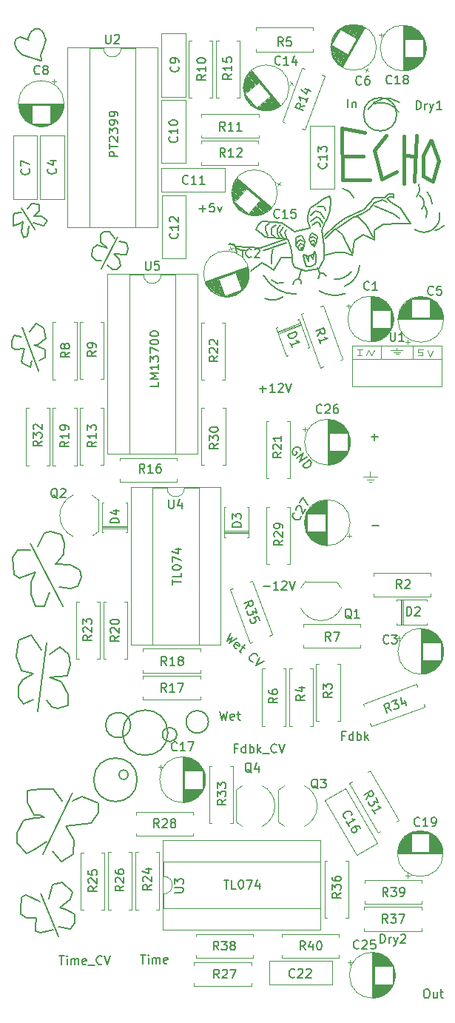
<source format=gbr>
G04 #@! TF.GenerationSoftware,KiCad,Pcbnew,(5.1.2-1)-1*
G04 #@! TF.CreationDate,2022-01-02T20:14:42-05:00*
G04 #@! TF.ProjectId,EchoFXXX_MFOS,4563686f-4658-4585-985f-4d464f532e6b,rev?*
G04 #@! TF.SameCoordinates,Original*
G04 #@! TF.FileFunction,Legend,Top*
G04 #@! TF.FilePolarity,Positive*
%FSLAX46Y46*%
G04 Gerber Fmt 4.6, Leading zero omitted, Abs format (unit mm)*
G04 Created by KiCad (PCBNEW (5.1.2-1)-1) date 2022-01-02 20:14:42*
%MOMM*%
%LPD*%
G04 APERTURE LIST*
%ADD10C,0.160000*%
%ADD11C,0.150000*%
%ADD12C,0.400000*%
%ADD13C,0.120000*%
G04 APERTURE END LIST*
D10*
X14170000Y-36560000D02*
X14340000Y-35380000D01*
X13700000Y-36690000D02*
X14170000Y-36560000D01*
X13520000Y-36020000D02*
X13700000Y-36690000D01*
X13630000Y-34820000D02*
X13520000Y-36020000D01*
X13320000Y-35090000D02*
X13630000Y-34820000D01*
X12560000Y-35310000D02*
X13320000Y-35090000D01*
X12560000Y-34200000D02*
X12560000Y-35310000D01*
X12700000Y-33910000D02*
X12560000Y-34200000D01*
X13520000Y-33840000D02*
X12700000Y-33910000D01*
X16010000Y-35360000D02*
X14880000Y-35020000D01*
X16440000Y-34780000D02*
X16010000Y-35360000D01*
X15810000Y-34240000D02*
X16440000Y-34780000D01*
X14940000Y-34240000D02*
X15810000Y-34240000D01*
X15480000Y-33690000D02*
X14940000Y-34240000D01*
X15480000Y-32910000D02*
X15480000Y-33690000D01*
X14660000Y-32790000D02*
X15480000Y-32910000D01*
X14140000Y-33440000D02*
X14660000Y-32790000D01*
X13520000Y-33280000D02*
X15030000Y-35760000D01*
X12990000Y-15230000D02*
X12690000Y-14570000D01*
X13550000Y-15780000D02*
X12990000Y-15230000D01*
X14360000Y-16020000D02*
X13550000Y-15780000D01*
X15170000Y-16270000D02*
X14360000Y-16020000D01*
X15720000Y-16470000D02*
X15170000Y-16270000D01*
X12770000Y-14000000D02*
X12680000Y-14540000D01*
X13320000Y-13770000D02*
X12770000Y-14000000D01*
X14310000Y-14080000D02*
X13320000Y-13770000D01*
X15720000Y-15800000D02*
X15800000Y-16460000D01*
X15940000Y-15170000D02*
X15720000Y-15800000D01*
X16270000Y-14080000D02*
X15940000Y-15170000D01*
X15940000Y-13170000D02*
X16270000Y-14080000D01*
X15530000Y-12860000D02*
X15940000Y-13170000D01*
X14990000Y-12860000D02*
X15530000Y-12860000D01*
X14510000Y-13220000D02*
X14990000Y-12860000D01*
X14280000Y-13970000D02*
X14510000Y-13220000D01*
X22010000Y-39330000D02*
X22650000Y-39310000D01*
X21540000Y-38780000D02*
X22010000Y-39330000D01*
X21650000Y-37960000D02*
X21540000Y-38780000D01*
X22160000Y-37580000D02*
X21650000Y-37960000D01*
X23290000Y-37910000D02*
X22160000Y-37580000D01*
X22560000Y-37230000D02*
X23290000Y-37910000D01*
X22520000Y-36350000D02*
X22560000Y-37230000D01*
X22890000Y-36040000D02*
X22520000Y-36350000D01*
X23600000Y-36010000D02*
X22890000Y-36040000D01*
X24110000Y-36790000D02*
X23600000Y-36010000D01*
X23910000Y-40320000D02*
X23310000Y-39840000D01*
X24370000Y-40320000D02*
X23910000Y-40320000D01*
X24790000Y-39900000D02*
X24370000Y-40320000D01*
X24680000Y-39170000D02*
X24790000Y-39900000D01*
X24060000Y-38530000D02*
X24680000Y-39170000D01*
X25480000Y-38620000D02*
X24060000Y-38530000D01*
X25680000Y-37940000D02*
X25480000Y-38620000D01*
X25540000Y-37270000D02*
X25680000Y-37940000D01*
X24700000Y-37100000D02*
X25540000Y-37270000D01*
X22670000Y-40230000D02*
X24530000Y-36630000D01*
X14470000Y-51490000D02*
X14660000Y-50780000D01*
X13680000Y-51100000D02*
X14470000Y-51490000D01*
X13450000Y-50820000D02*
X13680000Y-51100000D01*
X13800000Y-49410000D02*
X13450000Y-50820000D01*
X12700000Y-49530000D02*
X13800000Y-49410000D01*
X12390000Y-49260000D02*
X12700000Y-49530000D01*
X12350000Y-48590000D02*
X12390000Y-49260000D01*
X12670000Y-47920000D02*
X12350000Y-48590000D01*
X13450000Y-48080000D02*
X12670000Y-47920000D01*
X16230000Y-50390000D02*
X15520000Y-50780000D01*
X16230000Y-49450000D02*
X16230000Y-50390000D01*
X14900000Y-48980000D02*
X16230000Y-49450000D01*
X15370000Y-48980000D02*
X14900000Y-48980000D01*
X16270000Y-48240000D02*
X15370000Y-48980000D01*
X15990000Y-47060000D02*
X16270000Y-48240000D01*
X15210000Y-46550000D02*
X15990000Y-47060000D01*
X14390000Y-47460000D02*
X15210000Y-46550000D01*
X15440000Y-51960000D02*
X13530000Y-46950000D01*
X16070000Y-78840000D02*
X16690000Y-77260000D01*
X15130000Y-78870000D02*
X16070000Y-78840000D01*
X14590000Y-77490000D02*
X15130000Y-78870000D01*
X14590000Y-76090000D02*
X14590000Y-77490000D01*
X15130000Y-75000000D02*
X14590000Y-76090000D01*
X13190000Y-75650000D02*
X15130000Y-75000000D01*
X12640000Y-75260000D02*
X13190000Y-75650000D01*
X12460000Y-73260000D02*
X12640000Y-75260000D01*
X13080000Y-72410000D02*
X12460000Y-73260000D01*
X14460000Y-72410000D02*
X13080000Y-72410000D01*
X19100000Y-76820000D02*
X17780000Y-76690000D01*
X19960000Y-76610000D02*
X19100000Y-76820000D01*
X20300000Y-75550000D02*
X19960000Y-76610000D01*
X20170000Y-74740000D02*
X20300000Y-75550000D01*
X19050000Y-74090000D02*
X20170000Y-74740000D01*
X17390000Y-74070000D02*
X19050000Y-74090000D01*
X18350000Y-72900000D02*
X17390000Y-74070000D01*
X18380000Y-71650000D02*
X18350000Y-72900000D01*
X18040000Y-70670000D02*
X18380000Y-71650000D01*
X16790000Y-70280000D02*
X18040000Y-70670000D01*
X16090000Y-70460000D02*
X16790000Y-70280000D01*
X15340000Y-72040000D02*
X16090000Y-70460000D01*
X14480000Y-71650000D02*
X18200000Y-78880000D01*
X13780000Y-90040000D02*
X14840000Y-89510000D01*
X13140000Y-89300000D02*
X13780000Y-90040000D01*
X13140000Y-88020000D02*
X13140000Y-89300000D01*
X13620000Y-87230000D02*
X13140000Y-88020000D01*
X14840000Y-86590000D02*
X13620000Y-87230000D01*
X13460000Y-86220000D02*
X14840000Y-86590000D01*
X12870000Y-84630000D02*
X13460000Y-86220000D01*
X13140000Y-82770000D02*
X12870000Y-84630000D01*
X14570000Y-82130000D02*
X13140000Y-82770000D01*
X15740000Y-83880000D02*
X14570000Y-82130000D01*
X16960000Y-90360000D02*
X16330000Y-89620000D01*
X17650000Y-90570000D02*
X16960000Y-90360000D01*
X18820000Y-90250000D02*
X17650000Y-90570000D01*
X18820000Y-88930000D02*
X18820000Y-90250000D01*
X18030000Y-87490000D02*
X18820000Y-88930000D01*
X16700000Y-86960000D02*
X18030000Y-87490000D01*
X18770000Y-86860000D02*
X16700000Y-86960000D01*
X19030000Y-85580000D02*
X18770000Y-86860000D01*
X18930000Y-84360000D02*
X19030000Y-85580000D01*
X17920000Y-83510000D02*
X18930000Y-84360000D01*
X16700000Y-84360000D02*
X17920000Y-83510000D01*
X15370000Y-90890000D02*
X16330000Y-83030000D01*
X18050000Y-108100000D02*
X17060000Y-106860000D01*
X19420000Y-107230000D02*
X18050000Y-108100000D01*
X19480000Y-105620000D02*
X19420000Y-107230000D01*
X18550000Y-104010000D02*
X19480000Y-105620000D01*
X21460000Y-103640000D02*
X18550000Y-104010000D01*
X22260000Y-102530000D02*
X21460000Y-103640000D01*
X22260000Y-101350000D02*
X22260000Y-102530000D01*
X20410000Y-100610000D02*
X22260000Y-101350000D01*
X19290000Y-101100000D02*
X20410000Y-100610000D01*
X14900000Y-106740000D02*
X16380000Y-105810000D01*
X14090000Y-107110000D02*
X14900000Y-106740000D01*
X12980000Y-105990000D02*
X14090000Y-107110000D01*
X12980000Y-104750000D02*
X12980000Y-105990000D01*
X13780000Y-103330000D02*
X12980000Y-104750000D01*
X15020000Y-103080000D02*
X13780000Y-103330000D01*
X16130000Y-102960000D02*
X15020000Y-103080000D01*
X15580000Y-102770000D02*
X16130000Y-102960000D01*
X14900000Y-102770000D02*
X15580000Y-102770000D01*
X14150000Y-101290000D02*
X14900000Y-102770000D01*
X14150000Y-99930000D02*
X14150000Y-101290000D01*
X15640000Y-99800000D02*
X14150000Y-99930000D01*
X17120000Y-99800000D02*
X15640000Y-99800000D01*
X18180000Y-101160000D02*
X17120000Y-99800000D01*
X15950000Y-107230000D02*
X19290000Y-100170000D01*
X15670000Y-116240000D02*
X17110000Y-115900000D01*
X15070000Y-116050000D02*
X15670000Y-116240000D01*
X15070000Y-115630000D02*
X15070000Y-116050000D01*
X15180000Y-114490000D02*
X15070000Y-115630000D01*
X14040000Y-114490000D02*
X15180000Y-114490000D01*
X13440000Y-114080000D02*
X14040000Y-114490000D01*
X13440000Y-113510000D02*
X13440000Y-114080000D01*
X13510000Y-112180000D02*
X13440000Y-113510000D01*
X13970000Y-111920000D02*
X13510000Y-112180000D01*
X15630000Y-112640000D02*
X13970000Y-111920000D01*
X19040000Y-115780000D02*
X17680000Y-115550000D01*
X19540000Y-115140000D02*
X19040000Y-115780000D01*
X19540000Y-114110000D02*
X19540000Y-115140000D01*
X18630000Y-113580000D02*
X19540000Y-114110000D01*
X17870000Y-113360000D02*
X18630000Y-113580000D01*
X19040000Y-112410000D02*
X17870000Y-113360000D01*
X19310000Y-111540000D02*
X19040000Y-112410000D01*
X18140000Y-110440000D02*
X19310000Y-111540000D01*
X17040000Y-110700000D02*
X18140000Y-110440000D01*
X16620000Y-112330000D02*
X17040000Y-110700000D01*
X15710000Y-111690000D02*
X17680000Y-116650000D01*
X25714059Y-98140000D02*
G75*
G03X25714059Y-98140000I-544059J0D01*
G01*
X26731606Y-98710000D02*
G75*
G03X26731606Y-98710000I-2491606J0D01*
G01*
X34877811Y-92090000D02*
G75*
G03X34877811Y-92090000I-1277811J0D01*
G01*
X31258413Y-93540000D02*
G75*
G03X31258413Y-93540000I-818413J0D01*
G01*
X30236001Y-93330000D02*
G75*
G03X30236001Y-93330000I-2586001J0D01*
G01*
X25981258Y-92460000D02*
G75*
G03X25981258Y-92460000I-1431258J0D01*
G01*
D11*
X36660952Y-110172380D02*
X37232380Y-110172380D01*
X36946666Y-111172380D02*
X36946666Y-110172380D01*
X38041904Y-111172380D02*
X37565714Y-111172380D01*
X37565714Y-110172380D01*
X38565714Y-110172380D02*
X38660952Y-110172380D01*
X38756190Y-110220000D01*
X38803809Y-110267619D01*
X38851428Y-110362857D01*
X38899047Y-110553333D01*
X38899047Y-110791428D01*
X38851428Y-110981904D01*
X38803809Y-111077142D01*
X38756190Y-111124761D01*
X38660952Y-111172380D01*
X38565714Y-111172380D01*
X38470476Y-111124761D01*
X38422857Y-111077142D01*
X38375238Y-110981904D01*
X38327619Y-110791428D01*
X38327619Y-110553333D01*
X38375238Y-110362857D01*
X38422857Y-110267619D01*
X38470476Y-110220000D01*
X38565714Y-110172380D01*
X39232380Y-110172380D02*
X39899047Y-110172380D01*
X39470476Y-111172380D01*
X40708571Y-110505714D02*
X40708571Y-111172380D01*
X40470476Y-110124761D02*
X40232380Y-110839047D01*
X40851428Y-110839047D01*
X30732380Y-76399047D02*
X30732380Y-75827619D01*
X31732380Y-76113333D02*
X30732380Y-76113333D01*
X31732380Y-75018095D02*
X31732380Y-75494285D01*
X30732380Y-75494285D01*
X30732380Y-74494285D02*
X30732380Y-74399047D01*
X30780000Y-74303809D01*
X30827619Y-74256190D01*
X30922857Y-74208571D01*
X31113333Y-74160952D01*
X31351428Y-74160952D01*
X31541904Y-74208571D01*
X31637142Y-74256190D01*
X31684761Y-74303809D01*
X31732380Y-74399047D01*
X31732380Y-74494285D01*
X31684761Y-74589523D01*
X31637142Y-74637142D01*
X31541904Y-74684761D01*
X31351428Y-74732380D01*
X31113333Y-74732380D01*
X30922857Y-74684761D01*
X30827619Y-74637142D01*
X30780000Y-74589523D01*
X30732380Y-74494285D01*
X30732380Y-73827619D02*
X30732380Y-73160952D01*
X31732380Y-73589523D01*
X31065714Y-72351428D02*
X31732380Y-72351428D01*
X30684761Y-72589523D02*
X31399047Y-72827619D01*
X31399047Y-72208571D01*
X29182380Y-53222857D02*
X29182380Y-53699047D01*
X28182380Y-53699047D01*
X29182380Y-52889523D02*
X28182380Y-52889523D01*
X28896666Y-52556190D01*
X28182380Y-52222857D01*
X29182380Y-52222857D01*
X29182380Y-51222857D02*
X29182380Y-51794285D01*
X29182380Y-51508571D02*
X28182380Y-51508571D01*
X28325238Y-51603809D01*
X28420476Y-51699047D01*
X28468095Y-51794285D01*
X28182380Y-50889523D02*
X28182380Y-50270476D01*
X28563333Y-50603809D01*
X28563333Y-50460952D01*
X28610952Y-50365714D01*
X28658571Y-50318095D01*
X28753809Y-50270476D01*
X28991904Y-50270476D01*
X29087142Y-50318095D01*
X29134761Y-50365714D01*
X29182380Y-50460952D01*
X29182380Y-50746666D01*
X29134761Y-50841904D01*
X29087142Y-50889523D01*
X28182380Y-49937142D02*
X28182380Y-49270476D01*
X29182380Y-49699047D01*
X28182380Y-48699047D02*
X28182380Y-48603809D01*
X28230000Y-48508571D01*
X28277619Y-48460952D01*
X28372857Y-48413333D01*
X28563333Y-48365714D01*
X28801428Y-48365714D01*
X28991904Y-48413333D01*
X29087142Y-48460952D01*
X29134761Y-48508571D01*
X29182380Y-48603809D01*
X29182380Y-48699047D01*
X29134761Y-48794285D01*
X29087142Y-48841904D01*
X28991904Y-48889523D01*
X28801428Y-48937142D01*
X28563333Y-48937142D01*
X28372857Y-48889523D01*
X28277619Y-48841904D01*
X28230000Y-48794285D01*
X28182380Y-48699047D01*
X28182380Y-47746666D02*
X28182380Y-47651428D01*
X28230000Y-47556190D01*
X28277619Y-47508571D01*
X28372857Y-47460952D01*
X28563333Y-47413333D01*
X28801428Y-47413333D01*
X28991904Y-47460952D01*
X29087142Y-47508571D01*
X29134761Y-47556190D01*
X29182380Y-47651428D01*
X29182380Y-47746666D01*
X29134761Y-47841904D01*
X29087142Y-47889523D01*
X28991904Y-47937142D01*
X28801428Y-47984761D01*
X28563333Y-47984761D01*
X28372857Y-47937142D01*
X28277619Y-47889523D01*
X28230000Y-47841904D01*
X28182380Y-47746666D01*
X24532380Y-27417619D02*
X23532380Y-27417619D01*
X23532380Y-27036666D01*
X23580000Y-26941428D01*
X23627619Y-26893809D01*
X23722857Y-26846190D01*
X23865714Y-26846190D01*
X23960952Y-26893809D01*
X24008571Y-26941428D01*
X24056190Y-27036666D01*
X24056190Y-27417619D01*
X23532380Y-26560476D02*
X23532380Y-25989047D01*
X24532380Y-26274761D02*
X23532380Y-26274761D01*
X23627619Y-25703333D02*
X23580000Y-25655714D01*
X23532380Y-25560476D01*
X23532380Y-25322380D01*
X23580000Y-25227142D01*
X23627619Y-25179523D01*
X23722857Y-25131904D01*
X23818095Y-25131904D01*
X23960952Y-25179523D01*
X24532380Y-25750952D01*
X24532380Y-25131904D01*
X23532380Y-24798571D02*
X23532380Y-24179523D01*
X23913333Y-24512857D01*
X23913333Y-24370000D01*
X23960952Y-24274761D01*
X24008571Y-24227142D01*
X24103809Y-24179523D01*
X24341904Y-24179523D01*
X24437142Y-24227142D01*
X24484761Y-24274761D01*
X24532380Y-24370000D01*
X24532380Y-24655714D01*
X24484761Y-24750952D01*
X24437142Y-24798571D01*
X24532380Y-23703333D02*
X24532380Y-23512857D01*
X24484761Y-23417619D01*
X24437142Y-23370000D01*
X24294285Y-23274761D01*
X24103809Y-23227142D01*
X23722857Y-23227142D01*
X23627619Y-23274761D01*
X23580000Y-23322380D01*
X23532380Y-23417619D01*
X23532380Y-23608095D01*
X23580000Y-23703333D01*
X23627619Y-23750952D01*
X23722857Y-23798571D01*
X23960952Y-23798571D01*
X24056190Y-23750952D01*
X24103809Y-23703333D01*
X24151428Y-23608095D01*
X24151428Y-23417619D01*
X24103809Y-23322380D01*
X24056190Y-23274761D01*
X23960952Y-23227142D01*
X24532380Y-22750952D02*
X24532380Y-22560476D01*
X24484761Y-22465238D01*
X24437142Y-22417619D01*
X24294285Y-22322380D01*
X24103809Y-22274761D01*
X23722857Y-22274761D01*
X23627619Y-22322380D01*
X23580000Y-22370000D01*
X23532380Y-22465238D01*
X23532380Y-22655714D01*
X23580000Y-22750952D01*
X23627619Y-22798571D01*
X23722857Y-22846190D01*
X23960952Y-22846190D01*
X24056190Y-22798571D01*
X24103809Y-22750952D01*
X24151428Y-22655714D01*
X24151428Y-22465238D01*
X24103809Y-22370000D01*
X24056190Y-22322380D01*
X23960952Y-22274761D01*
D10*
X44947394Y-43158411D02*
G75*
G02X41200001Y-41029999I-167394J4068411D01*
G01*
X43466588Y-41848707D02*
G75*
G02X42130001Y-41569999I-476588J1058707D01*
G01*
X43400880Y-43489756D02*
G75*
G02X41360001Y-43669999I-1190880J1839756D01*
G01*
X50210137Y-31064367D02*
G75*
G02X51539999Y-32170001I-310137J-1725633D01*
G01*
X51221869Y-40606521D02*
G75*
G02X49280001Y-41489999I-1861869J1516521D01*
G01*
X50524007Y-43101157D02*
G75*
G02X47570001Y-42809999I-1164007J3321157D01*
G01*
X52188283Y-39853639D02*
G75*
G02X50449999Y-42269999I-2748283J143639D01*
G01*
X58977635Y-30631793D02*
G75*
G02X58709999Y-32039999I-1427635J-458207D01*
G01*
X59675748Y-33158430D02*
G75*
G02X59749999Y-34419999I-825748J-681570D01*
G01*
X61328579Y-33878284D02*
G75*
G02X58490001Y-35769999I-1808579J-361716D01*
G01*
X61817304Y-35327735D02*
G75*
G02X60829999Y-35899999I-1707304J1807735D01*
G01*
X58965868Y-31874003D02*
G75*
G02X59299999Y-33429999I-335868J-885997D01*
G01*
X59914627Y-31491253D02*
G75*
G02X60469999Y-32850001I-1604627J-1448747D01*
G01*
X56428973Y-22600000D02*
G75*
G03X56428973Y-22600000I-1898973J0D01*
G01*
X53161378Y-22031150D02*
G75*
G02X56769999Y-21260001I2138622J-1178850D01*
G01*
X53824054Y-21394306D02*
G75*
G02X56639999Y-22340001I815946J-2235694D01*
G01*
X47990000Y-40740000D02*
X48400000Y-41120000D01*
X47610000Y-40770000D02*
X47990000Y-40740000D01*
X47490000Y-41240000D02*
X47460000Y-41390000D01*
X47610000Y-40770000D02*
X47490000Y-41240000D01*
X47370000Y-40120000D02*
X47610000Y-40770000D01*
X45460000Y-41650000D02*
X45460000Y-41920000D01*
X45220000Y-41480000D02*
X45460000Y-41650000D01*
X44720000Y-41590000D02*
X44550000Y-42070000D01*
X45220000Y-41390000D02*
X44720000Y-41590000D01*
X45490000Y-40390000D02*
X45220000Y-41390000D01*
X38780000Y-38710000D02*
X38780000Y-38900000D01*
X38630000Y-38150000D02*
X39180000Y-38110000D01*
X38030000Y-37930000D02*
X38630000Y-38150000D01*
X38520000Y-38130000D02*
X38030000Y-37930000D01*
X38810000Y-38260000D02*
X38810000Y-38680000D01*
X38950000Y-38130000D02*
X38540000Y-38130000D01*
X42140000Y-38770000D02*
X42140000Y-39630000D01*
X42230000Y-37950000D02*
X42140000Y-38770000D01*
X41590000Y-38080000D02*
X41140000Y-38170000D01*
X42550000Y-37720000D02*
X41590000Y-38080000D01*
X43780000Y-37310000D02*
X42550000Y-37720000D01*
X56090000Y-34030000D02*
X56780000Y-34480000D01*
X53900000Y-33070000D02*
X56090000Y-34030000D01*
X54820000Y-32380000D02*
X55270000Y-32610000D01*
X53900000Y-32700000D02*
X54820000Y-32380000D01*
X53310000Y-33520000D02*
X53900000Y-32700000D01*
X52440000Y-34030000D02*
X53310000Y-33520000D01*
X51720000Y-34210000D02*
X52440000Y-34030000D01*
X52950000Y-35300000D02*
X53680000Y-36620000D01*
X52030000Y-34340000D02*
X52950000Y-35300000D01*
X51530000Y-34340000D02*
X52030000Y-34340000D01*
X49570000Y-35670000D02*
X51530000Y-34340000D01*
X49390000Y-35670000D02*
X48250000Y-36810000D01*
X50260000Y-36400000D02*
X49390000Y-35670000D01*
X50580000Y-37130000D02*
X50260000Y-36400000D01*
X51300000Y-38540000D02*
X50580000Y-37130000D01*
X40960000Y-39590000D02*
X39730000Y-40540000D01*
X41730000Y-40000000D02*
X40960000Y-39590000D01*
X42320000Y-40450000D02*
X41730000Y-40000000D01*
X43190000Y-38950000D02*
X42320000Y-40450000D01*
X44510000Y-38950000D02*
X43190000Y-38950000D01*
X37900000Y-37490000D02*
X38080000Y-38400000D01*
X37220000Y-37490000D02*
X37900000Y-37490000D01*
X37400000Y-37350000D02*
X37220000Y-37490000D01*
X38040000Y-37760000D02*
X37400000Y-37350000D01*
X40820000Y-37900000D02*
X38040000Y-37760000D01*
X43690000Y-36900000D02*
X40820000Y-37900000D01*
X49440000Y-38360000D02*
X48110000Y-38720000D01*
X50480000Y-38400000D02*
X49440000Y-38360000D01*
X51300000Y-38770000D02*
X50480000Y-38400000D01*
X51580000Y-37030000D02*
X51300000Y-38770000D01*
X52580000Y-36400000D02*
X51580000Y-37030000D01*
X53860000Y-36940000D02*
X52580000Y-36400000D01*
X53860000Y-35890000D02*
X53860000Y-36940000D01*
X54910000Y-35170000D02*
X53860000Y-35890000D01*
X56730000Y-35070000D02*
X54910000Y-35170000D01*
X58050000Y-35070000D02*
X56730000Y-35070000D01*
X56820000Y-33340000D02*
X58050000Y-35070000D01*
X55770000Y-32610000D02*
X56820000Y-33340000D01*
X55320000Y-32250000D02*
X55770000Y-32610000D01*
X55640000Y-32020000D02*
X55320000Y-32250000D01*
X55860000Y-32020000D02*
X55640000Y-32020000D01*
X56050000Y-32110000D02*
X55860000Y-32020000D01*
X56050000Y-31750000D02*
X56050000Y-32110000D01*
X55500000Y-31750000D02*
X56050000Y-31750000D01*
X55040000Y-32110000D02*
X55500000Y-31750000D01*
X53900000Y-32160000D02*
X55040000Y-32110000D01*
X52720000Y-33520000D02*
X53900000Y-32160000D01*
X50480000Y-34480000D02*
X52720000Y-33520000D01*
X49440000Y-35260000D02*
X50480000Y-34480000D01*
X48110000Y-36530000D02*
X49440000Y-35260000D01*
X46960000Y-37530000D02*
X46860000Y-37490000D01*
X46930000Y-37440000D02*
X46960000Y-37530000D01*
X46810000Y-37370000D02*
X46930000Y-37440000D01*
X46720000Y-37450000D02*
X46810000Y-37370000D01*
X45670000Y-37880000D02*
X45550000Y-37800000D01*
X45590000Y-37850000D02*
X45670000Y-37880000D01*
X45570000Y-38020000D02*
X45590000Y-37850000D01*
X45450000Y-38060000D02*
X45570000Y-38020000D01*
X45500000Y-37810000D02*
X45450000Y-38060000D01*
X46780000Y-37080000D02*
X46610000Y-37220000D01*
X46940000Y-37080000D02*
X46780000Y-37080000D01*
X47140000Y-37390000D02*
X46940000Y-37080000D01*
X47150000Y-36760000D02*
X47240000Y-36940000D01*
X46820000Y-36650000D02*
X47150000Y-36760000D01*
X46560000Y-36720000D02*
X46820000Y-36650000D01*
X45410000Y-37420000D02*
X45770000Y-37510000D01*
X45160000Y-37810000D02*
X45410000Y-37420000D01*
X45420000Y-37000000D02*
X45770000Y-37090000D01*
X45150000Y-37090000D02*
X45420000Y-37000000D01*
X45000000Y-37340000D02*
X45150000Y-37090000D01*
X48090000Y-33160000D02*
X48310000Y-33540000D01*
X47340000Y-33160000D02*
X48090000Y-33160000D01*
X47660000Y-33840000D02*
X48120000Y-34520000D01*
X47090000Y-33650000D02*
X47660000Y-33840000D01*
X46550000Y-34160000D02*
X47090000Y-33650000D01*
X47630000Y-34490000D02*
X47930000Y-35030000D01*
X47250000Y-34300000D02*
X47630000Y-34490000D01*
X46580000Y-34870000D02*
X47250000Y-34300000D01*
X47630000Y-35010000D02*
X47710000Y-35470000D01*
X47250000Y-34920000D02*
X47630000Y-35010000D01*
X46740000Y-35250000D02*
X47250000Y-34920000D01*
X41390000Y-35870000D02*
X41690000Y-36420000D01*
X41390000Y-35390000D02*
X41390000Y-35870000D01*
X41880000Y-35110000D02*
X41390000Y-35390000D01*
X42130000Y-36330000D02*
X42400000Y-36520000D01*
X42130000Y-35630000D02*
X42130000Y-36330000D01*
X42590000Y-35250000D02*
X42130000Y-35630000D01*
X42780000Y-35680000D02*
X43100000Y-35280000D01*
X42780000Y-36310000D02*
X42780000Y-35680000D01*
X42990000Y-36580000D02*
X42780000Y-36310000D01*
X43070000Y-36090000D02*
X43370000Y-36710000D01*
X43450000Y-35490000D02*
X43070000Y-36090000D01*
X43590000Y-36140000D02*
X43810000Y-35790000D01*
X43810000Y-36690000D02*
X43590000Y-36140000D01*
X46490000Y-35630000D02*
X44730000Y-36010000D01*
X48120000Y-37640000D02*
X47880000Y-35820000D01*
X48120000Y-39160000D02*
X48120000Y-37640000D01*
X47520000Y-40240000D02*
X48120000Y-39160000D01*
X45980000Y-40510000D02*
X47520000Y-40240000D01*
X44700000Y-40050000D02*
X45980000Y-40510000D01*
X44490000Y-39510000D02*
X44700000Y-40050000D01*
X44430000Y-38830000D02*
X44490000Y-39510000D01*
X44270000Y-37830000D02*
X44430000Y-38830000D01*
X44000000Y-36900000D02*
X44270000Y-37830000D01*
X43260000Y-36820000D02*
X44000000Y-36900000D01*
X41960000Y-36740000D02*
X43260000Y-36820000D01*
X41370000Y-36630000D02*
X41960000Y-36740000D01*
X41010000Y-36250000D02*
X41370000Y-36630000D01*
X40310000Y-35790000D02*
X41010000Y-36250000D01*
X40610000Y-35280000D02*
X40310000Y-35790000D01*
X41010000Y-34840000D02*
X40610000Y-35280000D01*
X42370000Y-34900000D02*
X41010000Y-34840000D01*
X43290000Y-34980000D02*
X42370000Y-34900000D01*
X44620000Y-35980000D02*
X43290000Y-34980000D01*
X48230000Y-35030000D02*
X47820000Y-35820000D01*
X48560000Y-34460000D02*
X48230000Y-35030000D01*
X48830000Y-33540000D02*
X48560000Y-34460000D01*
X48880000Y-32540000D02*
X48830000Y-33540000D01*
X48770000Y-31990000D02*
X48880000Y-32540000D01*
X48120000Y-32210000D02*
X48770000Y-31990000D01*
X47060000Y-32970000D02*
X48120000Y-32210000D01*
X46520000Y-33350000D02*
X47060000Y-32970000D01*
X46250000Y-34250000D02*
X46520000Y-33350000D01*
X46250000Y-34790000D02*
X46250000Y-34250000D01*
X46470000Y-35600000D02*
X46250000Y-34790000D01*
X47190000Y-38700000D02*
X46970000Y-38250000D01*
X47200000Y-39400000D02*
X47190000Y-38700000D01*
X47120000Y-39790000D02*
X47200000Y-39400000D01*
X46600000Y-40020000D02*
X47120000Y-39790000D01*
X46040000Y-40020000D02*
X46600000Y-40020000D01*
X45810000Y-39270000D02*
X46040000Y-40020000D01*
X45740000Y-38640000D02*
X45810000Y-39270000D01*
X46880000Y-39190000D02*
X46900000Y-38640000D01*
X46610000Y-38770000D02*
X46880000Y-39190000D01*
X46360000Y-38820000D02*
X46610000Y-38770000D01*
X46300000Y-39400000D02*
X46360000Y-38820000D01*
X46020000Y-38770000D02*
X46300000Y-39400000D01*
X46910000Y-38530000D02*
X46980000Y-38250000D01*
X46670000Y-38730000D02*
X46910000Y-38530000D01*
X46240000Y-38810000D02*
X46670000Y-38730000D01*
X45770000Y-38610000D02*
X46240000Y-38810000D01*
X46750000Y-36210000D02*
X46600000Y-36240000D01*
X47320000Y-36570000D02*
X46750000Y-36210000D01*
X47240000Y-37240000D02*
X47320000Y-36570000D01*
X46980000Y-37680000D02*
X47240000Y-37240000D01*
X46670000Y-37470000D02*
X46980000Y-37680000D01*
X46440000Y-36960000D02*
X46670000Y-37470000D01*
X46600000Y-36240000D02*
X46440000Y-36960000D01*
X45900000Y-37110000D02*
X45560000Y-36440000D01*
X45850000Y-37600000D02*
X45900000Y-37110000D01*
X45640000Y-38150000D02*
X45850000Y-37600000D01*
X45330000Y-38170000D02*
X45640000Y-38150000D01*
X44920000Y-37650000D02*
X45330000Y-38170000D01*
X44920000Y-36730000D02*
X44920000Y-37650000D01*
X45510000Y-36440000D02*
X44920000Y-36730000D01*
D12*
X61210000Y-27860000D02*
X60390000Y-25600000D01*
X60560000Y-30270000D02*
X61210000Y-27860000D01*
X59480000Y-29700000D02*
X60560000Y-30270000D01*
X59480000Y-27330000D02*
X59480000Y-29700000D01*
X60280000Y-25600000D02*
X59480000Y-27330000D01*
X58660000Y-25040000D02*
X58440000Y-30300000D01*
X57250000Y-27180000D02*
X58610000Y-27440000D01*
X57220000Y-25120000D02*
X57220000Y-30550000D01*
X54680000Y-30040000D02*
X56400000Y-29190000D01*
X53880000Y-26680000D02*
X54680000Y-30040000D01*
X55210000Y-25040000D02*
X53880000Y-26680000D01*
X50150000Y-24160000D02*
X52780000Y-24700000D01*
X50320000Y-27380000D02*
X52640000Y-27410000D01*
X50270000Y-30130000D02*
X53320000Y-30130000D01*
X50150000Y-24190000D02*
X50270000Y-30130000D01*
D13*
X60230000Y-50310000D02*
X60550000Y-49640000D01*
X59960000Y-49570000D02*
X60230000Y-50310000D01*
X59410000Y-50150000D02*
X58870000Y-50190000D01*
X59410000Y-49850000D02*
X59410000Y-50150000D01*
X58850000Y-49800000D02*
X59410000Y-49850000D01*
X58850000Y-49530000D02*
X58850000Y-49800000D01*
X59470000Y-49530000D02*
X58850000Y-49530000D01*
X56350000Y-50030000D02*
X56630000Y-50030000D01*
X56080000Y-49820000D02*
X56840000Y-49810000D01*
X55760000Y-49580000D02*
X57060000Y-49590000D01*
X56440000Y-49580000D02*
X55760000Y-49580000D01*
X56440000Y-49300000D02*
X56440000Y-49580000D01*
X53540000Y-50130000D02*
X53900000Y-49540000D01*
X53170000Y-49550000D02*
X53540000Y-50130000D01*
X52950000Y-50160000D02*
X53170000Y-49550000D01*
X51930000Y-49450000D02*
X52500000Y-49450000D01*
X51940000Y-50190000D02*
X52420000Y-50190000D01*
X52190000Y-50190000D02*
X51940000Y-50190000D01*
X52200000Y-49480000D02*
X52190000Y-50190000D01*
X53280000Y-64620000D02*
X53490000Y-64620000D01*
X53040000Y-64350000D02*
X53760000Y-64360000D01*
X52630000Y-64020000D02*
X54170000Y-64050000D01*
X53390000Y-64040000D02*
X52630000Y-64020000D01*
X53400000Y-63460000D02*
X53390000Y-64040000D01*
D11*
X53579047Y-69631428D02*
X54340952Y-69631428D01*
X53509047Y-59491428D02*
X54270952Y-59491428D01*
X53890000Y-59872380D02*
X53890000Y-59110476D01*
X40738095Y-54011428D02*
X41500000Y-54011428D01*
X41119047Y-54392380D02*
X41119047Y-53630476D01*
X42500000Y-54392380D02*
X41928571Y-54392380D01*
X42214285Y-54392380D02*
X42214285Y-53392380D01*
X42119047Y-53535238D01*
X42023809Y-53630476D01*
X41928571Y-53678095D01*
X42880952Y-53487619D02*
X42928571Y-53440000D01*
X43023809Y-53392380D01*
X43261904Y-53392380D01*
X43357142Y-53440000D01*
X43404761Y-53487619D01*
X43452380Y-53582857D01*
X43452380Y-53678095D01*
X43404761Y-53820952D01*
X42833333Y-54392380D01*
X43452380Y-54392380D01*
X43738095Y-53392380D02*
X44071428Y-54392380D01*
X44404761Y-53392380D01*
X45413279Y-60974953D02*
X45388539Y-60871387D01*
X45296712Y-60761952D01*
X45168407Y-60683126D01*
X45034233Y-60671388D01*
X44930667Y-60696127D01*
X44754145Y-60782085D01*
X44644710Y-60873911D01*
X44529406Y-61032825D01*
X44487058Y-61130522D01*
X44475319Y-61264696D01*
X44530668Y-61404740D01*
X44591886Y-61477697D01*
X44720191Y-61556523D01*
X44787278Y-61562392D01*
X45042626Y-61348129D01*
X44920191Y-61202216D01*
X44989802Y-61951915D02*
X45755846Y-61309127D01*
X45357109Y-62389654D01*
X46123154Y-61746867D01*
X45663199Y-62754437D02*
X46429243Y-62111650D01*
X46582288Y-62294041D01*
X46637636Y-62434085D01*
X46625897Y-62568260D01*
X46583550Y-62665956D01*
X46468245Y-62824870D01*
X46358810Y-62916697D01*
X46182288Y-63002654D01*
X46078723Y-63027394D01*
X45944548Y-63015655D01*
X45816243Y-62936829D01*
X45663199Y-62754437D01*
X41138095Y-76611428D02*
X41900000Y-76611428D01*
X42900000Y-76992380D02*
X42328571Y-76992380D01*
X42614285Y-76992380D02*
X42614285Y-75992380D01*
X42519047Y-76135238D01*
X42423809Y-76230476D01*
X42328571Y-76278095D01*
X43280952Y-76087619D02*
X43328571Y-76040000D01*
X43423809Y-75992380D01*
X43661904Y-75992380D01*
X43757142Y-76040000D01*
X43804761Y-76087619D01*
X43852380Y-76182857D01*
X43852380Y-76278095D01*
X43804761Y-76420952D01*
X43233333Y-76992380D01*
X43852380Y-76992380D01*
X44138095Y-75992380D02*
X44471428Y-76992380D01*
X44804761Y-75992380D01*
X27100952Y-118722380D02*
X27672380Y-118722380D01*
X27386666Y-119722380D02*
X27386666Y-118722380D01*
X28005714Y-119722380D02*
X28005714Y-119055714D01*
X28005714Y-118722380D02*
X27958095Y-118770000D01*
X28005714Y-118817619D01*
X28053333Y-118770000D01*
X28005714Y-118722380D01*
X28005714Y-118817619D01*
X28481904Y-119722380D02*
X28481904Y-119055714D01*
X28481904Y-119150952D02*
X28529523Y-119103333D01*
X28624761Y-119055714D01*
X28767619Y-119055714D01*
X28862857Y-119103333D01*
X28910476Y-119198571D01*
X28910476Y-119722380D01*
X28910476Y-119198571D02*
X28958095Y-119103333D01*
X29053333Y-119055714D01*
X29196190Y-119055714D01*
X29291428Y-119103333D01*
X29339047Y-119198571D01*
X29339047Y-119722380D01*
X30196190Y-119674761D02*
X30100952Y-119722380D01*
X29910476Y-119722380D01*
X29815238Y-119674761D01*
X29767619Y-119579523D01*
X29767619Y-119198571D01*
X29815238Y-119103333D01*
X29910476Y-119055714D01*
X30100952Y-119055714D01*
X30196190Y-119103333D01*
X30243809Y-119198571D01*
X30243809Y-119293809D01*
X29767619Y-119389047D01*
X17791428Y-118852380D02*
X18362857Y-118852380D01*
X18077142Y-119852380D02*
X18077142Y-118852380D01*
X18696190Y-119852380D02*
X18696190Y-119185714D01*
X18696190Y-118852380D02*
X18648571Y-118900000D01*
X18696190Y-118947619D01*
X18743809Y-118900000D01*
X18696190Y-118852380D01*
X18696190Y-118947619D01*
X19172380Y-119852380D02*
X19172380Y-119185714D01*
X19172380Y-119280952D02*
X19220000Y-119233333D01*
X19315238Y-119185714D01*
X19458095Y-119185714D01*
X19553333Y-119233333D01*
X19600952Y-119328571D01*
X19600952Y-119852380D01*
X19600952Y-119328571D02*
X19648571Y-119233333D01*
X19743809Y-119185714D01*
X19886666Y-119185714D01*
X19981904Y-119233333D01*
X20029523Y-119328571D01*
X20029523Y-119852380D01*
X20886666Y-119804761D02*
X20791428Y-119852380D01*
X20600952Y-119852380D01*
X20505714Y-119804761D01*
X20458095Y-119709523D01*
X20458095Y-119328571D01*
X20505714Y-119233333D01*
X20600952Y-119185714D01*
X20791428Y-119185714D01*
X20886666Y-119233333D01*
X20934285Y-119328571D01*
X20934285Y-119423809D01*
X20458095Y-119519047D01*
X21124761Y-119947619D02*
X21886666Y-119947619D01*
X22696190Y-119757142D02*
X22648571Y-119804761D01*
X22505714Y-119852380D01*
X22410476Y-119852380D01*
X22267619Y-119804761D01*
X22172380Y-119709523D01*
X22124761Y-119614285D01*
X22077142Y-119423809D01*
X22077142Y-119280952D01*
X22124761Y-119090476D01*
X22172380Y-118995238D01*
X22267619Y-118900000D01*
X22410476Y-118852380D01*
X22505714Y-118852380D01*
X22648571Y-118900000D01*
X22696190Y-118947619D01*
X22981904Y-118852380D02*
X23315238Y-119852380D01*
X23648571Y-118852380D01*
X54561428Y-117392380D02*
X54561428Y-116392380D01*
X54799523Y-116392380D01*
X54942380Y-116440000D01*
X55037619Y-116535238D01*
X55085238Y-116630476D01*
X55132857Y-116820952D01*
X55132857Y-116963809D01*
X55085238Y-117154285D01*
X55037619Y-117249523D01*
X54942380Y-117344761D01*
X54799523Y-117392380D01*
X54561428Y-117392380D01*
X55561428Y-117392380D02*
X55561428Y-116725714D01*
X55561428Y-116916190D02*
X55609047Y-116820952D01*
X55656666Y-116773333D01*
X55751904Y-116725714D01*
X55847142Y-116725714D01*
X56085238Y-116725714D02*
X56323333Y-117392380D01*
X56561428Y-116725714D02*
X56323333Y-117392380D01*
X56228095Y-117630476D01*
X56180476Y-117678095D01*
X56085238Y-117725714D01*
X56894761Y-116487619D02*
X56942380Y-116440000D01*
X57037619Y-116392380D01*
X57275714Y-116392380D01*
X57370952Y-116440000D01*
X57418571Y-116487619D01*
X57466190Y-116582857D01*
X57466190Y-116678095D01*
X57418571Y-116820952D01*
X56847142Y-117392380D01*
X57466190Y-117392380D01*
X59756666Y-122672380D02*
X59947142Y-122672380D01*
X60042380Y-122720000D01*
X60137619Y-122815238D01*
X60185238Y-123005714D01*
X60185238Y-123339047D01*
X60137619Y-123529523D01*
X60042380Y-123624761D01*
X59947142Y-123672380D01*
X59756666Y-123672380D01*
X59661428Y-123624761D01*
X59566190Y-123529523D01*
X59518571Y-123339047D01*
X59518571Y-123005714D01*
X59566190Y-122815238D01*
X59661428Y-122720000D01*
X59756666Y-122672380D01*
X61042380Y-123005714D02*
X61042380Y-123672380D01*
X60613809Y-123005714D02*
X60613809Y-123529523D01*
X60661428Y-123624761D01*
X60756666Y-123672380D01*
X60899523Y-123672380D01*
X60994761Y-123624761D01*
X61042380Y-123577142D01*
X61375714Y-123005714D02*
X61756666Y-123005714D01*
X61518571Y-122672380D02*
X61518571Y-123529523D01*
X61566190Y-123624761D01*
X61661428Y-123672380D01*
X61756666Y-123672380D01*
X38183809Y-95108571D02*
X37850476Y-95108571D01*
X37850476Y-95632380D02*
X37850476Y-94632380D01*
X38326666Y-94632380D01*
X39136190Y-95632380D02*
X39136190Y-94632380D01*
X39136190Y-95584761D02*
X39040952Y-95632380D01*
X38850476Y-95632380D01*
X38755238Y-95584761D01*
X38707619Y-95537142D01*
X38660000Y-95441904D01*
X38660000Y-95156190D01*
X38707619Y-95060952D01*
X38755238Y-95013333D01*
X38850476Y-94965714D01*
X39040952Y-94965714D01*
X39136190Y-95013333D01*
X39612380Y-95632380D02*
X39612380Y-94632380D01*
X39612380Y-95013333D02*
X39707619Y-94965714D01*
X39898095Y-94965714D01*
X39993333Y-95013333D01*
X40040952Y-95060952D01*
X40088571Y-95156190D01*
X40088571Y-95441904D01*
X40040952Y-95537142D01*
X39993333Y-95584761D01*
X39898095Y-95632380D01*
X39707619Y-95632380D01*
X39612380Y-95584761D01*
X40517142Y-95632380D02*
X40517142Y-94632380D01*
X40612380Y-95251428D02*
X40898095Y-95632380D01*
X40898095Y-94965714D02*
X40517142Y-95346666D01*
X41088571Y-95727619D02*
X41850476Y-95727619D01*
X42660000Y-95537142D02*
X42612380Y-95584761D01*
X42469523Y-95632380D01*
X42374285Y-95632380D01*
X42231428Y-95584761D01*
X42136190Y-95489523D01*
X42088571Y-95394285D01*
X42040952Y-95203809D01*
X42040952Y-95060952D01*
X42088571Y-94870476D01*
X42136190Y-94775238D01*
X42231428Y-94680000D01*
X42374285Y-94632380D01*
X42469523Y-94632380D01*
X42612380Y-94680000D01*
X42660000Y-94727619D01*
X42945714Y-94632380D02*
X43279047Y-95632380D01*
X43612380Y-94632380D01*
X50473333Y-93668571D02*
X50140000Y-93668571D01*
X50140000Y-94192380D02*
X50140000Y-93192380D01*
X50616190Y-93192380D01*
X51425714Y-94192380D02*
X51425714Y-93192380D01*
X51425714Y-94144761D02*
X51330476Y-94192380D01*
X51140000Y-94192380D01*
X51044761Y-94144761D01*
X50997142Y-94097142D01*
X50949523Y-94001904D01*
X50949523Y-93716190D01*
X50997142Y-93620952D01*
X51044761Y-93573333D01*
X51140000Y-93525714D01*
X51330476Y-93525714D01*
X51425714Y-93573333D01*
X51901904Y-94192380D02*
X51901904Y-93192380D01*
X51901904Y-93573333D02*
X51997142Y-93525714D01*
X52187619Y-93525714D01*
X52282857Y-93573333D01*
X52330476Y-93620952D01*
X52378095Y-93716190D01*
X52378095Y-94001904D01*
X52330476Y-94097142D01*
X52282857Y-94144761D01*
X52187619Y-94192380D01*
X51997142Y-94192380D01*
X51901904Y-94144761D01*
X52806666Y-94192380D02*
X52806666Y-93192380D01*
X52901904Y-93811428D02*
X53187619Y-94192380D01*
X53187619Y-93525714D02*
X52806666Y-93906666D01*
X50857619Y-21842380D02*
X50857619Y-20842380D01*
X51333809Y-21175714D02*
X51333809Y-21842380D01*
X51333809Y-21270952D02*
X51381428Y-21223333D01*
X51476666Y-21175714D01*
X51619523Y-21175714D01*
X51714761Y-21223333D01*
X51762380Y-21318571D01*
X51762380Y-21842380D01*
X58661428Y-22042380D02*
X58661428Y-21042380D01*
X58899523Y-21042380D01*
X59042380Y-21090000D01*
X59137619Y-21185238D01*
X59185238Y-21280476D01*
X59232857Y-21470952D01*
X59232857Y-21613809D01*
X59185238Y-21804285D01*
X59137619Y-21899523D01*
X59042380Y-21994761D01*
X58899523Y-22042380D01*
X58661428Y-22042380D01*
X59661428Y-22042380D02*
X59661428Y-21375714D01*
X59661428Y-21566190D02*
X59709047Y-21470952D01*
X59756666Y-21423333D01*
X59851904Y-21375714D01*
X59947142Y-21375714D01*
X60185238Y-21375714D02*
X60423333Y-22042380D01*
X60661428Y-21375714D02*
X60423333Y-22042380D01*
X60328095Y-22280476D01*
X60280476Y-22328095D01*
X60185238Y-22375714D01*
X61566190Y-22042380D02*
X60994761Y-22042380D01*
X61280476Y-22042380D02*
X61280476Y-21042380D01*
X61185238Y-21185238D01*
X61090000Y-21280476D01*
X60994761Y-21328095D01*
X33821904Y-33401428D02*
X34583809Y-33401428D01*
X34202857Y-33782380D02*
X34202857Y-33020476D01*
X35536190Y-32782380D02*
X35060000Y-32782380D01*
X35012380Y-33258571D01*
X35060000Y-33210952D01*
X35155238Y-33163333D01*
X35393333Y-33163333D01*
X35488571Y-33210952D01*
X35536190Y-33258571D01*
X35583809Y-33353809D01*
X35583809Y-33591904D01*
X35536190Y-33687142D01*
X35488571Y-33734761D01*
X35393333Y-33782380D01*
X35155238Y-33782380D01*
X35060000Y-33734761D01*
X35012380Y-33687142D01*
X35917142Y-33115714D02*
X36155238Y-33782380D01*
X36393333Y-33115714D01*
X37463369Y-81924139D02*
X37002973Y-82843228D01*
X37608021Y-82418489D01*
X37294800Y-83088099D01*
X38119979Y-82475100D01*
X38091453Y-83694409D02*
X37987888Y-83669669D01*
X37841974Y-83547233D01*
X37799627Y-83449537D01*
X37824366Y-83345972D01*
X38069238Y-83054145D01*
X38166934Y-83011798D01*
X38270499Y-83036537D01*
X38416413Y-83158973D01*
X38458760Y-83256669D01*
X38434021Y-83360235D01*
X38372803Y-83433191D01*
X37946802Y-83200059D01*
X38744717Y-83434453D02*
X39036544Y-83679325D01*
X39068415Y-83270932D02*
X38517454Y-83927541D01*
X38492715Y-84031107D01*
X38535062Y-84128803D01*
X38608019Y-84190021D01*
X39945977Y-85188377D02*
X39878890Y-85194247D01*
X39738846Y-85138898D01*
X39665890Y-85077680D01*
X39587064Y-84949375D01*
X39575325Y-84815201D01*
X39600065Y-84711635D01*
X39686022Y-84535113D01*
X39777849Y-84425678D01*
X39936763Y-84310374D01*
X40034459Y-84268026D01*
X40168634Y-84256287D01*
X40308677Y-84311636D01*
X40381634Y-84372854D01*
X40460460Y-84501159D01*
X40466329Y-84568246D01*
X40746417Y-84678943D02*
X40358978Y-85659250D01*
X41257113Y-85107468D01*
X36197142Y-90872380D02*
X36435238Y-91872380D01*
X36625714Y-91158095D01*
X36816190Y-91872380D01*
X37054285Y-90872380D01*
X37816190Y-91824761D02*
X37720952Y-91872380D01*
X37530476Y-91872380D01*
X37435238Y-91824761D01*
X37387619Y-91729523D01*
X37387619Y-91348571D01*
X37435238Y-91253333D01*
X37530476Y-91205714D01*
X37720952Y-91205714D01*
X37816190Y-91253333D01*
X37863809Y-91348571D01*
X37863809Y-91443809D01*
X37387619Y-91539047D01*
X38149523Y-91205714D02*
X38530476Y-91205714D01*
X38292380Y-90872380D02*
X38292380Y-91729523D01*
X38340000Y-91824761D01*
X38435238Y-91872380D01*
X38530476Y-91872380D01*
D13*
X36290000Y-65270000D02*
X26010000Y-65270000D01*
X36290000Y-83290000D02*
X36290000Y-65270000D01*
X26010000Y-83290000D02*
X36290000Y-83290000D01*
X26010000Y-65270000D02*
X26010000Y-83290000D01*
X33800000Y-65330000D02*
X32150000Y-65330000D01*
X33800000Y-83230000D02*
X33800000Y-65330000D01*
X28500000Y-83230000D02*
X33800000Y-83230000D01*
X28500000Y-65330000D02*
X28500000Y-83230000D01*
X30150000Y-65330000D02*
X28500000Y-65330000D01*
X32150000Y-65330000D02*
G75*
G02X30150000Y-65330000I-1000000J0D01*
G01*
X38767205Y-104044183D02*
G75*
G02X38040000Y-103519999I1122795J2324184D01*
G01*
X40988807Y-104076399D02*
G75*
G03X42490000Y-101719999I-1098807J2356400D01*
G01*
X40988807Y-99363599D02*
G75*
G02X42490000Y-101719999I-1098807J-2356400D01*
G01*
X38767205Y-99395815D02*
G75*
G03X38040000Y-99919999I1122795J-2324184D01*
G01*
X38040000Y-99919999D02*
X38040000Y-103519999D01*
X43602203Y-104049185D02*
G75*
G02X42874998Y-103525001I1122795J2324184D01*
G01*
X45823805Y-104081401D02*
G75*
G03X47324998Y-101725001I-1098807J2356400D01*
G01*
X45823805Y-99368601D02*
G75*
G02X47324998Y-101725001I-1098807J-2356400D01*
G01*
X43602203Y-99400817D02*
G75*
G03X42874998Y-99925001I1122795J-2324184D01*
G01*
X42874998Y-99925001D02*
X42874998Y-103525001D01*
X21592795Y-66195816D02*
G75*
G02X22320000Y-66720000I-1122795J-2324184D01*
G01*
X19371193Y-66163600D02*
G75*
G03X17870000Y-68520000I1098807J-2356400D01*
G01*
X19371193Y-70876400D02*
G75*
G02X17870000Y-68520000I1098807J2356400D01*
G01*
X21592795Y-70844184D02*
G75*
G03X22320000Y-70320000I-1122795J2324184D01*
G01*
X22320000Y-70320000D02*
X22320000Y-66720000D01*
X45435816Y-76797205D02*
G75*
G02X45960000Y-76070000I2324184J-1122795D01*
G01*
X45403600Y-79018807D02*
G75*
G03X47760000Y-80520000I2356400J1098807D01*
G01*
X50116400Y-79018807D02*
G75*
G02X47760000Y-80520000I-2356400J1098807D01*
G01*
X50084184Y-76797205D02*
G75*
G03X49560000Y-76070000I-2324184J-1122795D01*
G01*
X49560000Y-76070000D02*
X45960000Y-76070000D01*
X50885225Y-44285000D02*
X50885225Y-44785000D01*
X50635225Y-44535000D02*
X51135225Y-44535000D01*
X56041000Y-45726000D02*
X56041000Y-46294000D01*
X56001000Y-45492000D02*
X56001000Y-46528000D01*
X55961000Y-45333000D02*
X55961000Y-46687000D01*
X55921000Y-45205000D02*
X55921000Y-46815000D01*
X55881000Y-45095000D02*
X55881000Y-46925000D01*
X55841000Y-44999000D02*
X55841000Y-47021000D01*
X55801000Y-44912000D02*
X55801000Y-47108000D01*
X55761000Y-44832000D02*
X55761000Y-47188000D01*
X55721000Y-47050000D02*
X55721000Y-47261000D01*
X55721000Y-44759000D02*
X55721000Y-44970000D01*
X55681000Y-47050000D02*
X55681000Y-47329000D01*
X55681000Y-44691000D02*
X55681000Y-44970000D01*
X55641000Y-47050000D02*
X55641000Y-47393000D01*
X55641000Y-44627000D02*
X55641000Y-44970000D01*
X55601000Y-47050000D02*
X55601000Y-47453000D01*
X55601000Y-44567000D02*
X55601000Y-44970000D01*
X55561000Y-47050000D02*
X55561000Y-47510000D01*
X55561000Y-44510000D02*
X55561000Y-44970000D01*
X55521000Y-47050000D02*
X55521000Y-47564000D01*
X55521000Y-44456000D02*
X55521000Y-44970000D01*
X55481000Y-47050000D02*
X55481000Y-47615000D01*
X55481000Y-44405000D02*
X55481000Y-44970000D01*
X55441000Y-47050000D02*
X55441000Y-47663000D01*
X55441000Y-44357000D02*
X55441000Y-44970000D01*
X55401000Y-47050000D02*
X55401000Y-47709000D01*
X55401000Y-44311000D02*
X55401000Y-44970000D01*
X55361000Y-47050000D02*
X55361000Y-47753000D01*
X55361000Y-44267000D02*
X55361000Y-44970000D01*
X55321000Y-47050000D02*
X55321000Y-47795000D01*
X55321000Y-44225000D02*
X55321000Y-44970000D01*
X55281000Y-47050000D02*
X55281000Y-47836000D01*
X55281000Y-44184000D02*
X55281000Y-44970000D01*
X55241000Y-47050000D02*
X55241000Y-47874000D01*
X55241000Y-44146000D02*
X55241000Y-44970000D01*
X55201000Y-47050000D02*
X55201000Y-47911000D01*
X55201000Y-44109000D02*
X55201000Y-44970000D01*
X55161000Y-47050000D02*
X55161000Y-47947000D01*
X55161000Y-44073000D02*
X55161000Y-44970000D01*
X55121000Y-47050000D02*
X55121000Y-47981000D01*
X55121000Y-44039000D02*
X55121000Y-44970000D01*
X55081000Y-47050000D02*
X55081000Y-48014000D01*
X55081000Y-44006000D02*
X55081000Y-44970000D01*
X55041000Y-47050000D02*
X55041000Y-48045000D01*
X55041000Y-43975000D02*
X55041000Y-44970000D01*
X55001000Y-47050000D02*
X55001000Y-48075000D01*
X55001000Y-43945000D02*
X55001000Y-44970000D01*
X54961000Y-47050000D02*
X54961000Y-48105000D01*
X54961000Y-43915000D02*
X54961000Y-44970000D01*
X54921000Y-47050000D02*
X54921000Y-48132000D01*
X54921000Y-43888000D02*
X54921000Y-44970000D01*
X54881000Y-47050000D02*
X54881000Y-48159000D01*
X54881000Y-43861000D02*
X54881000Y-44970000D01*
X54841000Y-47050000D02*
X54841000Y-48185000D01*
X54841000Y-43835000D02*
X54841000Y-44970000D01*
X54801000Y-47050000D02*
X54801000Y-48210000D01*
X54801000Y-43810000D02*
X54801000Y-44970000D01*
X54761000Y-47050000D02*
X54761000Y-48234000D01*
X54761000Y-43786000D02*
X54761000Y-44970000D01*
X54721000Y-47050000D02*
X54721000Y-48257000D01*
X54721000Y-43763000D02*
X54721000Y-44970000D01*
X54681000Y-47050000D02*
X54681000Y-48278000D01*
X54681000Y-43742000D02*
X54681000Y-44970000D01*
X54641000Y-47050000D02*
X54641000Y-48300000D01*
X54641000Y-43720000D02*
X54641000Y-44970000D01*
X54601000Y-47050000D02*
X54601000Y-48320000D01*
X54601000Y-43700000D02*
X54601000Y-44970000D01*
X54561000Y-47050000D02*
X54561000Y-48339000D01*
X54561000Y-43681000D02*
X54561000Y-44970000D01*
X54521000Y-47050000D02*
X54521000Y-48358000D01*
X54521000Y-43662000D02*
X54521000Y-44970000D01*
X54481000Y-47050000D02*
X54481000Y-48375000D01*
X54481000Y-43645000D02*
X54481000Y-44970000D01*
X54441000Y-47050000D02*
X54441000Y-48392000D01*
X54441000Y-43628000D02*
X54441000Y-44970000D01*
X54401000Y-47050000D02*
X54401000Y-48408000D01*
X54401000Y-43612000D02*
X54401000Y-44970000D01*
X54361000Y-47050000D02*
X54361000Y-48424000D01*
X54361000Y-43596000D02*
X54361000Y-44970000D01*
X54321000Y-47050000D02*
X54321000Y-48438000D01*
X54321000Y-43582000D02*
X54321000Y-44970000D01*
X54281000Y-47050000D02*
X54281000Y-48452000D01*
X54281000Y-43568000D02*
X54281000Y-44970000D01*
X54241000Y-47050000D02*
X54241000Y-48465000D01*
X54241000Y-43555000D02*
X54241000Y-44970000D01*
X54201000Y-47050000D02*
X54201000Y-48478000D01*
X54201000Y-43542000D02*
X54201000Y-44970000D01*
X54161000Y-47050000D02*
X54161000Y-48490000D01*
X54161000Y-43530000D02*
X54161000Y-44970000D01*
X54120000Y-47050000D02*
X54120000Y-48501000D01*
X54120000Y-43519000D02*
X54120000Y-44970000D01*
X54080000Y-47050000D02*
X54080000Y-48511000D01*
X54080000Y-43509000D02*
X54080000Y-44970000D01*
X54040000Y-47050000D02*
X54040000Y-48521000D01*
X54040000Y-43499000D02*
X54040000Y-44970000D01*
X54000000Y-47050000D02*
X54000000Y-48530000D01*
X54000000Y-43490000D02*
X54000000Y-44970000D01*
X53960000Y-47050000D02*
X53960000Y-48538000D01*
X53960000Y-43482000D02*
X53960000Y-44970000D01*
X53920000Y-47050000D02*
X53920000Y-48546000D01*
X53920000Y-43474000D02*
X53920000Y-44970000D01*
X53880000Y-47050000D02*
X53880000Y-48553000D01*
X53880000Y-43467000D02*
X53880000Y-44970000D01*
X53840000Y-47050000D02*
X53840000Y-48560000D01*
X53840000Y-43460000D02*
X53840000Y-44970000D01*
X53800000Y-47050000D02*
X53800000Y-48566000D01*
X53800000Y-43454000D02*
X53800000Y-44970000D01*
X53760000Y-47050000D02*
X53760000Y-48571000D01*
X53760000Y-43449000D02*
X53760000Y-44970000D01*
X53720000Y-47050000D02*
X53720000Y-48575000D01*
X53720000Y-43445000D02*
X53720000Y-44970000D01*
X53680000Y-47050000D02*
X53680000Y-48579000D01*
X53680000Y-43441000D02*
X53680000Y-44970000D01*
X53640000Y-43437000D02*
X53640000Y-48583000D01*
X53600000Y-43434000D02*
X53600000Y-48586000D01*
X53560000Y-43432000D02*
X53560000Y-48588000D01*
X53520000Y-43431000D02*
X53520000Y-48589000D01*
X53480000Y-43430000D02*
X53480000Y-48590000D01*
X53440000Y-43430000D02*
X53440000Y-48590000D01*
X56060000Y-46010000D02*
G75*
G03X56060000Y-46010000I-2620000J0D01*
G01*
X37674723Y-37855555D02*
X37204877Y-38026565D01*
X37354295Y-37706137D02*
X37525305Y-38175983D01*
X38084005Y-43193250D02*
X37550260Y-43387517D01*
X38290213Y-43075629D02*
X37316691Y-43429962D01*
X38425943Y-42983660D02*
X37153599Y-43446756D01*
X38532543Y-42902294D02*
X37019638Y-43452946D01*
X38622228Y-42827084D02*
X36902591Y-43452981D01*
X38698758Y-42756662D02*
X36798699Y-43448227D01*
X38766830Y-42689319D02*
X36703265Y-43440395D01*
X38828325Y-42624370D02*
X36614409Y-43430169D01*
X36730406Y-43345383D02*
X36532131Y-43417549D01*
X38883242Y-42561814D02*
X38684966Y-42633981D01*
X36716725Y-43307795D02*
X36454551Y-43403219D01*
X38933460Y-42500969D02*
X38671286Y-42596393D01*
X36703044Y-43270207D02*
X36380730Y-43387520D01*
X38979919Y-42441492D02*
X38657605Y-42558805D01*
X36689363Y-43232619D02*
X36310667Y-43370454D01*
X39022620Y-42383383D02*
X38643924Y-42521218D01*
X36675683Y-43195032D02*
X36243424Y-43352361D01*
X39062502Y-42326301D02*
X38630243Y-42483630D01*
X36662002Y-43157444D02*
X36179000Y-43333242D01*
X39099564Y-42270244D02*
X38616562Y-42446042D01*
X36648321Y-43119856D02*
X36117395Y-43313098D01*
X39133808Y-42215213D02*
X38602882Y-42408454D01*
X36634640Y-43082269D02*
X36058609Y-43291927D01*
X39165232Y-42161208D02*
X38589201Y-42370867D01*
X36620959Y-43044681D02*
X36001702Y-43270072D01*
X39194777Y-42107888D02*
X38575520Y-42333279D01*
X36607279Y-43007093D02*
X35946675Y-43247533D01*
X39222443Y-42055251D02*
X38561839Y-42295691D01*
X36593598Y-42969506D02*
X35893527Y-43224311D01*
X39248229Y-42003299D02*
X38548158Y-42258104D01*
X36579917Y-42931918D02*
X35841319Y-43200746D01*
X39273076Y-41951688D02*
X38534478Y-42220516D01*
X36566236Y-42894330D02*
X35791929Y-43176155D01*
X39295104Y-41901104D02*
X38520797Y-42182928D01*
X36552555Y-42856742D02*
X35743480Y-43151222D01*
X39316191Y-41850861D02*
X38507116Y-42145341D01*
X36538875Y-42819155D02*
X35695970Y-43125947D01*
X39336339Y-41800961D02*
X38493435Y-42107753D01*
X36525194Y-42781567D02*
X35650340Y-43099988D01*
X39354608Y-41751744D02*
X38479754Y-42070165D01*
X36511513Y-42743979D02*
X35605649Y-43073687D01*
X39371937Y-41702870D02*
X38466074Y-42032577D01*
X36497832Y-42706392D02*
X35562838Y-43046702D01*
X39387387Y-41654680D02*
X38452393Y-41994990D01*
X36484151Y-42668804D02*
X35520966Y-43019375D01*
X39401897Y-41606831D02*
X38438712Y-41957402D01*
X36470470Y-42631216D02*
X35479095Y-42992047D01*
X39416407Y-41558983D02*
X38425031Y-41919814D01*
X36456790Y-42593628D02*
X35440042Y-42963694D01*
X39428098Y-41512161D02*
X38411350Y-41882227D01*
X36443109Y-42556041D02*
X35400990Y-42935341D01*
X39439789Y-41465339D02*
X38397670Y-41844639D01*
X36429428Y-42518453D02*
X35362877Y-42906646D01*
X39450540Y-41418858D02*
X38383989Y-41807051D01*
X36415747Y-42480865D02*
X35325704Y-42877609D01*
X39460351Y-41372720D02*
X38370308Y-41769463D01*
X36402066Y-42443278D02*
X35289470Y-42848230D01*
X39469223Y-41326924D02*
X38356627Y-41731876D01*
X36388386Y-42405690D02*
X35254177Y-42818508D01*
X39477155Y-41281470D02*
X38342946Y-41694288D01*
X36374705Y-42368102D02*
X35220762Y-42788103D01*
X39483208Y-41236700D02*
X38329266Y-41656700D01*
X36361024Y-42330515D02*
X35186408Y-42758040D01*
X39490200Y-41191587D02*
X38315585Y-41619113D01*
X36347343Y-42292927D02*
X35153934Y-42727292D01*
X39495314Y-41147159D02*
X38301904Y-41581525D01*
X36333662Y-42255339D02*
X35122399Y-42696203D01*
X39499487Y-41103073D02*
X38288223Y-41543937D01*
X36319982Y-42217751D02*
X35090864Y-42665114D01*
X39503660Y-41058987D02*
X38274542Y-41506350D01*
X36306301Y-42180164D02*
X35061208Y-42633340D01*
X39505954Y-41015585D02*
X38260861Y-41468762D01*
X36292620Y-42142576D02*
X35031553Y-42601567D01*
X39508248Y-40972183D02*
X38247181Y-41431174D01*
X36278939Y-42104988D02*
X35002837Y-42569452D01*
X39509602Y-40929123D02*
X38233500Y-41393586D01*
X36265258Y-42067401D02*
X34974121Y-42537336D01*
X39510957Y-40886063D02*
X38219819Y-41355999D01*
X36251578Y-42029813D02*
X34947284Y-42504537D01*
X39510432Y-40843687D02*
X38206138Y-41318411D01*
X36237897Y-41992225D02*
X34920448Y-42471737D01*
X39509906Y-40801311D02*
X38192457Y-41280823D01*
X36224216Y-41954638D02*
X34894551Y-42438596D01*
X39508442Y-40759277D02*
X38178777Y-41243236D01*
X36210535Y-41917050D02*
X34868654Y-42405455D01*
X39506977Y-40717243D02*
X38165096Y-41205648D01*
X36196854Y-41879462D02*
X34843697Y-42371971D01*
X39504572Y-40675551D02*
X38151415Y-41168060D01*
X36182832Y-41840935D02*
X34819338Y-42337206D01*
X39500886Y-40633262D02*
X38137392Y-41129533D01*
X36169151Y-41803347D02*
X34796260Y-42303038D01*
X39496602Y-40592254D02*
X38123711Y-41091945D01*
X36155470Y-41765759D02*
X34773182Y-42268871D01*
X39492318Y-40551246D02*
X38110031Y-41054357D01*
X36141789Y-41728172D02*
X34751044Y-42234361D01*
X39487095Y-40510580D02*
X38096350Y-41016770D01*
X36128108Y-41690584D02*
X34729846Y-42199510D01*
X39480932Y-40470256D02*
X38082669Y-40979182D01*
X36114428Y-41652996D02*
X34708647Y-42164658D01*
X39474768Y-40429932D02*
X38068988Y-40941594D01*
X36100747Y-41615408D02*
X34688389Y-42129465D01*
X39467665Y-40389950D02*
X38055307Y-40904007D01*
X36087066Y-41577821D02*
X34668130Y-42094271D01*
X39460562Y-40349968D02*
X38041627Y-40866419D01*
X36073385Y-41540233D02*
X34648811Y-42058736D01*
X39452520Y-40310329D02*
X38027946Y-40828831D01*
X36059704Y-41502645D02*
X34630432Y-42022858D01*
X39443537Y-40271031D02*
X38014265Y-40791243D01*
X36046023Y-41465058D02*
X34612992Y-41986638D01*
X39433615Y-40232075D02*
X38000584Y-40753656D01*
X36032343Y-41427470D02*
X34595553Y-41950419D01*
X39423693Y-40193119D02*
X37986903Y-40716068D01*
X39413771Y-40154163D02*
X34578113Y-41914199D01*
X39402910Y-40115550D02*
X34561613Y-41877637D01*
X39391108Y-40077278D02*
X34546053Y-41840734D01*
X39378367Y-40039348D02*
X34531433Y-41803488D01*
X39365626Y-40001419D02*
X34516812Y-41766242D01*
X39351945Y-39963831D02*
X34503131Y-41728655D01*
X39547537Y-40846243D02*
G75*
G03X39547537Y-40846243I-2619999J0D01*
G01*
X61800000Y-84020000D02*
G75*
G03X61800000Y-84020000I-2620000J0D01*
G01*
X59180000Y-81440000D02*
X59180000Y-86600000D01*
X59220000Y-81440000D02*
X59220000Y-86600000D01*
X59260000Y-81441000D02*
X59260000Y-86599000D01*
X59300000Y-81442000D02*
X59300000Y-86598000D01*
X59340000Y-81444000D02*
X59340000Y-86596000D01*
X59380000Y-81447000D02*
X59380000Y-86593000D01*
X59420000Y-81451000D02*
X59420000Y-82980000D01*
X59420000Y-85060000D02*
X59420000Y-86589000D01*
X59460000Y-81455000D02*
X59460000Y-82980000D01*
X59460000Y-85060000D02*
X59460000Y-86585000D01*
X59500000Y-81459000D02*
X59500000Y-82980000D01*
X59500000Y-85060000D02*
X59500000Y-86581000D01*
X59540000Y-81464000D02*
X59540000Y-82980000D01*
X59540000Y-85060000D02*
X59540000Y-86576000D01*
X59580000Y-81470000D02*
X59580000Y-82980000D01*
X59580000Y-85060000D02*
X59580000Y-86570000D01*
X59620000Y-81477000D02*
X59620000Y-82980000D01*
X59620000Y-85060000D02*
X59620000Y-86563000D01*
X59660000Y-81484000D02*
X59660000Y-82980000D01*
X59660000Y-85060000D02*
X59660000Y-86556000D01*
X59700000Y-81492000D02*
X59700000Y-82980000D01*
X59700000Y-85060000D02*
X59700000Y-86548000D01*
X59740000Y-81500000D02*
X59740000Y-82980000D01*
X59740000Y-85060000D02*
X59740000Y-86540000D01*
X59780000Y-81509000D02*
X59780000Y-82980000D01*
X59780000Y-85060000D02*
X59780000Y-86531000D01*
X59820000Y-81519000D02*
X59820000Y-82980000D01*
X59820000Y-85060000D02*
X59820000Y-86521000D01*
X59860000Y-81529000D02*
X59860000Y-82980000D01*
X59860000Y-85060000D02*
X59860000Y-86511000D01*
X59901000Y-81540000D02*
X59901000Y-82980000D01*
X59901000Y-85060000D02*
X59901000Y-86500000D01*
X59941000Y-81552000D02*
X59941000Y-82980000D01*
X59941000Y-85060000D02*
X59941000Y-86488000D01*
X59981000Y-81565000D02*
X59981000Y-82980000D01*
X59981000Y-85060000D02*
X59981000Y-86475000D01*
X60021000Y-81578000D02*
X60021000Y-82980000D01*
X60021000Y-85060000D02*
X60021000Y-86462000D01*
X60061000Y-81592000D02*
X60061000Y-82980000D01*
X60061000Y-85060000D02*
X60061000Y-86448000D01*
X60101000Y-81606000D02*
X60101000Y-82980000D01*
X60101000Y-85060000D02*
X60101000Y-86434000D01*
X60141000Y-81622000D02*
X60141000Y-82980000D01*
X60141000Y-85060000D02*
X60141000Y-86418000D01*
X60181000Y-81638000D02*
X60181000Y-82980000D01*
X60181000Y-85060000D02*
X60181000Y-86402000D01*
X60221000Y-81655000D02*
X60221000Y-82980000D01*
X60221000Y-85060000D02*
X60221000Y-86385000D01*
X60261000Y-81672000D02*
X60261000Y-82980000D01*
X60261000Y-85060000D02*
X60261000Y-86368000D01*
X60301000Y-81691000D02*
X60301000Y-82980000D01*
X60301000Y-85060000D02*
X60301000Y-86349000D01*
X60341000Y-81710000D02*
X60341000Y-82980000D01*
X60341000Y-85060000D02*
X60341000Y-86330000D01*
X60381000Y-81730000D02*
X60381000Y-82980000D01*
X60381000Y-85060000D02*
X60381000Y-86310000D01*
X60421000Y-81752000D02*
X60421000Y-82980000D01*
X60421000Y-85060000D02*
X60421000Y-86288000D01*
X60461000Y-81773000D02*
X60461000Y-82980000D01*
X60461000Y-85060000D02*
X60461000Y-86267000D01*
X60501000Y-81796000D02*
X60501000Y-82980000D01*
X60501000Y-85060000D02*
X60501000Y-86244000D01*
X60541000Y-81820000D02*
X60541000Y-82980000D01*
X60541000Y-85060000D02*
X60541000Y-86220000D01*
X60581000Y-81845000D02*
X60581000Y-82980000D01*
X60581000Y-85060000D02*
X60581000Y-86195000D01*
X60621000Y-81871000D02*
X60621000Y-82980000D01*
X60621000Y-85060000D02*
X60621000Y-86169000D01*
X60661000Y-81898000D02*
X60661000Y-82980000D01*
X60661000Y-85060000D02*
X60661000Y-86142000D01*
X60701000Y-81925000D02*
X60701000Y-82980000D01*
X60701000Y-85060000D02*
X60701000Y-86115000D01*
X60741000Y-81955000D02*
X60741000Y-82980000D01*
X60741000Y-85060000D02*
X60741000Y-86085000D01*
X60781000Y-81985000D02*
X60781000Y-82980000D01*
X60781000Y-85060000D02*
X60781000Y-86055000D01*
X60821000Y-82016000D02*
X60821000Y-82980000D01*
X60821000Y-85060000D02*
X60821000Y-86024000D01*
X60861000Y-82049000D02*
X60861000Y-82980000D01*
X60861000Y-85060000D02*
X60861000Y-85991000D01*
X60901000Y-82083000D02*
X60901000Y-82980000D01*
X60901000Y-85060000D02*
X60901000Y-85957000D01*
X60941000Y-82119000D02*
X60941000Y-82980000D01*
X60941000Y-85060000D02*
X60941000Y-85921000D01*
X60981000Y-82156000D02*
X60981000Y-82980000D01*
X60981000Y-85060000D02*
X60981000Y-85884000D01*
X61021000Y-82194000D02*
X61021000Y-82980000D01*
X61021000Y-85060000D02*
X61021000Y-85846000D01*
X61061000Y-82235000D02*
X61061000Y-82980000D01*
X61061000Y-85060000D02*
X61061000Y-85805000D01*
X61101000Y-82277000D02*
X61101000Y-82980000D01*
X61101000Y-85060000D02*
X61101000Y-85763000D01*
X61141000Y-82321000D02*
X61141000Y-82980000D01*
X61141000Y-85060000D02*
X61141000Y-85719000D01*
X61181000Y-82367000D02*
X61181000Y-82980000D01*
X61181000Y-85060000D02*
X61181000Y-85673000D01*
X61221000Y-82415000D02*
X61221000Y-82980000D01*
X61221000Y-85060000D02*
X61221000Y-85625000D01*
X61261000Y-82466000D02*
X61261000Y-82980000D01*
X61261000Y-85060000D02*
X61261000Y-85574000D01*
X61301000Y-82520000D02*
X61301000Y-82980000D01*
X61301000Y-85060000D02*
X61301000Y-85520000D01*
X61341000Y-82577000D02*
X61341000Y-82980000D01*
X61341000Y-85060000D02*
X61341000Y-85463000D01*
X61381000Y-82637000D02*
X61381000Y-82980000D01*
X61381000Y-85060000D02*
X61381000Y-85403000D01*
X61421000Y-82701000D02*
X61421000Y-82980000D01*
X61421000Y-85060000D02*
X61421000Y-85339000D01*
X61461000Y-82769000D02*
X61461000Y-82980000D01*
X61461000Y-85060000D02*
X61461000Y-85271000D01*
X61501000Y-82842000D02*
X61501000Y-85198000D01*
X61541000Y-82922000D02*
X61541000Y-85118000D01*
X61581000Y-83009000D02*
X61581000Y-85031000D01*
X61621000Y-83105000D02*
X61621000Y-84935000D01*
X61661000Y-83215000D02*
X61661000Y-84825000D01*
X61701000Y-83343000D02*
X61701000Y-84697000D01*
X61741000Y-83502000D02*
X61741000Y-84538000D01*
X61781000Y-83736000D02*
X61781000Y-84304000D01*
X56375225Y-82545000D02*
X56875225Y-82545000D01*
X56625225Y-82295000D02*
X56625225Y-82795000D01*
X15640000Y-25020000D02*
X18380000Y-25020000D01*
X15640000Y-32260000D02*
X18380000Y-32260000D01*
X18380000Y-32260000D02*
X18380000Y-25020000D01*
X15640000Y-32260000D02*
X15640000Y-25020000D01*
X61800000Y-46050000D02*
G75*
G03X61800000Y-46050000I-2620000J0D01*
G01*
X56600000Y-46050000D02*
X61760000Y-46050000D01*
X56600000Y-46010000D02*
X61760000Y-46010000D01*
X56601000Y-45970000D02*
X61759000Y-45970000D01*
X56602000Y-45930000D02*
X61758000Y-45930000D01*
X56604000Y-45890000D02*
X61756000Y-45890000D01*
X56607000Y-45850000D02*
X61753000Y-45850000D01*
X56611000Y-45810000D02*
X58140000Y-45810000D01*
X60220000Y-45810000D02*
X61749000Y-45810000D01*
X56615000Y-45770000D02*
X58140000Y-45770000D01*
X60220000Y-45770000D02*
X61745000Y-45770000D01*
X56619000Y-45730000D02*
X58140000Y-45730000D01*
X60220000Y-45730000D02*
X61741000Y-45730000D01*
X56624000Y-45690000D02*
X58140000Y-45690000D01*
X60220000Y-45690000D02*
X61736000Y-45690000D01*
X56630000Y-45650000D02*
X58140000Y-45650000D01*
X60220000Y-45650000D02*
X61730000Y-45650000D01*
X56637000Y-45610000D02*
X58140000Y-45610000D01*
X60220000Y-45610000D02*
X61723000Y-45610000D01*
X56644000Y-45570000D02*
X58140000Y-45570000D01*
X60220000Y-45570000D02*
X61716000Y-45570000D01*
X56652000Y-45530000D02*
X58140000Y-45530000D01*
X60220000Y-45530000D02*
X61708000Y-45530000D01*
X56660000Y-45490000D02*
X58140000Y-45490000D01*
X60220000Y-45490000D02*
X61700000Y-45490000D01*
X56669000Y-45450000D02*
X58140000Y-45450000D01*
X60220000Y-45450000D02*
X61691000Y-45450000D01*
X56679000Y-45410000D02*
X58140000Y-45410000D01*
X60220000Y-45410000D02*
X61681000Y-45410000D01*
X56689000Y-45370000D02*
X58140000Y-45370000D01*
X60220000Y-45370000D02*
X61671000Y-45370000D01*
X56700000Y-45329000D02*
X58140000Y-45329000D01*
X60220000Y-45329000D02*
X61660000Y-45329000D01*
X56712000Y-45289000D02*
X58140000Y-45289000D01*
X60220000Y-45289000D02*
X61648000Y-45289000D01*
X56725000Y-45249000D02*
X58140000Y-45249000D01*
X60220000Y-45249000D02*
X61635000Y-45249000D01*
X56738000Y-45209000D02*
X58140000Y-45209000D01*
X60220000Y-45209000D02*
X61622000Y-45209000D01*
X56752000Y-45169000D02*
X58140000Y-45169000D01*
X60220000Y-45169000D02*
X61608000Y-45169000D01*
X56766000Y-45129000D02*
X58140000Y-45129000D01*
X60220000Y-45129000D02*
X61594000Y-45129000D01*
X56782000Y-45089000D02*
X58140000Y-45089000D01*
X60220000Y-45089000D02*
X61578000Y-45089000D01*
X56798000Y-45049000D02*
X58140000Y-45049000D01*
X60220000Y-45049000D02*
X61562000Y-45049000D01*
X56815000Y-45009000D02*
X58140000Y-45009000D01*
X60220000Y-45009000D02*
X61545000Y-45009000D01*
X56832000Y-44969000D02*
X58140000Y-44969000D01*
X60220000Y-44969000D02*
X61528000Y-44969000D01*
X56851000Y-44929000D02*
X58140000Y-44929000D01*
X60220000Y-44929000D02*
X61509000Y-44929000D01*
X56870000Y-44889000D02*
X58140000Y-44889000D01*
X60220000Y-44889000D02*
X61490000Y-44889000D01*
X56890000Y-44849000D02*
X58140000Y-44849000D01*
X60220000Y-44849000D02*
X61470000Y-44849000D01*
X56912000Y-44809000D02*
X58140000Y-44809000D01*
X60220000Y-44809000D02*
X61448000Y-44809000D01*
X56933000Y-44769000D02*
X58140000Y-44769000D01*
X60220000Y-44769000D02*
X61427000Y-44769000D01*
X56956000Y-44729000D02*
X58140000Y-44729000D01*
X60220000Y-44729000D02*
X61404000Y-44729000D01*
X56980000Y-44689000D02*
X58140000Y-44689000D01*
X60220000Y-44689000D02*
X61380000Y-44689000D01*
X57005000Y-44649000D02*
X58140000Y-44649000D01*
X60220000Y-44649000D02*
X61355000Y-44649000D01*
X57031000Y-44609000D02*
X58140000Y-44609000D01*
X60220000Y-44609000D02*
X61329000Y-44609000D01*
X57058000Y-44569000D02*
X58140000Y-44569000D01*
X60220000Y-44569000D02*
X61302000Y-44569000D01*
X57085000Y-44529000D02*
X58140000Y-44529000D01*
X60220000Y-44529000D02*
X61275000Y-44529000D01*
X57115000Y-44489000D02*
X58140000Y-44489000D01*
X60220000Y-44489000D02*
X61245000Y-44489000D01*
X57145000Y-44449000D02*
X58140000Y-44449000D01*
X60220000Y-44449000D02*
X61215000Y-44449000D01*
X57176000Y-44409000D02*
X58140000Y-44409000D01*
X60220000Y-44409000D02*
X61184000Y-44409000D01*
X57209000Y-44369000D02*
X58140000Y-44369000D01*
X60220000Y-44369000D02*
X61151000Y-44369000D01*
X57243000Y-44329000D02*
X58140000Y-44329000D01*
X60220000Y-44329000D02*
X61117000Y-44329000D01*
X57279000Y-44289000D02*
X58140000Y-44289000D01*
X60220000Y-44289000D02*
X61081000Y-44289000D01*
X57316000Y-44249000D02*
X58140000Y-44249000D01*
X60220000Y-44249000D02*
X61044000Y-44249000D01*
X57354000Y-44209000D02*
X58140000Y-44209000D01*
X60220000Y-44209000D02*
X61006000Y-44209000D01*
X57395000Y-44169000D02*
X58140000Y-44169000D01*
X60220000Y-44169000D02*
X60965000Y-44169000D01*
X57437000Y-44129000D02*
X58140000Y-44129000D01*
X60220000Y-44129000D02*
X60923000Y-44129000D01*
X57481000Y-44089000D02*
X58140000Y-44089000D01*
X60220000Y-44089000D02*
X60879000Y-44089000D01*
X57527000Y-44049000D02*
X58140000Y-44049000D01*
X60220000Y-44049000D02*
X60833000Y-44049000D01*
X57575000Y-44009000D02*
X58140000Y-44009000D01*
X60220000Y-44009000D02*
X60785000Y-44009000D01*
X57626000Y-43969000D02*
X58140000Y-43969000D01*
X60220000Y-43969000D02*
X60734000Y-43969000D01*
X57680000Y-43929000D02*
X58140000Y-43929000D01*
X60220000Y-43929000D02*
X60680000Y-43929000D01*
X57737000Y-43889000D02*
X58140000Y-43889000D01*
X60220000Y-43889000D02*
X60623000Y-43889000D01*
X57797000Y-43849000D02*
X58140000Y-43849000D01*
X60220000Y-43849000D02*
X60563000Y-43849000D01*
X57861000Y-43809000D02*
X58140000Y-43809000D01*
X60220000Y-43809000D02*
X60499000Y-43809000D01*
X57929000Y-43769000D02*
X58140000Y-43769000D01*
X60220000Y-43769000D02*
X60431000Y-43769000D01*
X58002000Y-43729000D02*
X60358000Y-43729000D01*
X58082000Y-43689000D02*
X60278000Y-43689000D01*
X58169000Y-43649000D02*
X60191000Y-43649000D01*
X58265000Y-43609000D02*
X60095000Y-43609000D01*
X58375000Y-43569000D02*
X59985000Y-43569000D01*
X58503000Y-43529000D02*
X59857000Y-43529000D01*
X58662000Y-43489000D02*
X59698000Y-43489000D01*
X58896000Y-43449000D02*
X59464000Y-43449000D01*
X57705000Y-48854775D02*
X57705000Y-48354775D01*
X57455000Y-48604775D02*
X57955000Y-48604775D01*
X52837468Y-17706281D02*
X53087468Y-17273269D01*
X53178975Y-17614775D02*
X52745962Y-17364775D01*
X49092936Y-13880451D02*
X49376936Y-13388549D01*
X49010577Y-14103101D02*
X49528577Y-13205899D01*
X48965718Y-14260799D02*
X49642718Y-13088201D01*
X48936359Y-14391650D02*
X49741359Y-12997350D01*
X48916000Y-14506913D02*
X49831000Y-12922087D01*
X48902641Y-14610052D02*
X49913641Y-12858948D01*
X48893782Y-14705396D02*
X49991782Y-12803604D01*
X48888423Y-14794678D02*
X50066423Y-12754322D01*
X50032064Y-12893834D02*
X50137564Y-12711102D01*
X48886564Y-14877898D02*
X48992064Y-14695166D01*
X50066705Y-12913834D02*
X50206205Y-12672212D01*
X48887205Y-14956788D02*
X49026705Y-14715166D01*
X50101346Y-12933834D02*
X50272846Y-12636787D01*
X48889846Y-15032213D02*
X49061346Y-14735166D01*
X50135987Y-12953834D02*
X50337487Y-12604825D01*
X48894487Y-15104175D02*
X49095987Y-14755166D01*
X50170628Y-12973834D02*
X50400628Y-12575462D01*
X48900628Y-15173538D02*
X49130628Y-14775166D01*
X50205269Y-12993834D02*
X50462269Y-12548697D01*
X48908269Y-15240303D02*
X49165269Y-14795166D01*
X50239910Y-13013834D02*
X50522410Y-12524529D01*
X48917410Y-15304471D02*
X49199910Y-14815166D01*
X50274551Y-13033834D02*
X50581051Y-12502960D01*
X48928051Y-15366040D02*
X49234551Y-14835166D01*
X50309192Y-13053834D02*
X50638692Y-12483123D01*
X48939692Y-15425877D02*
X49269192Y-14855166D01*
X50343833Y-13073834D02*
X50695333Y-12465018D01*
X48952333Y-15483982D02*
X49303833Y-14875166D01*
X50378474Y-13093834D02*
X50750974Y-12448645D01*
X48965974Y-15540355D02*
X49338474Y-14895166D01*
X50413115Y-13113834D02*
X50806115Y-12433138D01*
X48980115Y-15595862D02*
X49373115Y-14915166D01*
X50447756Y-13133834D02*
X50859756Y-12420229D01*
X48995756Y-15648771D02*
X49407756Y-14935166D01*
X50482398Y-13153834D02*
X50912898Y-12408186D01*
X49011898Y-15700814D02*
X49442398Y-14955166D01*
X50517039Y-13173834D02*
X50965539Y-12397009D01*
X49028539Y-15751991D02*
X49477039Y-14975166D01*
X50551680Y-13193834D02*
X51017180Y-12387564D01*
X49046180Y-15801436D02*
X49511680Y-14995166D01*
X50586321Y-13213834D02*
X51068321Y-12378985D01*
X49064321Y-15850015D02*
X49546321Y-15015166D01*
X50620962Y-13233834D02*
X51118462Y-12372138D01*
X49083462Y-15896862D02*
X49580962Y-15035166D01*
X50655603Y-13253834D02*
X51168103Y-12366158D01*
X49103103Y-15942842D02*
X49615603Y-15055166D01*
X50690244Y-13273834D02*
X51217744Y-12360177D01*
X49122744Y-15988823D02*
X49650244Y-15075166D01*
X50724885Y-13293834D02*
X51265885Y-12356794D01*
X49143885Y-16032206D02*
X49684885Y-15095166D01*
X50759526Y-13313834D02*
X51314026Y-12353411D01*
X49165026Y-16075589D02*
X49719526Y-15115166D01*
X50794167Y-13333834D02*
X51361667Y-12350895D01*
X49186667Y-16118105D02*
X49754167Y-15135166D01*
X50828808Y-13353834D02*
X51408808Y-12349244D01*
X49208808Y-16159756D02*
X49788808Y-15155166D01*
X50863449Y-13373834D02*
X51455449Y-12348460D01*
X49231449Y-16200540D02*
X49823449Y-15175166D01*
X50898090Y-13393834D02*
X51501590Y-12348541D01*
X49254590Y-16240459D02*
X49858090Y-15195166D01*
X50932731Y-13413834D02*
X51546731Y-12350354D01*
X49278731Y-16278646D02*
X49892731Y-15215166D01*
X50967372Y-13433834D02*
X51592372Y-12351302D01*
X49302372Y-16317698D02*
X49927372Y-15235166D01*
X51002013Y-13453834D02*
X51637013Y-12353981D01*
X49327013Y-16355019D02*
X49962013Y-15255166D01*
X51036654Y-13473834D02*
X51681154Y-12357527D01*
X49352154Y-16391473D02*
X49996654Y-15275166D01*
X51071295Y-13493834D02*
X51725295Y-12361072D01*
X49377295Y-16427928D02*
X50031295Y-15295166D01*
X51105936Y-13513834D02*
X51768436Y-12366350D01*
X49403436Y-16462650D02*
X50065936Y-15315166D01*
X51140577Y-13533834D02*
X51811577Y-12371627D01*
X49429577Y-16497373D02*
X50100577Y-15335166D01*
X51175218Y-13553834D02*
X51854218Y-12377771D01*
X49456218Y-16531229D02*
X50135218Y-15355166D01*
X51209859Y-13573834D02*
X51896859Y-12383915D01*
X49482859Y-16565085D02*
X50169859Y-15375166D01*
X51244500Y-13593834D02*
X51938500Y-12391790D01*
X49510500Y-16597210D02*
X50204500Y-15395166D01*
X51279141Y-13613834D02*
X51980141Y-12399666D01*
X49538141Y-16629334D02*
X50239141Y-15415166D01*
X51313782Y-13633834D02*
X52021282Y-12408408D01*
X49566282Y-16660592D02*
X50273782Y-15435166D01*
X51348423Y-13653834D02*
X52062423Y-12417149D01*
X49594423Y-16691851D02*
X50308423Y-15455166D01*
X51383064Y-13673834D02*
X52103064Y-12426757D01*
X49623064Y-16722243D02*
X50343064Y-15475166D01*
X51418571Y-13694334D02*
X52144071Y-12437731D01*
X49653071Y-16752269D02*
X50378571Y-15495666D01*
X51453212Y-13714334D02*
X52183712Y-12449070D01*
X49682712Y-16780930D02*
X50413212Y-15515666D01*
X51487853Y-13734334D02*
X52223353Y-12460410D01*
X49712353Y-16809590D02*
X50447853Y-15535666D01*
X51522494Y-13754334D02*
X52262494Y-12472616D01*
X49742494Y-16837384D02*
X50482494Y-15555666D01*
X51557135Y-13774334D02*
X52301135Y-12485688D01*
X49773135Y-16864312D02*
X50517135Y-15575666D01*
X51591776Y-13794334D02*
X52339776Y-12498760D01*
X49803776Y-16891240D02*
X50551776Y-15595666D01*
X51626417Y-13814334D02*
X52377917Y-12512697D01*
X49834917Y-16917303D02*
X50586417Y-15615666D01*
X51661058Y-13834334D02*
X52416058Y-12526635D01*
X49866058Y-16943365D02*
X50621058Y-15635666D01*
X51695699Y-13854334D02*
X52453699Y-12541439D01*
X49897699Y-16968561D02*
X50655699Y-15655666D01*
X51730340Y-13874334D02*
X52490840Y-12557109D01*
X49929840Y-16992891D02*
X50690340Y-15675666D01*
X51764981Y-13894334D02*
X52527481Y-12573645D01*
X49962481Y-17016355D02*
X50724981Y-15695666D01*
X51799622Y-13914334D02*
X52564122Y-12590181D01*
X49995122Y-17039819D02*
X50759622Y-15715666D01*
X50027763Y-17063283D02*
X52600763Y-12606717D01*
X50060904Y-17085881D02*
X52636904Y-12624119D01*
X50094545Y-17107613D02*
X52672545Y-12642387D01*
X50128686Y-17128480D02*
X52707686Y-12661520D01*
X50162827Y-17149346D02*
X52742827Y-12680654D01*
X50197468Y-17169346D02*
X52777468Y-12700654D01*
X54107468Y-14935000D02*
G75*
G03X54107468Y-14935000I-2620000J0D01*
G01*
X12560000Y-32260000D02*
X12560000Y-25020000D01*
X15300000Y-32260000D02*
X15300000Y-25020000D01*
X12560000Y-32260000D02*
X15300000Y-32260000D01*
X12560000Y-25020000D02*
X15300000Y-25020000D01*
X18360000Y-21370000D02*
G75*
G03X18360000Y-21370000I-2620000J0D01*
G01*
X18320000Y-21370000D02*
X13160000Y-21370000D01*
X18320000Y-21410000D02*
X13160000Y-21410000D01*
X18319000Y-21450000D02*
X13161000Y-21450000D01*
X18318000Y-21490000D02*
X13162000Y-21490000D01*
X18316000Y-21530000D02*
X13164000Y-21530000D01*
X18313000Y-21570000D02*
X13167000Y-21570000D01*
X18309000Y-21610000D02*
X16780000Y-21610000D01*
X14700000Y-21610000D02*
X13171000Y-21610000D01*
X18305000Y-21650000D02*
X16780000Y-21650000D01*
X14700000Y-21650000D02*
X13175000Y-21650000D01*
X18301000Y-21690000D02*
X16780000Y-21690000D01*
X14700000Y-21690000D02*
X13179000Y-21690000D01*
X18296000Y-21730000D02*
X16780000Y-21730000D01*
X14700000Y-21730000D02*
X13184000Y-21730000D01*
X18290000Y-21770000D02*
X16780000Y-21770000D01*
X14700000Y-21770000D02*
X13190000Y-21770000D01*
X18283000Y-21810000D02*
X16780000Y-21810000D01*
X14700000Y-21810000D02*
X13197000Y-21810000D01*
X18276000Y-21850000D02*
X16780000Y-21850000D01*
X14700000Y-21850000D02*
X13204000Y-21850000D01*
X18268000Y-21890000D02*
X16780000Y-21890000D01*
X14700000Y-21890000D02*
X13212000Y-21890000D01*
X18260000Y-21930000D02*
X16780000Y-21930000D01*
X14700000Y-21930000D02*
X13220000Y-21930000D01*
X18251000Y-21970000D02*
X16780000Y-21970000D01*
X14700000Y-21970000D02*
X13229000Y-21970000D01*
X18241000Y-22010000D02*
X16780000Y-22010000D01*
X14700000Y-22010000D02*
X13239000Y-22010000D01*
X18231000Y-22050000D02*
X16780000Y-22050000D01*
X14700000Y-22050000D02*
X13249000Y-22050000D01*
X18220000Y-22091000D02*
X16780000Y-22091000D01*
X14700000Y-22091000D02*
X13260000Y-22091000D01*
X18208000Y-22131000D02*
X16780000Y-22131000D01*
X14700000Y-22131000D02*
X13272000Y-22131000D01*
X18195000Y-22171000D02*
X16780000Y-22171000D01*
X14700000Y-22171000D02*
X13285000Y-22171000D01*
X18182000Y-22211000D02*
X16780000Y-22211000D01*
X14700000Y-22211000D02*
X13298000Y-22211000D01*
X18168000Y-22251000D02*
X16780000Y-22251000D01*
X14700000Y-22251000D02*
X13312000Y-22251000D01*
X18154000Y-22291000D02*
X16780000Y-22291000D01*
X14700000Y-22291000D02*
X13326000Y-22291000D01*
X18138000Y-22331000D02*
X16780000Y-22331000D01*
X14700000Y-22331000D02*
X13342000Y-22331000D01*
X18122000Y-22371000D02*
X16780000Y-22371000D01*
X14700000Y-22371000D02*
X13358000Y-22371000D01*
X18105000Y-22411000D02*
X16780000Y-22411000D01*
X14700000Y-22411000D02*
X13375000Y-22411000D01*
X18088000Y-22451000D02*
X16780000Y-22451000D01*
X14700000Y-22451000D02*
X13392000Y-22451000D01*
X18069000Y-22491000D02*
X16780000Y-22491000D01*
X14700000Y-22491000D02*
X13411000Y-22491000D01*
X18050000Y-22531000D02*
X16780000Y-22531000D01*
X14700000Y-22531000D02*
X13430000Y-22531000D01*
X18030000Y-22571000D02*
X16780000Y-22571000D01*
X14700000Y-22571000D02*
X13450000Y-22571000D01*
X18008000Y-22611000D02*
X16780000Y-22611000D01*
X14700000Y-22611000D02*
X13472000Y-22611000D01*
X17987000Y-22651000D02*
X16780000Y-22651000D01*
X14700000Y-22651000D02*
X13493000Y-22651000D01*
X17964000Y-22691000D02*
X16780000Y-22691000D01*
X14700000Y-22691000D02*
X13516000Y-22691000D01*
X17940000Y-22731000D02*
X16780000Y-22731000D01*
X14700000Y-22731000D02*
X13540000Y-22731000D01*
X17915000Y-22771000D02*
X16780000Y-22771000D01*
X14700000Y-22771000D02*
X13565000Y-22771000D01*
X17889000Y-22811000D02*
X16780000Y-22811000D01*
X14700000Y-22811000D02*
X13591000Y-22811000D01*
X17862000Y-22851000D02*
X16780000Y-22851000D01*
X14700000Y-22851000D02*
X13618000Y-22851000D01*
X17835000Y-22891000D02*
X16780000Y-22891000D01*
X14700000Y-22891000D02*
X13645000Y-22891000D01*
X17805000Y-22931000D02*
X16780000Y-22931000D01*
X14700000Y-22931000D02*
X13675000Y-22931000D01*
X17775000Y-22971000D02*
X16780000Y-22971000D01*
X14700000Y-22971000D02*
X13705000Y-22971000D01*
X17744000Y-23011000D02*
X16780000Y-23011000D01*
X14700000Y-23011000D02*
X13736000Y-23011000D01*
X17711000Y-23051000D02*
X16780000Y-23051000D01*
X14700000Y-23051000D02*
X13769000Y-23051000D01*
X17677000Y-23091000D02*
X16780000Y-23091000D01*
X14700000Y-23091000D02*
X13803000Y-23091000D01*
X17641000Y-23131000D02*
X16780000Y-23131000D01*
X14700000Y-23131000D02*
X13839000Y-23131000D01*
X17604000Y-23171000D02*
X16780000Y-23171000D01*
X14700000Y-23171000D02*
X13876000Y-23171000D01*
X17566000Y-23211000D02*
X16780000Y-23211000D01*
X14700000Y-23211000D02*
X13914000Y-23211000D01*
X17525000Y-23251000D02*
X16780000Y-23251000D01*
X14700000Y-23251000D02*
X13955000Y-23251000D01*
X17483000Y-23291000D02*
X16780000Y-23291000D01*
X14700000Y-23291000D02*
X13997000Y-23291000D01*
X17439000Y-23331000D02*
X16780000Y-23331000D01*
X14700000Y-23331000D02*
X14041000Y-23331000D01*
X17393000Y-23371000D02*
X16780000Y-23371000D01*
X14700000Y-23371000D02*
X14087000Y-23371000D01*
X17345000Y-23411000D02*
X16780000Y-23411000D01*
X14700000Y-23411000D02*
X14135000Y-23411000D01*
X17294000Y-23451000D02*
X16780000Y-23451000D01*
X14700000Y-23451000D02*
X14186000Y-23451000D01*
X17240000Y-23491000D02*
X16780000Y-23491000D01*
X14700000Y-23491000D02*
X14240000Y-23491000D01*
X17183000Y-23531000D02*
X16780000Y-23531000D01*
X14700000Y-23531000D02*
X14297000Y-23531000D01*
X17123000Y-23571000D02*
X16780000Y-23571000D01*
X14700000Y-23571000D02*
X14357000Y-23571000D01*
X17059000Y-23611000D02*
X16780000Y-23611000D01*
X14700000Y-23611000D02*
X14421000Y-23611000D01*
X16991000Y-23651000D02*
X16780000Y-23651000D01*
X14700000Y-23651000D02*
X14489000Y-23651000D01*
X16918000Y-23691000D02*
X14562000Y-23691000D01*
X16838000Y-23731000D02*
X14642000Y-23731000D01*
X16751000Y-23771000D02*
X14729000Y-23771000D01*
X16655000Y-23811000D02*
X14825000Y-23811000D01*
X16545000Y-23851000D02*
X14935000Y-23851000D01*
X16417000Y-23891000D02*
X15063000Y-23891000D01*
X16258000Y-23931000D02*
X15222000Y-23931000D01*
X16024000Y-23971000D02*
X15456000Y-23971000D01*
X17215000Y-18565225D02*
X17215000Y-19065225D01*
X17465000Y-18815225D02*
X16965000Y-18815225D01*
X32250000Y-13370000D02*
X32250000Y-20610000D01*
X29510000Y-13370000D02*
X29510000Y-20610000D01*
X32250000Y-13370000D02*
X29510000Y-13370000D01*
X32250000Y-20610000D02*
X29510000Y-20610000D01*
X32260000Y-20940000D02*
X32260000Y-28180000D01*
X29520000Y-20940000D02*
X29520000Y-28180000D01*
X32260000Y-20940000D02*
X29520000Y-20940000D01*
X32260000Y-28180000D02*
X29520000Y-28180000D01*
X29520000Y-31490000D02*
X29520000Y-28750000D01*
X36760000Y-31490000D02*
X36760000Y-28750000D01*
X36760000Y-28750000D02*
X29520000Y-28750000D01*
X36760000Y-31490000D02*
X29520000Y-31490000D01*
X32270000Y-31850000D02*
X32270000Y-39090000D01*
X29530000Y-31850000D02*
X29530000Y-39090000D01*
X32270000Y-31850000D02*
X29530000Y-31850000D01*
X32270000Y-39090000D02*
X29530000Y-39090000D01*
X49270000Y-31130000D02*
X46530000Y-31130000D01*
X49270000Y-23890000D02*
X46530000Y-23890000D01*
X46530000Y-23890000D02*
X46530000Y-31130000D01*
X49270000Y-23890000D02*
X49270000Y-31130000D01*
X44102443Y-19573485D02*
G75*
G03X44102443Y-19573485I-2619999J0D01*
G01*
X43140836Y-21549879D02*
X39824052Y-17597090D01*
X43110195Y-21575591D02*
X39793411Y-17622801D01*
X43078910Y-21600536D02*
X39763412Y-17649279D01*
X43047626Y-21625482D02*
X39733413Y-17675756D01*
X43015698Y-21649661D02*
X39704056Y-17703000D01*
X42983128Y-21673074D02*
X39675343Y-17731010D01*
X42949915Y-21695722D02*
X41967093Y-20524440D01*
X40630095Y-18931067D02*
X39647272Y-17759785D01*
X42916702Y-21718369D02*
X41936451Y-20550151D01*
X40599453Y-18956779D02*
X39619202Y-17788561D01*
X42883489Y-21741016D02*
X41905809Y-20575863D01*
X40568811Y-18982490D02*
X39591131Y-17817337D01*
X42849634Y-21762898D02*
X41875168Y-20601574D01*
X40538169Y-19008202D02*
X39563703Y-17846878D01*
X42815135Y-21784013D02*
X41844526Y-20627286D01*
X40507528Y-19033913D02*
X39536918Y-17877186D01*
X42779994Y-21804362D02*
X41813884Y-20652997D01*
X40476886Y-19059625D02*
X39510776Y-17908260D01*
X42744852Y-21824711D02*
X41783242Y-20678709D01*
X40446244Y-19085336D02*
X39484634Y-17939334D01*
X42709068Y-21844294D02*
X41752600Y-20704420D01*
X40415602Y-19111048D02*
X39459134Y-17971174D01*
X42673284Y-21863878D02*
X41721959Y-20730132D01*
X40384960Y-19136759D02*
X39433635Y-18003014D01*
X42636857Y-21882695D02*
X41691317Y-20755843D01*
X40354319Y-19162471D02*
X39408778Y-18035619D01*
X42599788Y-21900746D02*
X41660675Y-20781555D01*
X40323677Y-19188182D02*
X39384564Y-18068991D01*
X42562718Y-21918797D02*
X41630033Y-20807266D01*
X40293035Y-19213894D02*
X39360350Y-18102363D01*
X42524240Y-21936725D02*
X41598626Y-20833621D01*
X40261627Y-19240248D02*
X39336013Y-18137144D01*
X42485884Y-21953244D02*
X41567984Y-20859332D01*
X40230986Y-19265960D02*
X39313085Y-18172048D01*
X42446886Y-21968996D02*
X41537342Y-20885044D01*
X40200344Y-19291671D02*
X39290799Y-18207718D01*
X42407888Y-21984749D02*
X41506700Y-20910755D01*
X40169702Y-19317383D02*
X39268514Y-18243388D01*
X42368248Y-21999736D02*
X41476058Y-20936467D01*
X40139060Y-19343094D02*
X39246871Y-18279824D01*
X42328607Y-22014723D02*
X41445417Y-20962178D01*
X40108418Y-19368806D02*
X39225228Y-18316261D01*
X42287680Y-22028178D02*
X41414775Y-20987890D01*
X40077777Y-19394517D02*
X39204871Y-18354229D01*
X42246754Y-22041633D02*
X41384133Y-21013601D01*
X40047135Y-19420229D02*
X39184514Y-18392197D01*
X42205185Y-22054322D02*
X41353491Y-21039313D01*
X40016493Y-19445940D02*
X39164799Y-18430931D01*
X42163616Y-22067010D02*
X41322850Y-21065024D01*
X39985851Y-19471652D02*
X39145085Y-18469666D01*
X42120761Y-22078167D02*
X41292208Y-21090736D01*
X39955210Y-19497363D02*
X39126656Y-18509932D01*
X42077906Y-22089324D02*
X41261566Y-21116447D01*
X39924568Y-19523075D02*
X39108227Y-18550198D01*
X42034409Y-22099714D02*
X41230924Y-21142159D01*
X39893926Y-19548786D02*
X39090441Y-18591231D01*
X41989626Y-22108573D02*
X41200282Y-21167870D01*
X39863284Y-19574498D02*
X39073941Y-18633795D01*
X41945485Y-22118197D02*
X41169641Y-21193582D01*
X39832642Y-19600209D02*
X39056798Y-18675594D01*
X41900059Y-22126290D02*
X41138999Y-21219293D01*
X39802001Y-19625921D02*
X39040940Y-18718924D01*
X41853991Y-22133616D02*
X41108357Y-21245005D01*
X39771359Y-19651632D02*
X39025725Y-18763021D01*
X41807279Y-22140177D02*
X41077715Y-21270716D01*
X39740717Y-19677344D02*
X39011153Y-18807883D01*
X41759925Y-22145971D02*
X41047074Y-21296428D01*
X39710075Y-19703055D02*
X38997224Y-18853512D01*
X41711928Y-22150999D02*
X41016432Y-21322139D01*
X39679434Y-19728767D02*
X38983937Y-18899907D01*
X41663931Y-22156028D02*
X40985790Y-21347851D01*
X39648792Y-19754478D02*
X38970651Y-18946301D01*
X41614005Y-22158758D02*
X40955148Y-21373562D01*
X39618150Y-19780190D02*
X38959293Y-18994994D01*
X41564080Y-22161488D02*
X40924506Y-21399274D01*
X39587508Y-19805901D02*
X38947935Y-19043687D01*
X41513512Y-22163452D02*
X40893865Y-21424985D01*
X39556866Y-19831613D02*
X38937219Y-19093146D01*
X41461658Y-22163884D02*
X40863223Y-21450697D01*
X39526225Y-19857324D02*
X38927789Y-19144137D01*
X41409162Y-22163550D02*
X40832581Y-21476408D01*
X39495583Y-19883036D02*
X38919002Y-19195894D01*
X41355379Y-22161684D02*
X40801939Y-21502120D01*
X39464941Y-19908747D02*
X38911501Y-19249183D01*
X41300955Y-22159052D02*
X40771298Y-21527831D01*
X39434299Y-19934459D02*
X38904642Y-19303238D01*
X41245887Y-22155654D02*
X40740656Y-21553543D01*
X39403658Y-19960170D02*
X38898426Y-19358059D01*
X41188891Y-22149957D02*
X40710014Y-21579254D01*
X39373016Y-19985882D02*
X38894139Y-19415179D01*
X41131252Y-22143495D02*
X40679372Y-21604966D01*
X39342374Y-20011593D02*
X38890494Y-19473064D01*
X41072327Y-22135501D02*
X40648730Y-21630677D01*
X39311732Y-20037305D02*
X38888135Y-19532482D01*
X41012117Y-22125974D02*
X40618089Y-21656389D01*
X39281090Y-20063016D02*
X38887062Y-19593431D01*
X40950622Y-22114915D02*
X40587447Y-21682100D01*
X39250449Y-20088728D02*
X38887274Y-19655913D01*
X40887198Y-22101559D02*
X40556805Y-21707812D01*
X39219807Y-20114439D02*
X38889414Y-19720692D01*
X40821846Y-22085904D02*
X40526163Y-21733523D01*
X39189165Y-20140151D02*
X38893483Y-19787770D01*
X40754565Y-22067951D02*
X40495522Y-21759235D01*
X39158523Y-20165862D02*
X38899480Y-19857146D01*
X40685356Y-22047700D02*
X40464880Y-21784946D01*
X39127882Y-20191574D02*
X38907405Y-19928821D01*
X40613576Y-22024384D02*
X40434238Y-21810658D01*
X39097240Y-20217285D02*
X38917902Y-20003559D01*
X40539224Y-21998005D02*
X40403596Y-21836369D01*
X39066598Y-20242997D02*
X38930970Y-20081361D01*
X40461659Y-21967795D02*
X38947251Y-20162994D01*
X40379594Y-21932223D02*
X38968033Y-20249989D01*
X40293030Y-21891288D02*
X38993313Y-20342347D01*
X40200681Y-21843460D02*
X39024379Y-20441598D01*
X40099332Y-21784906D02*
X39064444Y-20551575D01*
X39986414Y-21712564D02*
X39116079Y-20675340D01*
X39853569Y-21616475D02*
X39187641Y-20822853D01*
X39672515Y-21462932D02*
X39307411Y-21027818D01*
X44579138Y-18900525D02*
X44196116Y-19221919D01*
X44548324Y-19252733D02*
X44226930Y-18869711D01*
X43110120Y-30719293D02*
X42727098Y-30397899D01*
X43079306Y-30367085D02*
X42757912Y-30750107D01*
X38692182Y-33742589D02*
X38257068Y-33377485D01*
X38897147Y-33862359D02*
X38103525Y-33196431D01*
X39044660Y-33933921D02*
X38007436Y-33063586D01*
X39168425Y-33985556D02*
X37935094Y-32950668D01*
X39278402Y-34025621D02*
X37876540Y-32849319D01*
X39377653Y-34056687D02*
X37828712Y-32756970D01*
X39470011Y-34081967D02*
X37787777Y-32670406D01*
X39557006Y-34102749D02*
X37752205Y-32588341D01*
X37883631Y-32646404D02*
X37721995Y-32510776D01*
X39638639Y-34119030D02*
X39477003Y-33983402D01*
X37909342Y-32615762D02*
X37695616Y-32436424D01*
X39716441Y-34132098D02*
X39502715Y-33952760D01*
X37935054Y-32585120D02*
X37672300Y-32364644D01*
X39791179Y-34142595D02*
X39528426Y-33922118D01*
X37960765Y-32554478D02*
X37652049Y-32295435D01*
X39862854Y-34150520D02*
X39554138Y-33891477D01*
X37986477Y-32523837D02*
X37634096Y-32228154D01*
X39932230Y-34156517D02*
X39579849Y-33860835D01*
X38012188Y-32493195D02*
X37618441Y-32162802D01*
X39999308Y-34160586D02*
X39605561Y-33830193D01*
X38037900Y-32462553D02*
X37605085Y-32099378D01*
X40064087Y-34162726D02*
X39631272Y-33799551D01*
X38063611Y-32431911D02*
X37594026Y-32037883D01*
X40126569Y-34162938D02*
X39656984Y-33768910D01*
X38089323Y-32401270D02*
X37584499Y-31977673D01*
X40187518Y-34161865D02*
X39682695Y-33738268D01*
X38115034Y-32370628D02*
X37576505Y-31918748D01*
X40246936Y-34159506D02*
X39708407Y-33707626D01*
X38140746Y-32339986D02*
X37570043Y-31861109D01*
X40304821Y-34155861D02*
X39734118Y-33676984D01*
X38166457Y-32309344D02*
X37564346Y-31804113D01*
X40361941Y-34151574D02*
X39759830Y-33646342D01*
X38192169Y-32278702D02*
X37560948Y-31749045D01*
X40416762Y-34145358D02*
X39785541Y-33615701D01*
X38217880Y-32248061D02*
X37558316Y-31694621D01*
X40470817Y-34138499D02*
X39811253Y-33585059D01*
X38243592Y-32217419D02*
X37556450Y-31640838D01*
X40524106Y-34130998D02*
X39836964Y-33554417D01*
X38269303Y-32186777D02*
X37556116Y-31588342D01*
X40575863Y-34122211D02*
X39862676Y-33523775D01*
X38295015Y-32156135D02*
X37556548Y-31536488D01*
X40626854Y-34112781D02*
X39888387Y-33493134D01*
X38320726Y-32125494D02*
X37558512Y-31485920D01*
X40676313Y-34102065D02*
X39914099Y-33462492D01*
X38346438Y-32094852D02*
X37561242Y-31435995D01*
X40725006Y-34090707D02*
X39939810Y-33431850D01*
X38372149Y-32064210D02*
X37563972Y-31386069D01*
X40773699Y-34079349D02*
X39965522Y-33401208D01*
X38397861Y-32033568D02*
X37569001Y-31338072D01*
X40820093Y-34066063D02*
X39991233Y-33370566D01*
X38423572Y-32002926D02*
X37574029Y-31290075D01*
X40866488Y-34052776D02*
X40016945Y-33339925D01*
X38449284Y-31972285D02*
X37579823Y-31242721D01*
X40912117Y-34038847D02*
X40042656Y-33309283D01*
X38474995Y-31941643D02*
X37586384Y-31196009D01*
X40956979Y-34024275D02*
X40068368Y-33278641D01*
X38500707Y-31911001D02*
X37593710Y-31149941D01*
X41001076Y-34009060D02*
X40094079Y-33247999D01*
X38526418Y-31880359D02*
X37601803Y-31104515D01*
X41044406Y-33993202D02*
X40119791Y-33217358D01*
X38552130Y-31849718D02*
X37611427Y-31060374D01*
X41086205Y-33976059D02*
X40145502Y-33186716D01*
X38577841Y-31819076D02*
X37620286Y-31015591D01*
X41128769Y-33959559D02*
X40171214Y-33156074D01*
X38603553Y-31788434D02*
X37630676Y-30972094D01*
X41169802Y-33941773D02*
X40196925Y-33125432D01*
X38629264Y-31757792D02*
X37641833Y-30929239D01*
X41210068Y-33923344D02*
X40222637Y-33094790D01*
X38654976Y-31727150D02*
X37652990Y-30886384D01*
X41250334Y-33904915D02*
X40248348Y-33064149D01*
X38680687Y-31696509D02*
X37665678Y-30844815D01*
X41289069Y-33885201D02*
X40274060Y-33033507D01*
X38706399Y-31665867D02*
X37678367Y-30803246D01*
X41327803Y-33865486D02*
X40299771Y-33002865D01*
X38732110Y-31635225D02*
X37691822Y-30762320D01*
X41365771Y-33845129D02*
X40325483Y-32972223D01*
X38757822Y-31604583D02*
X37705277Y-30721393D01*
X41403739Y-33824772D02*
X40351194Y-32941582D01*
X38783533Y-31573942D02*
X37720264Y-30681752D01*
X41440176Y-33803129D02*
X40376906Y-32910940D01*
X38809245Y-31543300D02*
X37735251Y-30642112D01*
X41476612Y-33781486D02*
X40402617Y-32880298D01*
X38834956Y-31512658D02*
X37751004Y-30603114D01*
X41512282Y-33759201D02*
X40428329Y-32849656D01*
X38860668Y-31482016D02*
X37766756Y-30564116D01*
X41547952Y-33736915D02*
X40454040Y-32819014D01*
X38886379Y-31451374D02*
X37783275Y-30525760D01*
X41582856Y-33713987D02*
X40479752Y-32788373D01*
X38912734Y-31419967D02*
X37801203Y-30487282D01*
X41617637Y-33689650D02*
X40506106Y-32756965D01*
X38938445Y-31389325D02*
X37819254Y-30450212D01*
X41651009Y-33665436D02*
X40531818Y-32726323D01*
X38964157Y-31358683D02*
X37837305Y-30413143D01*
X41684381Y-33641222D02*
X40557529Y-32695681D01*
X38989868Y-31328041D02*
X37856122Y-30376716D01*
X41716986Y-33616365D02*
X40583241Y-32665040D01*
X39015580Y-31297400D02*
X37875706Y-30340932D01*
X41748826Y-33590866D02*
X40608952Y-32634398D01*
X39041291Y-31266758D02*
X37895289Y-30305148D01*
X41780666Y-33565366D02*
X40634664Y-32603756D01*
X39067003Y-31236116D02*
X37915638Y-30270006D01*
X41811740Y-33539224D02*
X40660375Y-32573114D01*
X39092714Y-31205474D02*
X37935987Y-30234865D01*
X41842814Y-33513082D02*
X40686087Y-32542472D01*
X39118426Y-31174832D02*
X37957102Y-30200366D01*
X41873122Y-33486297D02*
X40711798Y-32511831D01*
X39144137Y-31144191D02*
X37978984Y-30166511D01*
X41902663Y-33458869D02*
X40737510Y-32481189D01*
X39169849Y-31113549D02*
X38001631Y-30133298D01*
X41931439Y-33430798D02*
X40763221Y-32450547D01*
X39195560Y-31082907D02*
X38024278Y-30100085D01*
X41960215Y-33402728D02*
X40788933Y-32419905D01*
X41988990Y-33374657D02*
X38046926Y-30066872D01*
X42017000Y-33345944D02*
X38070339Y-30034302D01*
X42044244Y-33316587D02*
X38094518Y-30002374D01*
X42070721Y-33286588D02*
X38119464Y-29971090D01*
X42097199Y-33256589D02*
X38144409Y-29939805D01*
X42122910Y-33225948D02*
X38170121Y-29909164D01*
X42766514Y-31567556D02*
G75*
G03X42766514Y-31567556I-2619999J0D01*
G01*
X51843545Y-107304948D02*
X48223545Y-101034925D01*
X54216455Y-105934948D02*
X50596455Y-99664925D01*
X51843545Y-107304948D02*
X54216455Y-105934948D01*
X48223545Y-101034925D02*
X50596455Y-99664925D01*
X34540000Y-98700000D02*
G75*
G03X34540000Y-98700000I-2620000J0D01*
G01*
X31920000Y-96120000D02*
X31920000Y-101280000D01*
X31960000Y-96120000D02*
X31960000Y-101280000D01*
X32000000Y-96121000D02*
X32000000Y-101279000D01*
X32040000Y-96122000D02*
X32040000Y-101278000D01*
X32080000Y-96124000D02*
X32080000Y-101276000D01*
X32120000Y-96127000D02*
X32120000Y-101273000D01*
X32160000Y-96131000D02*
X32160000Y-97660000D01*
X32160000Y-99740000D02*
X32160000Y-101269000D01*
X32200000Y-96135000D02*
X32200000Y-97660000D01*
X32200000Y-99740000D02*
X32200000Y-101265000D01*
X32240000Y-96139000D02*
X32240000Y-97660000D01*
X32240000Y-99740000D02*
X32240000Y-101261000D01*
X32280000Y-96144000D02*
X32280000Y-97660000D01*
X32280000Y-99740000D02*
X32280000Y-101256000D01*
X32320000Y-96150000D02*
X32320000Y-97660000D01*
X32320000Y-99740000D02*
X32320000Y-101250000D01*
X32360000Y-96157000D02*
X32360000Y-97660000D01*
X32360000Y-99740000D02*
X32360000Y-101243000D01*
X32400000Y-96164000D02*
X32400000Y-97660000D01*
X32400000Y-99740000D02*
X32400000Y-101236000D01*
X32440000Y-96172000D02*
X32440000Y-97660000D01*
X32440000Y-99740000D02*
X32440000Y-101228000D01*
X32480000Y-96180000D02*
X32480000Y-97660000D01*
X32480000Y-99740000D02*
X32480000Y-101220000D01*
X32520000Y-96189000D02*
X32520000Y-97660000D01*
X32520000Y-99740000D02*
X32520000Y-101211000D01*
X32560000Y-96199000D02*
X32560000Y-97660000D01*
X32560000Y-99740000D02*
X32560000Y-101201000D01*
X32600000Y-96209000D02*
X32600000Y-97660000D01*
X32600000Y-99740000D02*
X32600000Y-101191000D01*
X32641000Y-96220000D02*
X32641000Y-97660000D01*
X32641000Y-99740000D02*
X32641000Y-101180000D01*
X32681000Y-96232000D02*
X32681000Y-97660000D01*
X32681000Y-99740000D02*
X32681000Y-101168000D01*
X32721000Y-96245000D02*
X32721000Y-97660000D01*
X32721000Y-99740000D02*
X32721000Y-101155000D01*
X32761000Y-96258000D02*
X32761000Y-97660000D01*
X32761000Y-99740000D02*
X32761000Y-101142000D01*
X32801000Y-96272000D02*
X32801000Y-97660000D01*
X32801000Y-99740000D02*
X32801000Y-101128000D01*
X32841000Y-96286000D02*
X32841000Y-97660000D01*
X32841000Y-99740000D02*
X32841000Y-101114000D01*
X32881000Y-96302000D02*
X32881000Y-97660000D01*
X32881000Y-99740000D02*
X32881000Y-101098000D01*
X32921000Y-96318000D02*
X32921000Y-97660000D01*
X32921000Y-99740000D02*
X32921000Y-101082000D01*
X32961000Y-96335000D02*
X32961000Y-97660000D01*
X32961000Y-99740000D02*
X32961000Y-101065000D01*
X33001000Y-96352000D02*
X33001000Y-97660000D01*
X33001000Y-99740000D02*
X33001000Y-101048000D01*
X33041000Y-96371000D02*
X33041000Y-97660000D01*
X33041000Y-99740000D02*
X33041000Y-101029000D01*
X33081000Y-96390000D02*
X33081000Y-97660000D01*
X33081000Y-99740000D02*
X33081000Y-101010000D01*
X33121000Y-96410000D02*
X33121000Y-97660000D01*
X33121000Y-99740000D02*
X33121000Y-100990000D01*
X33161000Y-96432000D02*
X33161000Y-97660000D01*
X33161000Y-99740000D02*
X33161000Y-100968000D01*
X33201000Y-96453000D02*
X33201000Y-97660000D01*
X33201000Y-99740000D02*
X33201000Y-100947000D01*
X33241000Y-96476000D02*
X33241000Y-97660000D01*
X33241000Y-99740000D02*
X33241000Y-100924000D01*
X33281000Y-96500000D02*
X33281000Y-97660000D01*
X33281000Y-99740000D02*
X33281000Y-100900000D01*
X33321000Y-96525000D02*
X33321000Y-97660000D01*
X33321000Y-99740000D02*
X33321000Y-100875000D01*
X33361000Y-96551000D02*
X33361000Y-97660000D01*
X33361000Y-99740000D02*
X33361000Y-100849000D01*
X33401000Y-96578000D02*
X33401000Y-97660000D01*
X33401000Y-99740000D02*
X33401000Y-100822000D01*
X33441000Y-96605000D02*
X33441000Y-97660000D01*
X33441000Y-99740000D02*
X33441000Y-100795000D01*
X33481000Y-96635000D02*
X33481000Y-97660000D01*
X33481000Y-99740000D02*
X33481000Y-100765000D01*
X33521000Y-96665000D02*
X33521000Y-97660000D01*
X33521000Y-99740000D02*
X33521000Y-100735000D01*
X33561000Y-96696000D02*
X33561000Y-97660000D01*
X33561000Y-99740000D02*
X33561000Y-100704000D01*
X33601000Y-96729000D02*
X33601000Y-97660000D01*
X33601000Y-99740000D02*
X33601000Y-100671000D01*
X33641000Y-96763000D02*
X33641000Y-97660000D01*
X33641000Y-99740000D02*
X33641000Y-100637000D01*
X33681000Y-96799000D02*
X33681000Y-97660000D01*
X33681000Y-99740000D02*
X33681000Y-100601000D01*
X33721000Y-96836000D02*
X33721000Y-97660000D01*
X33721000Y-99740000D02*
X33721000Y-100564000D01*
X33761000Y-96874000D02*
X33761000Y-97660000D01*
X33761000Y-99740000D02*
X33761000Y-100526000D01*
X33801000Y-96915000D02*
X33801000Y-97660000D01*
X33801000Y-99740000D02*
X33801000Y-100485000D01*
X33841000Y-96957000D02*
X33841000Y-97660000D01*
X33841000Y-99740000D02*
X33841000Y-100443000D01*
X33881000Y-97001000D02*
X33881000Y-97660000D01*
X33881000Y-99740000D02*
X33881000Y-100399000D01*
X33921000Y-97047000D02*
X33921000Y-97660000D01*
X33921000Y-99740000D02*
X33921000Y-100353000D01*
X33961000Y-97095000D02*
X33961000Y-97660000D01*
X33961000Y-99740000D02*
X33961000Y-100305000D01*
X34001000Y-97146000D02*
X34001000Y-97660000D01*
X34001000Y-99740000D02*
X34001000Y-100254000D01*
X34041000Y-97200000D02*
X34041000Y-97660000D01*
X34041000Y-99740000D02*
X34041000Y-100200000D01*
X34081000Y-97257000D02*
X34081000Y-97660000D01*
X34081000Y-99740000D02*
X34081000Y-100143000D01*
X34121000Y-97317000D02*
X34121000Y-97660000D01*
X34121000Y-99740000D02*
X34121000Y-100083000D01*
X34161000Y-97381000D02*
X34161000Y-97660000D01*
X34161000Y-99740000D02*
X34161000Y-100019000D01*
X34201000Y-97449000D02*
X34201000Y-97660000D01*
X34201000Y-99740000D02*
X34201000Y-99951000D01*
X34241000Y-97522000D02*
X34241000Y-99878000D01*
X34281000Y-97602000D02*
X34281000Y-99798000D01*
X34321000Y-97689000D02*
X34321000Y-99711000D01*
X34361000Y-97785000D02*
X34361000Y-99615000D01*
X34401000Y-97895000D02*
X34401000Y-99505000D01*
X34441000Y-98023000D02*
X34441000Y-99377000D01*
X34481000Y-98182000D02*
X34481000Y-99218000D01*
X34521000Y-98416000D02*
X34521000Y-98984000D01*
X29115225Y-97225000D02*
X29615225Y-97225000D01*
X29365225Y-96975000D02*
X29365225Y-97475000D01*
X54605225Y-13295000D02*
X54605225Y-13795000D01*
X54355225Y-13545000D02*
X54855225Y-13545000D01*
X59761000Y-14736000D02*
X59761000Y-15304000D01*
X59721000Y-14502000D02*
X59721000Y-15538000D01*
X59681000Y-14343000D02*
X59681000Y-15697000D01*
X59641000Y-14215000D02*
X59641000Y-15825000D01*
X59601000Y-14105000D02*
X59601000Y-15935000D01*
X59561000Y-14009000D02*
X59561000Y-16031000D01*
X59521000Y-13922000D02*
X59521000Y-16118000D01*
X59481000Y-13842000D02*
X59481000Y-16198000D01*
X59441000Y-16060000D02*
X59441000Y-16271000D01*
X59441000Y-13769000D02*
X59441000Y-13980000D01*
X59401000Y-16060000D02*
X59401000Y-16339000D01*
X59401000Y-13701000D02*
X59401000Y-13980000D01*
X59361000Y-16060000D02*
X59361000Y-16403000D01*
X59361000Y-13637000D02*
X59361000Y-13980000D01*
X59321000Y-16060000D02*
X59321000Y-16463000D01*
X59321000Y-13577000D02*
X59321000Y-13980000D01*
X59281000Y-16060000D02*
X59281000Y-16520000D01*
X59281000Y-13520000D02*
X59281000Y-13980000D01*
X59241000Y-16060000D02*
X59241000Y-16574000D01*
X59241000Y-13466000D02*
X59241000Y-13980000D01*
X59201000Y-16060000D02*
X59201000Y-16625000D01*
X59201000Y-13415000D02*
X59201000Y-13980000D01*
X59161000Y-16060000D02*
X59161000Y-16673000D01*
X59161000Y-13367000D02*
X59161000Y-13980000D01*
X59121000Y-16060000D02*
X59121000Y-16719000D01*
X59121000Y-13321000D02*
X59121000Y-13980000D01*
X59081000Y-16060000D02*
X59081000Y-16763000D01*
X59081000Y-13277000D02*
X59081000Y-13980000D01*
X59041000Y-16060000D02*
X59041000Y-16805000D01*
X59041000Y-13235000D02*
X59041000Y-13980000D01*
X59001000Y-16060000D02*
X59001000Y-16846000D01*
X59001000Y-13194000D02*
X59001000Y-13980000D01*
X58961000Y-16060000D02*
X58961000Y-16884000D01*
X58961000Y-13156000D02*
X58961000Y-13980000D01*
X58921000Y-16060000D02*
X58921000Y-16921000D01*
X58921000Y-13119000D02*
X58921000Y-13980000D01*
X58881000Y-16060000D02*
X58881000Y-16957000D01*
X58881000Y-13083000D02*
X58881000Y-13980000D01*
X58841000Y-16060000D02*
X58841000Y-16991000D01*
X58841000Y-13049000D02*
X58841000Y-13980000D01*
X58801000Y-16060000D02*
X58801000Y-17024000D01*
X58801000Y-13016000D02*
X58801000Y-13980000D01*
X58761000Y-16060000D02*
X58761000Y-17055000D01*
X58761000Y-12985000D02*
X58761000Y-13980000D01*
X58721000Y-16060000D02*
X58721000Y-17085000D01*
X58721000Y-12955000D02*
X58721000Y-13980000D01*
X58681000Y-16060000D02*
X58681000Y-17115000D01*
X58681000Y-12925000D02*
X58681000Y-13980000D01*
X58641000Y-16060000D02*
X58641000Y-17142000D01*
X58641000Y-12898000D02*
X58641000Y-13980000D01*
X58601000Y-16060000D02*
X58601000Y-17169000D01*
X58601000Y-12871000D02*
X58601000Y-13980000D01*
X58561000Y-16060000D02*
X58561000Y-17195000D01*
X58561000Y-12845000D02*
X58561000Y-13980000D01*
X58521000Y-16060000D02*
X58521000Y-17220000D01*
X58521000Y-12820000D02*
X58521000Y-13980000D01*
X58481000Y-16060000D02*
X58481000Y-17244000D01*
X58481000Y-12796000D02*
X58481000Y-13980000D01*
X58441000Y-16060000D02*
X58441000Y-17267000D01*
X58441000Y-12773000D02*
X58441000Y-13980000D01*
X58401000Y-16060000D02*
X58401000Y-17288000D01*
X58401000Y-12752000D02*
X58401000Y-13980000D01*
X58361000Y-16060000D02*
X58361000Y-17310000D01*
X58361000Y-12730000D02*
X58361000Y-13980000D01*
X58321000Y-16060000D02*
X58321000Y-17330000D01*
X58321000Y-12710000D02*
X58321000Y-13980000D01*
X58281000Y-16060000D02*
X58281000Y-17349000D01*
X58281000Y-12691000D02*
X58281000Y-13980000D01*
X58241000Y-16060000D02*
X58241000Y-17368000D01*
X58241000Y-12672000D02*
X58241000Y-13980000D01*
X58201000Y-16060000D02*
X58201000Y-17385000D01*
X58201000Y-12655000D02*
X58201000Y-13980000D01*
X58161000Y-16060000D02*
X58161000Y-17402000D01*
X58161000Y-12638000D02*
X58161000Y-13980000D01*
X58121000Y-16060000D02*
X58121000Y-17418000D01*
X58121000Y-12622000D02*
X58121000Y-13980000D01*
X58081000Y-16060000D02*
X58081000Y-17434000D01*
X58081000Y-12606000D02*
X58081000Y-13980000D01*
X58041000Y-16060000D02*
X58041000Y-17448000D01*
X58041000Y-12592000D02*
X58041000Y-13980000D01*
X58001000Y-16060000D02*
X58001000Y-17462000D01*
X58001000Y-12578000D02*
X58001000Y-13980000D01*
X57961000Y-16060000D02*
X57961000Y-17475000D01*
X57961000Y-12565000D02*
X57961000Y-13980000D01*
X57921000Y-16060000D02*
X57921000Y-17488000D01*
X57921000Y-12552000D02*
X57921000Y-13980000D01*
X57881000Y-16060000D02*
X57881000Y-17500000D01*
X57881000Y-12540000D02*
X57881000Y-13980000D01*
X57840000Y-16060000D02*
X57840000Y-17511000D01*
X57840000Y-12529000D02*
X57840000Y-13980000D01*
X57800000Y-16060000D02*
X57800000Y-17521000D01*
X57800000Y-12519000D02*
X57800000Y-13980000D01*
X57760000Y-16060000D02*
X57760000Y-17531000D01*
X57760000Y-12509000D02*
X57760000Y-13980000D01*
X57720000Y-16060000D02*
X57720000Y-17540000D01*
X57720000Y-12500000D02*
X57720000Y-13980000D01*
X57680000Y-16060000D02*
X57680000Y-17548000D01*
X57680000Y-12492000D02*
X57680000Y-13980000D01*
X57640000Y-16060000D02*
X57640000Y-17556000D01*
X57640000Y-12484000D02*
X57640000Y-13980000D01*
X57600000Y-16060000D02*
X57600000Y-17563000D01*
X57600000Y-12477000D02*
X57600000Y-13980000D01*
X57560000Y-16060000D02*
X57560000Y-17570000D01*
X57560000Y-12470000D02*
X57560000Y-13980000D01*
X57520000Y-16060000D02*
X57520000Y-17576000D01*
X57520000Y-12464000D02*
X57520000Y-13980000D01*
X57480000Y-16060000D02*
X57480000Y-17581000D01*
X57480000Y-12459000D02*
X57480000Y-13980000D01*
X57440000Y-16060000D02*
X57440000Y-17585000D01*
X57440000Y-12455000D02*
X57440000Y-13980000D01*
X57400000Y-16060000D02*
X57400000Y-17589000D01*
X57400000Y-12451000D02*
X57400000Y-13980000D01*
X57360000Y-12447000D02*
X57360000Y-17593000D01*
X57320000Y-12444000D02*
X57320000Y-17596000D01*
X57280000Y-12442000D02*
X57280000Y-17598000D01*
X57240000Y-12441000D02*
X57240000Y-17599000D01*
X57200000Y-12440000D02*
X57200000Y-17600000D01*
X57160000Y-12440000D02*
X57160000Y-17600000D01*
X59780000Y-15020000D02*
G75*
G03X59780000Y-15020000I-2620000J0D01*
G01*
X61740000Y-107150000D02*
G75*
G03X61740000Y-107150000I-2620000J0D01*
G01*
X56540000Y-107150000D02*
X61700000Y-107150000D01*
X56540000Y-107110000D02*
X61700000Y-107110000D01*
X56541000Y-107070000D02*
X61699000Y-107070000D01*
X56542000Y-107030000D02*
X61698000Y-107030000D01*
X56544000Y-106990000D02*
X61696000Y-106990000D01*
X56547000Y-106950000D02*
X61693000Y-106950000D01*
X56551000Y-106910000D02*
X58080000Y-106910000D01*
X60160000Y-106910000D02*
X61689000Y-106910000D01*
X56555000Y-106870000D02*
X58080000Y-106870000D01*
X60160000Y-106870000D02*
X61685000Y-106870000D01*
X56559000Y-106830000D02*
X58080000Y-106830000D01*
X60160000Y-106830000D02*
X61681000Y-106830000D01*
X56564000Y-106790000D02*
X58080000Y-106790000D01*
X60160000Y-106790000D02*
X61676000Y-106790000D01*
X56570000Y-106750000D02*
X58080000Y-106750000D01*
X60160000Y-106750000D02*
X61670000Y-106750000D01*
X56577000Y-106710000D02*
X58080000Y-106710000D01*
X60160000Y-106710000D02*
X61663000Y-106710000D01*
X56584000Y-106670000D02*
X58080000Y-106670000D01*
X60160000Y-106670000D02*
X61656000Y-106670000D01*
X56592000Y-106630000D02*
X58080000Y-106630000D01*
X60160000Y-106630000D02*
X61648000Y-106630000D01*
X56600000Y-106590000D02*
X58080000Y-106590000D01*
X60160000Y-106590000D02*
X61640000Y-106590000D01*
X56609000Y-106550000D02*
X58080000Y-106550000D01*
X60160000Y-106550000D02*
X61631000Y-106550000D01*
X56619000Y-106510000D02*
X58080000Y-106510000D01*
X60160000Y-106510000D02*
X61621000Y-106510000D01*
X56629000Y-106470000D02*
X58080000Y-106470000D01*
X60160000Y-106470000D02*
X61611000Y-106470000D01*
X56640000Y-106429000D02*
X58080000Y-106429000D01*
X60160000Y-106429000D02*
X61600000Y-106429000D01*
X56652000Y-106389000D02*
X58080000Y-106389000D01*
X60160000Y-106389000D02*
X61588000Y-106389000D01*
X56665000Y-106349000D02*
X58080000Y-106349000D01*
X60160000Y-106349000D02*
X61575000Y-106349000D01*
X56678000Y-106309000D02*
X58080000Y-106309000D01*
X60160000Y-106309000D02*
X61562000Y-106309000D01*
X56692000Y-106269000D02*
X58080000Y-106269000D01*
X60160000Y-106269000D02*
X61548000Y-106269000D01*
X56706000Y-106229000D02*
X58080000Y-106229000D01*
X60160000Y-106229000D02*
X61534000Y-106229000D01*
X56722000Y-106189000D02*
X58080000Y-106189000D01*
X60160000Y-106189000D02*
X61518000Y-106189000D01*
X56738000Y-106149000D02*
X58080000Y-106149000D01*
X60160000Y-106149000D02*
X61502000Y-106149000D01*
X56755000Y-106109000D02*
X58080000Y-106109000D01*
X60160000Y-106109000D02*
X61485000Y-106109000D01*
X56772000Y-106069000D02*
X58080000Y-106069000D01*
X60160000Y-106069000D02*
X61468000Y-106069000D01*
X56791000Y-106029000D02*
X58080000Y-106029000D01*
X60160000Y-106029000D02*
X61449000Y-106029000D01*
X56810000Y-105989000D02*
X58080000Y-105989000D01*
X60160000Y-105989000D02*
X61430000Y-105989000D01*
X56830000Y-105949000D02*
X58080000Y-105949000D01*
X60160000Y-105949000D02*
X61410000Y-105949000D01*
X56852000Y-105909000D02*
X58080000Y-105909000D01*
X60160000Y-105909000D02*
X61388000Y-105909000D01*
X56873000Y-105869000D02*
X58080000Y-105869000D01*
X60160000Y-105869000D02*
X61367000Y-105869000D01*
X56896000Y-105829000D02*
X58080000Y-105829000D01*
X60160000Y-105829000D02*
X61344000Y-105829000D01*
X56920000Y-105789000D02*
X58080000Y-105789000D01*
X60160000Y-105789000D02*
X61320000Y-105789000D01*
X56945000Y-105749000D02*
X58080000Y-105749000D01*
X60160000Y-105749000D02*
X61295000Y-105749000D01*
X56971000Y-105709000D02*
X58080000Y-105709000D01*
X60160000Y-105709000D02*
X61269000Y-105709000D01*
X56998000Y-105669000D02*
X58080000Y-105669000D01*
X60160000Y-105669000D02*
X61242000Y-105669000D01*
X57025000Y-105629000D02*
X58080000Y-105629000D01*
X60160000Y-105629000D02*
X61215000Y-105629000D01*
X57055000Y-105589000D02*
X58080000Y-105589000D01*
X60160000Y-105589000D02*
X61185000Y-105589000D01*
X57085000Y-105549000D02*
X58080000Y-105549000D01*
X60160000Y-105549000D02*
X61155000Y-105549000D01*
X57116000Y-105509000D02*
X58080000Y-105509000D01*
X60160000Y-105509000D02*
X61124000Y-105509000D01*
X57149000Y-105469000D02*
X58080000Y-105469000D01*
X60160000Y-105469000D02*
X61091000Y-105469000D01*
X57183000Y-105429000D02*
X58080000Y-105429000D01*
X60160000Y-105429000D02*
X61057000Y-105429000D01*
X57219000Y-105389000D02*
X58080000Y-105389000D01*
X60160000Y-105389000D02*
X61021000Y-105389000D01*
X57256000Y-105349000D02*
X58080000Y-105349000D01*
X60160000Y-105349000D02*
X60984000Y-105349000D01*
X57294000Y-105309000D02*
X58080000Y-105309000D01*
X60160000Y-105309000D02*
X60946000Y-105309000D01*
X57335000Y-105269000D02*
X58080000Y-105269000D01*
X60160000Y-105269000D02*
X60905000Y-105269000D01*
X57377000Y-105229000D02*
X58080000Y-105229000D01*
X60160000Y-105229000D02*
X60863000Y-105229000D01*
X57421000Y-105189000D02*
X58080000Y-105189000D01*
X60160000Y-105189000D02*
X60819000Y-105189000D01*
X57467000Y-105149000D02*
X58080000Y-105149000D01*
X60160000Y-105149000D02*
X60773000Y-105149000D01*
X57515000Y-105109000D02*
X58080000Y-105109000D01*
X60160000Y-105109000D02*
X60725000Y-105109000D01*
X57566000Y-105069000D02*
X58080000Y-105069000D01*
X60160000Y-105069000D02*
X60674000Y-105069000D01*
X57620000Y-105029000D02*
X58080000Y-105029000D01*
X60160000Y-105029000D02*
X60620000Y-105029000D01*
X57677000Y-104989000D02*
X58080000Y-104989000D01*
X60160000Y-104989000D02*
X60563000Y-104989000D01*
X57737000Y-104949000D02*
X58080000Y-104949000D01*
X60160000Y-104949000D02*
X60503000Y-104949000D01*
X57801000Y-104909000D02*
X58080000Y-104909000D01*
X60160000Y-104909000D02*
X60439000Y-104909000D01*
X57869000Y-104869000D02*
X58080000Y-104869000D01*
X60160000Y-104869000D02*
X60371000Y-104869000D01*
X57942000Y-104829000D02*
X60298000Y-104829000D01*
X58022000Y-104789000D02*
X60218000Y-104789000D01*
X58109000Y-104749000D02*
X60131000Y-104749000D01*
X58205000Y-104709000D02*
X60035000Y-104709000D01*
X58315000Y-104669000D02*
X59925000Y-104669000D01*
X58443000Y-104629000D02*
X59797000Y-104629000D01*
X58602000Y-104589000D02*
X59638000Y-104589000D01*
X58836000Y-104549000D02*
X59404000Y-104549000D01*
X57645000Y-109954775D02*
X57645000Y-109454775D01*
X57395000Y-109704775D02*
X57895000Y-109704775D01*
X41810000Y-122160000D02*
X41810000Y-119420000D01*
X49050000Y-122160000D02*
X49050000Y-119420000D01*
X49050000Y-119420000D02*
X41810000Y-119420000D01*
X49050000Y-122160000D02*
X41810000Y-122160000D01*
X51075225Y-119335000D02*
X51075225Y-119835000D01*
X50825225Y-119585000D02*
X51325225Y-119585000D01*
X56231000Y-120776000D02*
X56231000Y-121344000D01*
X56191000Y-120542000D02*
X56191000Y-121578000D01*
X56151000Y-120383000D02*
X56151000Y-121737000D01*
X56111000Y-120255000D02*
X56111000Y-121865000D01*
X56071000Y-120145000D02*
X56071000Y-121975000D01*
X56031000Y-120049000D02*
X56031000Y-122071000D01*
X55991000Y-119962000D02*
X55991000Y-122158000D01*
X55951000Y-119882000D02*
X55951000Y-122238000D01*
X55911000Y-122100000D02*
X55911000Y-122311000D01*
X55911000Y-119809000D02*
X55911000Y-120020000D01*
X55871000Y-122100000D02*
X55871000Y-122379000D01*
X55871000Y-119741000D02*
X55871000Y-120020000D01*
X55831000Y-122100000D02*
X55831000Y-122443000D01*
X55831000Y-119677000D02*
X55831000Y-120020000D01*
X55791000Y-122100000D02*
X55791000Y-122503000D01*
X55791000Y-119617000D02*
X55791000Y-120020000D01*
X55751000Y-122100000D02*
X55751000Y-122560000D01*
X55751000Y-119560000D02*
X55751000Y-120020000D01*
X55711000Y-122100000D02*
X55711000Y-122614000D01*
X55711000Y-119506000D02*
X55711000Y-120020000D01*
X55671000Y-122100000D02*
X55671000Y-122665000D01*
X55671000Y-119455000D02*
X55671000Y-120020000D01*
X55631000Y-122100000D02*
X55631000Y-122713000D01*
X55631000Y-119407000D02*
X55631000Y-120020000D01*
X55591000Y-122100000D02*
X55591000Y-122759000D01*
X55591000Y-119361000D02*
X55591000Y-120020000D01*
X55551000Y-122100000D02*
X55551000Y-122803000D01*
X55551000Y-119317000D02*
X55551000Y-120020000D01*
X55511000Y-122100000D02*
X55511000Y-122845000D01*
X55511000Y-119275000D02*
X55511000Y-120020000D01*
X55471000Y-122100000D02*
X55471000Y-122886000D01*
X55471000Y-119234000D02*
X55471000Y-120020000D01*
X55431000Y-122100000D02*
X55431000Y-122924000D01*
X55431000Y-119196000D02*
X55431000Y-120020000D01*
X55391000Y-122100000D02*
X55391000Y-122961000D01*
X55391000Y-119159000D02*
X55391000Y-120020000D01*
X55351000Y-122100000D02*
X55351000Y-122997000D01*
X55351000Y-119123000D02*
X55351000Y-120020000D01*
X55311000Y-122100000D02*
X55311000Y-123031000D01*
X55311000Y-119089000D02*
X55311000Y-120020000D01*
X55271000Y-122100000D02*
X55271000Y-123064000D01*
X55271000Y-119056000D02*
X55271000Y-120020000D01*
X55231000Y-122100000D02*
X55231000Y-123095000D01*
X55231000Y-119025000D02*
X55231000Y-120020000D01*
X55191000Y-122100000D02*
X55191000Y-123125000D01*
X55191000Y-118995000D02*
X55191000Y-120020000D01*
X55151000Y-122100000D02*
X55151000Y-123155000D01*
X55151000Y-118965000D02*
X55151000Y-120020000D01*
X55111000Y-122100000D02*
X55111000Y-123182000D01*
X55111000Y-118938000D02*
X55111000Y-120020000D01*
X55071000Y-122100000D02*
X55071000Y-123209000D01*
X55071000Y-118911000D02*
X55071000Y-120020000D01*
X55031000Y-122100000D02*
X55031000Y-123235000D01*
X55031000Y-118885000D02*
X55031000Y-120020000D01*
X54991000Y-122100000D02*
X54991000Y-123260000D01*
X54991000Y-118860000D02*
X54991000Y-120020000D01*
X54951000Y-122100000D02*
X54951000Y-123284000D01*
X54951000Y-118836000D02*
X54951000Y-120020000D01*
X54911000Y-122100000D02*
X54911000Y-123307000D01*
X54911000Y-118813000D02*
X54911000Y-120020000D01*
X54871000Y-122100000D02*
X54871000Y-123328000D01*
X54871000Y-118792000D02*
X54871000Y-120020000D01*
X54831000Y-122100000D02*
X54831000Y-123350000D01*
X54831000Y-118770000D02*
X54831000Y-120020000D01*
X54791000Y-122100000D02*
X54791000Y-123370000D01*
X54791000Y-118750000D02*
X54791000Y-120020000D01*
X54751000Y-122100000D02*
X54751000Y-123389000D01*
X54751000Y-118731000D02*
X54751000Y-120020000D01*
X54711000Y-122100000D02*
X54711000Y-123408000D01*
X54711000Y-118712000D02*
X54711000Y-120020000D01*
X54671000Y-122100000D02*
X54671000Y-123425000D01*
X54671000Y-118695000D02*
X54671000Y-120020000D01*
X54631000Y-122100000D02*
X54631000Y-123442000D01*
X54631000Y-118678000D02*
X54631000Y-120020000D01*
X54591000Y-122100000D02*
X54591000Y-123458000D01*
X54591000Y-118662000D02*
X54591000Y-120020000D01*
X54551000Y-122100000D02*
X54551000Y-123474000D01*
X54551000Y-118646000D02*
X54551000Y-120020000D01*
X54511000Y-122100000D02*
X54511000Y-123488000D01*
X54511000Y-118632000D02*
X54511000Y-120020000D01*
X54471000Y-122100000D02*
X54471000Y-123502000D01*
X54471000Y-118618000D02*
X54471000Y-120020000D01*
X54431000Y-122100000D02*
X54431000Y-123515000D01*
X54431000Y-118605000D02*
X54431000Y-120020000D01*
X54391000Y-122100000D02*
X54391000Y-123528000D01*
X54391000Y-118592000D02*
X54391000Y-120020000D01*
X54351000Y-122100000D02*
X54351000Y-123540000D01*
X54351000Y-118580000D02*
X54351000Y-120020000D01*
X54310000Y-122100000D02*
X54310000Y-123551000D01*
X54310000Y-118569000D02*
X54310000Y-120020000D01*
X54270000Y-122100000D02*
X54270000Y-123561000D01*
X54270000Y-118559000D02*
X54270000Y-120020000D01*
X54230000Y-122100000D02*
X54230000Y-123571000D01*
X54230000Y-118549000D02*
X54230000Y-120020000D01*
X54190000Y-122100000D02*
X54190000Y-123580000D01*
X54190000Y-118540000D02*
X54190000Y-120020000D01*
X54150000Y-122100000D02*
X54150000Y-123588000D01*
X54150000Y-118532000D02*
X54150000Y-120020000D01*
X54110000Y-122100000D02*
X54110000Y-123596000D01*
X54110000Y-118524000D02*
X54110000Y-120020000D01*
X54070000Y-122100000D02*
X54070000Y-123603000D01*
X54070000Y-118517000D02*
X54070000Y-120020000D01*
X54030000Y-122100000D02*
X54030000Y-123610000D01*
X54030000Y-118510000D02*
X54030000Y-120020000D01*
X53990000Y-122100000D02*
X53990000Y-123616000D01*
X53990000Y-118504000D02*
X53990000Y-120020000D01*
X53950000Y-122100000D02*
X53950000Y-123621000D01*
X53950000Y-118499000D02*
X53950000Y-120020000D01*
X53910000Y-122100000D02*
X53910000Y-123625000D01*
X53910000Y-118495000D02*
X53910000Y-120020000D01*
X53870000Y-122100000D02*
X53870000Y-123629000D01*
X53870000Y-118491000D02*
X53870000Y-120020000D01*
X53830000Y-118487000D02*
X53830000Y-123633000D01*
X53790000Y-118484000D02*
X53790000Y-123636000D01*
X53750000Y-118482000D02*
X53750000Y-123638000D01*
X53710000Y-118481000D02*
X53710000Y-123639000D01*
X53670000Y-118480000D02*
X53670000Y-123640000D01*
X53630000Y-118480000D02*
X53630000Y-123640000D01*
X56250000Y-121060000D02*
G75*
G03X56250000Y-121060000I-2620000J0D01*
G01*
X51120000Y-60090000D02*
G75*
G03X51120000Y-60090000I-2620000J0D01*
G01*
X48500000Y-57510000D02*
X48500000Y-62670000D01*
X48540000Y-57510000D02*
X48540000Y-62670000D01*
X48580000Y-57511000D02*
X48580000Y-62669000D01*
X48620000Y-57512000D02*
X48620000Y-62668000D01*
X48660000Y-57514000D02*
X48660000Y-62666000D01*
X48700000Y-57517000D02*
X48700000Y-62663000D01*
X48740000Y-57521000D02*
X48740000Y-59050000D01*
X48740000Y-61130000D02*
X48740000Y-62659000D01*
X48780000Y-57525000D02*
X48780000Y-59050000D01*
X48780000Y-61130000D02*
X48780000Y-62655000D01*
X48820000Y-57529000D02*
X48820000Y-59050000D01*
X48820000Y-61130000D02*
X48820000Y-62651000D01*
X48860000Y-57534000D02*
X48860000Y-59050000D01*
X48860000Y-61130000D02*
X48860000Y-62646000D01*
X48900000Y-57540000D02*
X48900000Y-59050000D01*
X48900000Y-61130000D02*
X48900000Y-62640000D01*
X48940000Y-57547000D02*
X48940000Y-59050000D01*
X48940000Y-61130000D02*
X48940000Y-62633000D01*
X48980000Y-57554000D02*
X48980000Y-59050000D01*
X48980000Y-61130000D02*
X48980000Y-62626000D01*
X49020000Y-57562000D02*
X49020000Y-59050000D01*
X49020000Y-61130000D02*
X49020000Y-62618000D01*
X49060000Y-57570000D02*
X49060000Y-59050000D01*
X49060000Y-61130000D02*
X49060000Y-62610000D01*
X49100000Y-57579000D02*
X49100000Y-59050000D01*
X49100000Y-61130000D02*
X49100000Y-62601000D01*
X49140000Y-57589000D02*
X49140000Y-59050000D01*
X49140000Y-61130000D02*
X49140000Y-62591000D01*
X49180000Y-57599000D02*
X49180000Y-59050000D01*
X49180000Y-61130000D02*
X49180000Y-62581000D01*
X49221000Y-57610000D02*
X49221000Y-59050000D01*
X49221000Y-61130000D02*
X49221000Y-62570000D01*
X49261000Y-57622000D02*
X49261000Y-59050000D01*
X49261000Y-61130000D02*
X49261000Y-62558000D01*
X49301000Y-57635000D02*
X49301000Y-59050000D01*
X49301000Y-61130000D02*
X49301000Y-62545000D01*
X49341000Y-57648000D02*
X49341000Y-59050000D01*
X49341000Y-61130000D02*
X49341000Y-62532000D01*
X49381000Y-57662000D02*
X49381000Y-59050000D01*
X49381000Y-61130000D02*
X49381000Y-62518000D01*
X49421000Y-57676000D02*
X49421000Y-59050000D01*
X49421000Y-61130000D02*
X49421000Y-62504000D01*
X49461000Y-57692000D02*
X49461000Y-59050000D01*
X49461000Y-61130000D02*
X49461000Y-62488000D01*
X49501000Y-57708000D02*
X49501000Y-59050000D01*
X49501000Y-61130000D02*
X49501000Y-62472000D01*
X49541000Y-57725000D02*
X49541000Y-59050000D01*
X49541000Y-61130000D02*
X49541000Y-62455000D01*
X49581000Y-57742000D02*
X49581000Y-59050000D01*
X49581000Y-61130000D02*
X49581000Y-62438000D01*
X49621000Y-57761000D02*
X49621000Y-59050000D01*
X49621000Y-61130000D02*
X49621000Y-62419000D01*
X49661000Y-57780000D02*
X49661000Y-59050000D01*
X49661000Y-61130000D02*
X49661000Y-62400000D01*
X49701000Y-57800000D02*
X49701000Y-59050000D01*
X49701000Y-61130000D02*
X49701000Y-62380000D01*
X49741000Y-57822000D02*
X49741000Y-59050000D01*
X49741000Y-61130000D02*
X49741000Y-62358000D01*
X49781000Y-57843000D02*
X49781000Y-59050000D01*
X49781000Y-61130000D02*
X49781000Y-62337000D01*
X49821000Y-57866000D02*
X49821000Y-59050000D01*
X49821000Y-61130000D02*
X49821000Y-62314000D01*
X49861000Y-57890000D02*
X49861000Y-59050000D01*
X49861000Y-61130000D02*
X49861000Y-62290000D01*
X49901000Y-57915000D02*
X49901000Y-59050000D01*
X49901000Y-61130000D02*
X49901000Y-62265000D01*
X49941000Y-57941000D02*
X49941000Y-59050000D01*
X49941000Y-61130000D02*
X49941000Y-62239000D01*
X49981000Y-57968000D02*
X49981000Y-59050000D01*
X49981000Y-61130000D02*
X49981000Y-62212000D01*
X50021000Y-57995000D02*
X50021000Y-59050000D01*
X50021000Y-61130000D02*
X50021000Y-62185000D01*
X50061000Y-58025000D02*
X50061000Y-59050000D01*
X50061000Y-61130000D02*
X50061000Y-62155000D01*
X50101000Y-58055000D02*
X50101000Y-59050000D01*
X50101000Y-61130000D02*
X50101000Y-62125000D01*
X50141000Y-58086000D02*
X50141000Y-59050000D01*
X50141000Y-61130000D02*
X50141000Y-62094000D01*
X50181000Y-58119000D02*
X50181000Y-59050000D01*
X50181000Y-61130000D02*
X50181000Y-62061000D01*
X50221000Y-58153000D02*
X50221000Y-59050000D01*
X50221000Y-61130000D02*
X50221000Y-62027000D01*
X50261000Y-58189000D02*
X50261000Y-59050000D01*
X50261000Y-61130000D02*
X50261000Y-61991000D01*
X50301000Y-58226000D02*
X50301000Y-59050000D01*
X50301000Y-61130000D02*
X50301000Y-61954000D01*
X50341000Y-58264000D02*
X50341000Y-59050000D01*
X50341000Y-61130000D02*
X50341000Y-61916000D01*
X50381000Y-58305000D02*
X50381000Y-59050000D01*
X50381000Y-61130000D02*
X50381000Y-61875000D01*
X50421000Y-58347000D02*
X50421000Y-59050000D01*
X50421000Y-61130000D02*
X50421000Y-61833000D01*
X50461000Y-58391000D02*
X50461000Y-59050000D01*
X50461000Y-61130000D02*
X50461000Y-61789000D01*
X50501000Y-58437000D02*
X50501000Y-59050000D01*
X50501000Y-61130000D02*
X50501000Y-61743000D01*
X50541000Y-58485000D02*
X50541000Y-59050000D01*
X50541000Y-61130000D02*
X50541000Y-61695000D01*
X50581000Y-58536000D02*
X50581000Y-59050000D01*
X50581000Y-61130000D02*
X50581000Y-61644000D01*
X50621000Y-58590000D02*
X50621000Y-59050000D01*
X50621000Y-61130000D02*
X50621000Y-61590000D01*
X50661000Y-58647000D02*
X50661000Y-59050000D01*
X50661000Y-61130000D02*
X50661000Y-61533000D01*
X50701000Y-58707000D02*
X50701000Y-59050000D01*
X50701000Y-61130000D02*
X50701000Y-61473000D01*
X50741000Y-58771000D02*
X50741000Y-59050000D01*
X50741000Y-61130000D02*
X50741000Y-61409000D01*
X50781000Y-58839000D02*
X50781000Y-59050000D01*
X50781000Y-61130000D02*
X50781000Y-61341000D01*
X50821000Y-58912000D02*
X50821000Y-61268000D01*
X50861000Y-58992000D02*
X50861000Y-61188000D01*
X50901000Y-59079000D02*
X50901000Y-61101000D01*
X50941000Y-59175000D02*
X50941000Y-61005000D01*
X50981000Y-59285000D02*
X50981000Y-60895000D01*
X51021000Y-59413000D02*
X51021000Y-60767000D01*
X51061000Y-59572000D02*
X51061000Y-60608000D01*
X51101000Y-59806000D02*
X51101000Y-60374000D01*
X45695225Y-58615000D02*
X46195225Y-58615000D01*
X45945225Y-58365000D02*
X45945225Y-58865000D01*
X51024775Y-71035000D02*
X51024775Y-70535000D01*
X51274775Y-70785000D02*
X50774775Y-70785000D01*
X45869000Y-69594000D02*
X45869000Y-69026000D01*
X45909000Y-69828000D02*
X45909000Y-68792000D01*
X45949000Y-69987000D02*
X45949000Y-68633000D01*
X45989000Y-70115000D02*
X45989000Y-68505000D01*
X46029000Y-70225000D02*
X46029000Y-68395000D01*
X46069000Y-70321000D02*
X46069000Y-68299000D01*
X46109000Y-70408000D02*
X46109000Y-68212000D01*
X46149000Y-70488000D02*
X46149000Y-68132000D01*
X46189000Y-68270000D02*
X46189000Y-68059000D01*
X46189000Y-70561000D02*
X46189000Y-70350000D01*
X46229000Y-68270000D02*
X46229000Y-67991000D01*
X46229000Y-70629000D02*
X46229000Y-70350000D01*
X46269000Y-68270000D02*
X46269000Y-67927000D01*
X46269000Y-70693000D02*
X46269000Y-70350000D01*
X46309000Y-68270000D02*
X46309000Y-67867000D01*
X46309000Y-70753000D02*
X46309000Y-70350000D01*
X46349000Y-68270000D02*
X46349000Y-67810000D01*
X46349000Y-70810000D02*
X46349000Y-70350000D01*
X46389000Y-68270000D02*
X46389000Y-67756000D01*
X46389000Y-70864000D02*
X46389000Y-70350000D01*
X46429000Y-68270000D02*
X46429000Y-67705000D01*
X46429000Y-70915000D02*
X46429000Y-70350000D01*
X46469000Y-68270000D02*
X46469000Y-67657000D01*
X46469000Y-70963000D02*
X46469000Y-70350000D01*
X46509000Y-68270000D02*
X46509000Y-67611000D01*
X46509000Y-71009000D02*
X46509000Y-70350000D01*
X46549000Y-68270000D02*
X46549000Y-67567000D01*
X46549000Y-71053000D02*
X46549000Y-70350000D01*
X46589000Y-68270000D02*
X46589000Y-67525000D01*
X46589000Y-71095000D02*
X46589000Y-70350000D01*
X46629000Y-68270000D02*
X46629000Y-67484000D01*
X46629000Y-71136000D02*
X46629000Y-70350000D01*
X46669000Y-68270000D02*
X46669000Y-67446000D01*
X46669000Y-71174000D02*
X46669000Y-70350000D01*
X46709000Y-68270000D02*
X46709000Y-67409000D01*
X46709000Y-71211000D02*
X46709000Y-70350000D01*
X46749000Y-68270000D02*
X46749000Y-67373000D01*
X46749000Y-71247000D02*
X46749000Y-70350000D01*
X46789000Y-68270000D02*
X46789000Y-67339000D01*
X46789000Y-71281000D02*
X46789000Y-70350000D01*
X46829000Y-68270000D02*
X46829000Y-67306000D01*
X46829000Y-71314000D02*
X46829000Y-70350000D01*
X46869000Y-68270000D02*
X46869000Y-67275000D01*
X46869000Y-71345000D02*
X46869000Y-70350000D01*
X46909000Y-68270000D02*
X46909000Y-67245000D01*
X46909000Y-71375000D02*
X46909000Y-70350000D01*
X46949000Y-68270000D02*
X46949000Y-67215000D01*
X46949000Y-71405000D02*
X46949000Y-70350000D01*
X46989000Y-68270000D02*
X46989000Y-67188000D01*
X46989000Y-71432000D02*
X46989000Y-70350000D01*
X47029000Y-68270000D02*
X47029000Y-67161000D01*
X47029000Y-71459000D02*
X47029000Y-70350000D01*
X47069000Y-68270000D02*
X47069000Y-67135000D01*
X47069000Y-71485000D02*
X47069000Y-70350000D01*
X47109000Y-68270000D02*
X47109000Y-67110000D01*
X47109000Y-71510000D02*
X47109000Y-70350000D01*
X47149000Y-68270000D02*
X47149000Y-67086000D01*
X47149000Y-71534000D02*
X47149000Y-70350000D01*
X47189000Y-68270000D02*
X47189000Y-67063000D01*
X47189000Y-71557000D02*
X47189000Y-70350000D01*
X47229000Y-68270000D02*
X47229000Y-67042000D01*
X47229000Y-71578000D02*
X47229000Y-70350000D01*
X47269000Y-68270000D02*
X47269000Y-67020000D01*
X47269000Y-71600000D02*
X47269000Y-70350000D01*
X47309000Y-68270000D02*
X47309000Y-67000000D01*
X47309000Y-71620000D02*
X47309000Y-70350000D01*
X47349000Y-68270000D02*
X47349000Y-66981000D01*
X47349000Y-71639000D02*
X47349000Y-70350000D01*
X47389000Y-68270000D02*
X47389000Y-66962000D01*
X47389000Y-71658000D02*
X47389000Y-70350000D01*
X47429000Y-68270000D02*
X47429000Y-66945000D01*
X47429000Y-71675000D02*
X47429000Y-70350000D01*
X47469000Y-68270000D02*
X47469000Y-66928000D01*
X47469000Y-71692000D02*
X47469000Y-70350000D01*
X47509000Y-68270000D02*
X47509000Y-66912000D01*
X47509000Y-71708000D02*
X47509000Y-70350000D01*
X47549000Y-68270000D02*
X47549000Y-66896000D01*
X47549000Y-71724000D02*
X47549000Y-70350000D01*
X47589000Y-68270000D02*
X47589000Y-66882000D01*
X47589000Y-71738000D02*
X47589000Y-70350000D01*
X47629000Y-68270000D02*
X47629000Y-66868000D01*
X47629000Y-71752000D02*
X47629000Y-70350000D01*
X47669000Y-68270000D02*
X47669000Y-66855000D01*
X47669000Y-71765000D02*
X47669000Y-70350000D01*
X47709000Y-68270000D02*
X47709000Y-66842000D01*
X47709000Y-71778000D02*
X47709000Y-70350000D01*
X47749000Y-68270000D02*
X47749000Y-66830000D01*
X47749000Y-71790000D02*
X47749000Y-70350000D01*
X47790000Y-68270000D02*
X47790000Y-66819000D01*
X47790000Y-71801000D02*
X47790000Y-70350000D01*
X47830000Y-68270000D02*
X47830000Y-66809000D01*
X47830000Y-71811000D02*
X47830000Y-70350000D01*
X47870000Y-68270000D02*
X47870000Y-66799000D01*
X47870000Y-71821000D02*
X47870000Y-70350000D01*
X47910000Y-68270000D02*
X47910000Y-66790000D01*
X47910000Y-71830000D02*
X47910000Y-70350000D01*
X47950000Y-68270000D02*
X47950000Y-66782000D01*
X47950000Y-71838000D02*
X47950000Y-70350000D01*
X47990000Y-68270000D02*
X47990000Y-66774000D01*
X47990000Y-71846000D02*
X47990000Y-70350000D01*
X48030000Y-68270000D02*
X48030000Y-66767000D01*
X48030000Y-71853000D02*
X48030000Y-70350000D01*
X48070000Y-68270000D02*
X48070000Y-66760000D01*
X48070000Y-71860000D02*
X48070000Y-70350000D01*
X48110000Y-68270000D02*
X48110000Y-66754000D01*
X48110000Y-71866000D02*
X48110000Y-70350000D01*
X48150000Y-68270000D02*
X48150000Y-66749000D01*
X48150000Y-71871000D02*
X48150000Y-70350000D01*
X48190000Y-68270000D02*
X48190000Y-66745000D01*
X48190000Y-71875000D02*
X48190000Y-70350000D01*
X48230000Y-68270000D02*
X48230000Y-66741000D01*
X48230000Y-71879000D02*
X48230000Y-70350000D01*
X48270000Y-71883000D02*
X48270000Y-66737000D01*
X48310000Y-71886000D02*
X48310000Y-66734000D01*
X48350000Y-71888000D02*
X48350000Y-66732000D01*
X48390000Y-71889000D02*
X48390000Y-66731000D01*
X48430000Y-71890000D02*
X48430000Y-66730000D01*
X48470000Y-71890000D02*
X48470000Y-66730000D01*
X51090000Y-69310000D02*
G75*
G03X51090000Y-69310000I-2620000J0D01*
G01*
X45417099Y-46475999D02*
X42748372Y-47447336D01*
X45499184Y-46701525D02*
X42830456Y-47672862D01*
X45458141Y-46588762D02*
X42789414Y-47560099D01*
X43760751Y-50228826D02*
X43929896Y-50167263D01*
X42584202Y-46996284D02*
X43760751Y-50228826D01*
X42753347Y-46934720D02*
X42584202Y-46996284D01*
X46429478Y-49257489D02*
X46260334Y-49319053D01*
X45252929Y-46024946D02*
X46429478Y-49257489D01*
X45083784Y-46086510D02*
X45252929Y-46024946D01*
X56410000Y-78300000D02*
X56410000Y-78120000D01*
X56410000Y-78120000D02*
X59850000Y-78120000D01*
X59850000Y-78120000D02*
X59850000Y-78300000D01*
X56410000Y-80780000D02*
X56410000Y-80960000D01*
X56410000Y-80960000D02*
X59850000Y-80960000D01*
X59850000Y-80960000D02*
X59850000Y-80780000D01*
X57010000Y-78120000D02*
X57010000Y-80960000D01*
X57130000Y-78120000D02*
X57130000Y-80960000D01*
X56890000Y-78120000D02*
X56890000Y-80960000D01*
X36660000Y-70500000D02*
X39500000Y-70500000D01*
X36660000Y-70260000D02*
X39500000Y-70260000D01*
X36660000Y-70380000D02*
X39500000Y-70380000D01*
X39500000Y-67540000D02*
X39320000Y-67540000D01*
X39500000Y-70980000D02*
X39500000Y-67540000D01*
X39320000Y-70980000D02*
X39500000Y-70980000D01*
X36660000Y-67540000D02*
X36840000Y-67540000D01*
X36660000Y-70980000D02*
X36660000Y-67540000D01*
X36840000Y-70980000D02*
X36660000Y-70980000D01*
X22910000Y-70440000D02*
X22730000Y-70440000D01*
X22730000Y-70440000D02*
X22730000Y-67000000D01*
X22730000Y-67000000D02*
X22910000Y-67000000D01*
X25390000Y-70440000D02*
X25570000Y-70440000D01*
X25570000Y-70440000D02*
X25570000Y-67000000D01*
X25570000Y-67000000D02*
X25390000Y-67000000D01*
X22730000Y-69840000D02*
X25570000Y-69840000D01*
X22730000Y-69720000D02*
X25570000Y-69720000D01*
X22730000Y-69960000D02*
X25570000Y-69960000D01*
X47995309Y-51454434D02*
X47685210Y-51567301D01*
X47685210Y-51567301D02*
X45448398Y-45421711D01*
X45448398Y-45421711D02*
X45758497Y-45308844D01*
X49949869Y-50743032D02*
X50259968Y-50630165D01*
X50259968Y-50630165D02*
X48023156Y-44484576D01*
X48023156Y-44484576D02*
X47713058Y-44597442D01*
X60330000Y-77780000D02*
X60330000Y-77450000D01*
X53790000Y-77780000D02*
X60330000Y-77780000D01*
X53790000Y-77450000D02*
X53790000Y-77780000D01*
X60330000Y-75040000D02*
X60330000Y-75370000D01*
X53790000Y-75040000D02*
X60330000Y-75040000D01*
X53790000Y-75370000D02*
X53790000Y-75040000D01*
X47550000Y-91990000D02*
X47220000Y-91990000D01*
X47220000Y-91990000D02*
X47220000Y-85450000D01*
X47220000Y-85450000D02*
X47550000Y-85450000D01*
X49630000Y-91990000D02*
X49960000Y-91990000D01*
X49960000Y-91990000D02*
X49960000Y-85450000D01*
X49960000Y-85450000D02*
X49630000Y-85450000D01*
X46865892Y-86013233D02*
X46535892Y-86013233D01*
X46865892Y-92553233D02*
X46865892Y-86013233D01*
X46535892Y-92553233D02*
X46865892Y-92553233D01*
X44125892Y-86013233D02*
X44455892Y-86013233D01*
X44125892Y-92553233D02*
X44125892Y-86013233D01*
X44455892Y-92553233D02*
X44125892Y-92553233D01*
X46870000Y-15110000D02*
X46870000Y-15440000D01*
X46870000Y-15440000D02*
X40330000Y-15440000D01*
X40330000Y-15440000D02*
X40330000Y-15110000D01*
X46870000Y-13030000D02*
X46870000Y-12700000D01*
X46870000Y-12700000D02*
X40330000Y-12700000D01*
X40330000Y-12700000D02*
X40330000Y-13030000D01*
X41340000Y-92550000D02*
X41010000Y-92550000D01*
X41010000Y-92550000D02*
X41010000Y-86010000D01*
X41010000Y-86010000D02*
X41340000Y-86010000D01*
X43420000Y-92550000D02*
X43750000Y-92550000D01*
X43750000Y-92550000D02*
X43750000Y-86010000D01*
X43750000Y-86010000D02*
X43420000Y-86010000D01*
X52260000Y-83280000D02*
X52260000Y-83610000D01*
X52260000Y-83610000D02*
X45720000Y-83610000D01*
X45720000Y-83610000D02*
X45720000Y-83280000D01*
X52260000Y-81200000D02*
X52260000Y-80870000D01*
X52260000Y-80870000D02*
X45720000Y-80870000D01*
X45720000Y-80870000D02*
X45720000Y-81200000D01*
X17400000Y-52920000D02*
X17070000Y-52920000D01*
X17070000Y-52920000D02*
X17070000Y-46380000D01*
X17070000Y-46380000D02*
X17400000Y-46380000D01*
X19480000Y-52920000D02*
X19810000Y-52920000D01*
X19810000Y-52920000D02*
X19810000Y-46380000D01*
X19810000Y-46380000D02*
X19480000Y-46380000D01*
X20140000Y-52910000D02*
X20470000Y-52910000D01*
X20140000Y-46370000D02*
X20140000Y-52910000D01*
X20470000Y-46370000D02*
X20140000Y-46370000D01*
X22880000Y-52910000D02*
X22550000Y-52910000D01*
X22880000Y-46370000D02*
X22880000Y-52910000D01*
X22550000Y-46370000D02*
X22880000Y-46370000D01*
X35020000Y-14170000D02*
X35350000Y-14170000D01*
X35350000Y-14170000D02*
X35350000Y-20710000D01*
X35350000Y-20710000D02*
X35020000Y-20710000D01*
X32940000Y-14170000D02*
X32610000Y-14170000D01*
X32610000Y-14170000D02*
X32610000Y-20710000D01*
X32610000Y-20710000D02*
X32940000Y-20710000D01*
X34090000Y-22570000D02*
X34090000Y-22900000D01*
X40630000Y-22570000D02*
X34090000Y-22570000D01*
X40630000Y-22900000D02*
X40630000Y-22570000D01*
X34090000Y-25310000D02*
X34090000Y-24980000D01*
X40630000Y-25310000D02*
X34090000Y-25310000D01*
X40630000Y-24980000D02*
X40630000Y-25310000D01*
X34070000Y-25980000D02*
X34070000Y-25650000D01*
X34070000Y-25650000D02*
X40610000Y-25650000D01*
X40610000Y-25650000D02*
X40610000Y-25980000D01*
X34070000Y-28060000D02*
X34070000Y-28390000D01*
X34070000Y-28390000D02*
X40610000Y-28390000D01*
X40610000Y-28390000D02*
X40610000Y-28060000D01*
X20470000Y-62730000D02*
X20140000Y-62730000D01*
X20140000Y-62730000D02*
X20140000Y-56190000D01*
X20140000Y-56190000D02*
X20470000Y-56190000D01*
X22550000Y-62730000D02*
X22880000Y-62730000D01*
X22880000Y-62730000D02*
X22880000Y-56190000D01*
X22880000Y-56190000D02*
X22550000Y-56190000D01*
X48158882Y-18225544D02*
X47848783Y-18112677D01*
X45922070Y-24371134D02*
X48158882Y-18225544D01*
X45611971Y-24258267D02*
X45922070Y-24371134D01*
X45584124Y-17288409D02*
X45894222Y-17401275D01*
X43347312Y-23433998D02*
X45584124Y-17288409D01*
X43657411Y-23546865D02*
X43347312Y-23433998D01*
X38480000Y-14160000D02*
X38150000Y-14160000D01*
X38480000Y-20700000D02*
X38480000Y-14160000D01*
X38150000Y-20700000D02*
X38480000Y-20700000D01*
X35740000Y-14160000D02*
X36070000Y-14160000D01*
X35740000Y-20700000D02*
X35740000Y-14160000D01*
X36070000Y-20700000D02*
X35740000Y-20700000D01*
X24720000Y-61900000D02*
X24720000Y-62230000D01*
X31260000Y-61900000D02*
X24720000Y-61900000D01*
X31260000Y-62230000D02*
X31260000Y-61900000D01*
X24720000Y-64640000D02*
X24720000Y-64310000D01*
X31260000Y-64640000D02*
X24720000Y-64640000D01*
X31260000Y-64310000D02*
X31260000Y-64640000D01*
X33950000Y-89220000D02*
X33950000Y-89550000D01*
X33950000Y-89550000D02*
X27410000Y-89550000D01*
X27410000Y-89550000D02*
X27410000Y-89220000D01*
X33950000Y-87140000D02*
X33950000Y-86810000D01*
X33950000Y-86810000D02*
X27410000Y-86810000D01*
X27410000Y-86810000D02*
X27410000Y-87140000D01*
X27410000Y-83730000D02*
X27410000Y-84060000D01*
X33950000Y-83730000D02*
X27410000Y-83730000D01*
X33950000Y-84060000D02*
X33950000Y-83730000D01*
X27410000Y-86470000D02*
X27410000Y-86140000D01*
X33950000Y-86470000D02*
X27410000Y-86470000D01*
X33950000Y-86140000D02*
X33950000Y-86470000D01*
X17070000Y-62740000D02*
X17400000Y-62740000D01*
X17070000Y-56200000D02*
X17070000Y-62740000D01*
X17400000Y-56200000D02*
X17070000Y-56200000D01*
X19810000Y-62740000D02*
X19480000Y-62740000D01*
X19810000Y-56200000D02*
X19810000Y-62740000D01*
X19480000Y-56200000D02*
X19810000Y-56200000D01*
X22840000Y-84860000D02*
X23170000Y-84860000D01*
X22840000Y-78320000D02*
X22840000Y-84860000D01*
X23170000Y-78320000D02*
X22840000Y-78320000D01*
X25580000Y-84860000D02*
X25250000Y-84860000D01*
X25580000Y-78320000D02*
X25580000Y-84860000D01*
X25250000Y-78320000D02*
X25580000Y-78320000D01*
X41800000Y-64220000D02*
X41470000Y-64220000D01*
X41470000Y-64220000D02*
X41470000Y-57680000D01*
X41470000Y-57680000D02*
X41800000Y-57680000D01*
X43880000Y-64220000D02*
X44210000Y-64220000D01*
X44210000Y-64220000D02*
X44210000Y-57680000D01*
X44210000Y-57680000D02*
X43880000Y-57680000D01*
X36460000Y-46400000D02*
X36790000Y-46400000D01*
X36790000Y-46400000D02*
X36790000Y-52940000D01*
X36790000Y-52940000D02*
X36460000Y-52940000D01*
X34380000Y-46400000D02*
X34050000Y-46400000D01*
X34050000Y-46400000D02*
X34050000Y-52940000D01*
X34050000Y-52940000D02*
X34380000Y-52940000D01*
X22460000Y-78360000D02*
X22130000Y-78360000D01*
X22460000Y-84900000D02*
X22460000Y-78360000D01*
X22130000Y-84900000D02*
X22460000Y-84900000D01*
X19720000Y-78360000D02*
X20050000Y-78360000D01*
X19720000Y-84900000D02*
X19720000Y-78360000D01*
X20050000Y-84900000D02*
X19720000Y-84900000D01*
X28920000Y-107010000D02*
X29250000Y-107010000D01*
X29250000Y-107010000D02*
X29250000Y-113550000D01*
X29250000Y-113550000D02*
X28920000Y-113550000D01*
X26840000Y-107010000D02*
X26510000Y-107010000D01*
X26510000Y-107010000D02*
X26510000Y-113550000D01*
X26510000Y-113550000D02*
X26840000Y-113550000D01*
X20260000Y-113580000D02*
X20590000Y-113580000D01*
X20260000Y-107040000D02*
X20260000Y-113580000D01*
X20590000Y-107040000D02*
X20260000Y-107040000D01*
X23000000Y-113580000D02*
X22670000Y-113580000D01*
X23000000Y-107040000D02*
X23000000Y-113580000D01*
X22670000Y-107040000D02*
X23000000Y-107040000D01*
X23370000Y-113540000D02*
X23700000Y-113540000D01*
X23370000Y-107000000D02*
X23370000Y-113540000D01*
X23700000Y-107000000D02*
X23370000Y-107000000D01*
X26110000Y-113540000D02*
X25780000Y-113540000D01*
X26110000Y-107000000D02*
X26110000Y-113540000D01*
X25780000Y-107000000D02*
X26110000Y-107000000D01*
X39790000Y-122320000D02*
X39790000Y-121990000D01*
X33250000Y-122320000D02*
X39790000Y-122320000D01*
X33250000Y-121990000D02*
X33250000Y-122320000D01*
X39790000Y-119580000D02*
X39790000Y-119910000D01*
X33250000Y-119580000D02*
X39790000Y-119580000D01*
X33250000Y-119910000D02*
X33250000Y-119580000D01*
X33140000Y-105150000D02*
X33140000Y-104820000D01*
X26600000Y-105150000D02*
X33140000Y-105150000D01*
X26600000Y-104820000D02*
X26600000Y-105150000D01*
X33140000Y-102410000D02*
X33140000Y-102740000D01*
X26600000Y-102410000D02*
X33140000Y-102410000D01*
X26600000Y-102740000D02*
X26600000Y-102410000D01*
X41810000Y-74030000D02*
X41480000Y-74030000D01*
X41480000Y-74030000D02*
X41480000Y-67490000D01*
X41480000Y-67490000D02*
X41810000Y-67490000D01*
X43890000Y-74030000D02*
X44220000Y-74030000D01*
X44220000Y-74030000D02*
X44220000Y-67490000D01*
X44220000Y-67490000D02*
X43890000Y-67490000D01*
X36810000Y-56190000D02*
X36480000Y-56190000D01*
X36810000Y-62730000D02*
X36810000Y-56190000D01*
X36480000Y-62730000D02*
X36810000Y-62730000D01*
X34070000Y-56190000D02*
X34400000Y-56190000D01*
X34070000Y-62730000D02*
X34070000Y-56190000D01*
X34400000Y-62730000D02*
X34070000Y-62730000D01*
X53396455Y-97703540D02*
X53110666Y-97868540D01*
X56666455Y-103367346D02*
X53396455Y-97703540D01*
X56380666Y-103532346D02*
X56666455Y-103367346D01*
X51023545Y-99073540D02*
X51309334Y-98908540D01*
X54293545Y-104737346D02*
X51023545Y-99073540D01*
X54579334Y-104572346D02*
X54293545Y-104737346D01*
X13980000Y-62750000D02*
X14310000Y-62750000D01*
X13980000Y-56210000D02*
X13980000Y-62750000D01*
X14310000Y-56210000D02*
X13980000Y-56210000D01*
X16720000Y-62750000D02*
X16390000Y-62750000D01*
X16720000Y-56210000D02*
X16720000Y-62750000D01*
X16390000Y-56210000D02*
X16720000Y-56210000D01*
X35280000Y-103690000D02*
X34950000Y-103690000D01*
X34950000Y-103690000D02*
X34950000Y-97150000D01*
X34950000Y-97150000D02*
X35280000Y-97150000D01*
X37360000Y-103690000D02*
X37690000Y-103690000D01*
X37690000Y-103690000D02*
X37690000Y-97150000D01*
X37690000Y-97150000D02*
X37360000Y-97150000D01*
X59528267Y-90031971D02*
X59641134Y-90342070D01*
X59641134Y-90342070D02*
X53495544Y-92578882D01*
X53495544Y-92578882D02*
X53382677Y-92268783D01*
X58816865Y-88077411D02*
X58703998Y-87767312D01*
X58703998Y-87767312D02*
X52558409Y-90004124D01*
X52558409Y-90004124D02*
X52671275Y-90314222D01*
X39604124Y-83061591D02*
X39914222Y-82948725D01*
X37367312Y-76916002D02*
X39604124Y-83061591D01*
X37677411Y-76803135D02*
X37367312Y-76916002D01*
X42178882Y-82124456D02*
X41868783Y-82237323D01*
X39942070Y-75978866D02*
X42178882Y-82124456D01*
X39631971Y-76091733D02*
X39942070Y-75978866D01*
X50900000Y-107980000D02*
X50570000Y-107980000D01*
X50900000Y-114520000D02*
X50900000Y-107980000D01*
X50570000Y-114520000D02*
X50900000Y-114520000D01*
X48160000Y-107980000D02*
X48490000Y-107980000D01*
X48160000Y-114520000D02*
X48160000Y-107980000D01*
X48490000Y-114520000D02*
X48160000Y-114520000D01*
X52720000Y-113600000D02*
X52720000Y-113270000D01*
X52720000Y-113270000D02*
X59260000Y-113270000D01*
X59260000Y-113270000D02*
X59260000Y-113600000D01*
X52720000Y-115680000D02*
X52720000Y-116010000D01*
X52720000Y-116010000D02*
X59260000Y-116010000D01*
X59260000Y-116010000D02*
X59260000Y-115680000D01*
X40010000Y-118750000D02*
X40010000Y-119080000D01*
X40010000Y-119080000D02*
X33470000Y-119080000D01*
X33470000Y-119080000D02*
X33470000Y-118750000D01*
X40010000Y-116670000D02*
X40010000Y-116340000D01*
X40010000Y-116340000D02*
X33470000Y-116340000D01*
X33470000Y-116340000D02*
X33470000Y-116670000D01*
X59290000Y-112590000D02*
X59290000Y-112920000D01*
X59290000Y-112920000D02*
X52750000Y-112920000D01*
X52750000Y-112920000D02*
X52750000Y-112590000D01*
X59290000Y-110510000D02*
X59290000Y-110180000D01*
X59290000Y-110180000D02*
X52750000Y-110180000D01*
X52750000Y-110180000D02*
X52750000Y-110510000D01*
X43270000Y-116680000D02*
X43270000Y-116350000D01*
X43270000Y-116350000D02*
X49810000Y-116350000D01*
X49810000Y-116350000D02*
X49810000Y-116680000D01*
X43270000Y-118760000D02*
X43270000Y-119090000D01*
X43270000Y-119090000D02*
X49810000Y-119090000D01*
X49810000Y-119090000D02*
X49810000Y-118760000D01*
X51340000Y-49070000D02*
X61580000Y-49070000D01*
X51340000Y-53711000D02*
X61580000Y-53711000D01*
X51340000Y-49070000D02*
X51340000Y-53711000D01*
X61580000Y-49070000D02*
X61580000Y-53711000D01*
X51340000Y-50580000D02*
X61580000Y-50580000D01*
X54610000Y-49070000D02*
X54610000Y-50580000D01*
X58311000Y-49070000D02*
X58311000Y-50580000D01*
X29030000Y-14980000D02*
X18750000Y-14980000D01*
X29030000Y-35540000D02*
X29030000Y-14980000D01*
X18750000Y-35540000D02*
X29030000Y-35540000D01*
X18750000Y-14980000D02*
X18750000Y-35540000D01*
X26540000Y-15040000D02*
X24890000Y-15040000D01*
X26540000Y-35480000D02*
X26540000Y-15040000D01*
X21240000Y-35480000D02*
X26540000Y-35480000D01*
X21240000Y-15040000D02*
X21240000Y-35480000D01*
X22890000Y-15040000D02*
X21240000Y-15040000D01*
X24890000Y-15040000D02*
G75*
G02X22890000Y-15040000I-1000000J0D01*
G01*
X29750000Y-109760000D02*
G75*
G02X29750000Y-111760000I0J-1000000D01*
G01*
X29750000Y-111760000D02*
X29750000Y-113410000D01*
X29750000Y-113410000D02*
X47650000Y-113410000D01*
X47650000Y-113410000D02*
X47650000Y-108110000D01*
X47650000Y-108110000D02*
X29750000Y-108110000D01*
X29750000Y-108110000D02*
X29750000Y-109760000D01*
X29690000Y-115900000D02*
X47710000Y-115900000D01*
X47710000Y-115900000D02*
X47710000Y-105620000D01*
X47710000Y-105620000D02*
X29690000Y-105620000D01*
X29690000Y-105620000D02*
X29690000Y-115900000D01*
X29460000Y-40950000D02*
G75*
G02X27460000Y-40950000I-1000000J0D01*
G01*
X27460000Y-40950000D02*
X25810000Y-40950000D01*
X25810000Y-40950000D02*
X25810000Y-61390000D01*
X25810000Y-61390000D02*
X31110000Y-61390000D01*
X31110000Y-61390000D02*
X31110000Y-40950000D01*
X31110000Y-40950000D02*
X29460000Y-40950000D01*
X23320000Y-40890000D02*
X23320000Y-61450000D01*
X23320000Y-61450000D02*
X33600000Y-61450000D01*
X33600000Y-61450000D02*
X33600000Y-40890000D01*
X33600000Y-40890000D02*
X23320000Y-40890000D01*
D11*
X30358095Y-66672380D02*
X30358095Y-67481904D01*
X30405714Y-67577142D01*
X30453333Y-67624761D01*
X30548571Y-67672380D01*
X30739047Y-67672380D01*
X30834285Y-67624761D01*
X30881904Y-67577142D01*
X30929523Y-67481904D01*
X30929523Y-66672380D01*
X31834285Y-67005714D02*
X31834285Y-67672380D01*
X31596190Y-66624761D02*
X31358095Y-67339047D01*
X31977142Y-67339047D01*
X39814761Y-97887619D02*
X39719523Y-97840000D01*
X39624285Y-97744761D01*
X39481428Y-97601904D01*
X39386190Y-97554285D01*
X39290952Y-97554285D01*
X39338571Y-97792380D02*
X39243333Y-97744761D01*
X39148095Y-97649523D01*
X39100476Y-97459047D01*
X39100476Y-97125714D01*
X39148095Y-96935238D01*
X39243333Y-96840000D01*
X39338571Y-96792380D01*
X39529047Y-96792380D01*
X39624285Y-96840000D01*
X39719523Y-96935238D01*
X39767142Y-97125714D01*
X39767142Y-97459047D01*
X39719523Y-97649523D01*
X39624285Y-97744761D01*
X39529047Y-97792380D01*
X39338571Y-97792380D01*
X40624285Y-97125714D02*
X40624285Y-97792380D01*
X40386190Y-96744761D02*
X40148095Y-97459047D01*
X40767142Y-97459047D01*
X47424761Y-99737619D02*
X47329523Y-99690000D01*
X47234285Y-99594761D01*
X47091428Y-99451904D01*
X46996190Y-99404285D01*
X46900952Y-99404285D01*
X46948571Y-99642380D02*
X46853333Y-99594761D01*
X46758095Y-99499523D01*
X46710476Y-99309047D01*
X46710476Y-98975714D01*
X46758095Y-98785238D01*
X46853333Y-98690000D01*
X46948571Y-98642380D01*
X47139047Y-98642380D01*
X47234285Y-98690000D01*
X47329523Y-98785238D01*
X47377142Y-98975714D01*
X47377142Y-99309047D01*
X47329523Y-99499523D01*
X47234285Y-99594761D01*
X47139047Y-99642380D01*
X46948571Y-99642380D01*
X47710476Y-98642380D02*
X48329523Y-98642380D01*
X47996190Y-99023333D01*
X48139047Y-99023333D01*
X48234285Y-99070952D01*
X48281904Y-99118571D01*
X48329523Y-99213809D01*
X48329523Y-99451904D01*
X48281904Y-99547142D01*
X48234285Y-99594761D01*
X48139047Y-99642380D01*
X47853333Y-99642380D01*
X47758095Y-99594761D01*
X47710476Y-99547142D01*
X17624761Y-66517619D02*
X17529523Y-66470000D01*
X17434285Y-66374761D01*
X17291428Y-66231904D01*
X17196190Y-66184285D01*
X17100952Y-66184285D01*
X17148571Y-66422380D02*
X17053333Y-66374761D01*
X16958095Y-66279523D01*
X16910476Y-66089047D01*
X16910476Y-65755714D01*
X16958095Y-65565238D01*
X17053333Y-65470000D01*
X17148571Y-65422380D01*
X17339047Y-65422380D01*
X17434285Y-65470000D01*
X17529523Y-65565238D01*
X17577142Y-65755714D01*
X17577142Y-66089047D01*
X17529523Y-66279523D01*
X17434285Y-66374761D01*
X17339047Y-66422380D01*
X17148571Y-66422380D01*
X17958095Y-65517619D02*
X18005714Y-65470000D01*
X18100952Y-65422380D01*
X18339047Y-65422380D01*
X18434285Y-65470000D01*
X18481904Y-65517619D01*
X18529523Y-65612857D01*
X18529523Y-65708095D01*
X18481904Y-65850952D01*
X17910476Y-66422380D01*
X18529523Y-66422380D01*
X51254761Y-80277619D02*
X51159523Y-80230000D01*
X51064285Y-80134761D01*
X50921428Y-79991904D01*
X50826190Y-79944285D01*
X50730952Y-79944285D01*
X50778571Y-80182380D02*
X50683333Y-80134761D01*
X50588095Y-80039523D01*
X50540476Y-79849047D01*
X50540476Y-79515714D01*
X50588095Y-79325238D01*
X50683333Y-79230000D01*
X50778571Y-79182380D01*
X50969047Y-79182380D01*
X51064285Y-79230000D01*
X51159523Y-79325238D01*
X51207142Y-79515714D01*
X51207142Y-79849047D01*
X51159523Y-80039523D01*
X51064285Y-80134761D01*
X50969047Y-80182380D01*
X50778571Y-80182380D01*
X52159523Y-80182380D02*
X51588095Y-80182380D01*
X51873809Y-80182380D02*
X51873809Y-79182380D01*
X51778571Y-79325238D01*
X51683333Y-79420476D01*
X51588095Y-79468095D01*
X53273333Y-42617142D02*
X53225714Y-42664761D01*
X53082857Y-42712380D01*
X52987619Y-42712380D01*
X52844761Y-42664761D01*
X52749523Y-42569523D01*
X52701904Y-42474285D01*
X52654285Y-42283809D01*
X52654285Y-42140952D01*
X52701904Y-41950476D01*
X52749523Y-41855238D01*
X52844761Y-41760000D01*
X52987619Y-41712380D01*
X53082857Y-41712380D01*
X53225714Y-41760000D01*
X53273333Y-41807619D01*
X54225714Y-42712380D02*
X53654285Y-42712380D01*
X53940000Y-42712380D02*
X53940000Y-41712380D01*
X53844761Y-41855238D01*
X53749523Y-41950476D01*
X53654285Y-41998095D01*
X39793333Y-38877142D02*
X39745714Y-38924761D01*
X39602857Y-38972380D01*
X39507619Y-38972380D01*
X39364761Y-38924761D01*
X39269523Y-38829523D01*
X39221904Y-38734285D01*
X39174285Y-38543809D01*
X39174285Y-38400952D01*
X39221904Y-38210476D01*
X39269523Y-38115238D01*
X39364761Y-38020000D01*
X39507619Y-37972380D01*
X39602857Y-37972380D01*
X39745714Y-38020000D01*
X39793333Y-38067619D01*
X40174285Y-38067619D02*
X40221904Y-38020000D01*
X40317142Y-37972380D01*
X40555238Y-37972380D01*
X40650476Y-38020000D01*
X40698095Y-38067619D01*
X40745714Y-38162857D01*
X40745714Y-38258095D01*
X40698095Y-38400952D01*
X40126666Y-38972380D01*
X40745714Y-38972380D01*
X55503333Y-83057142D02*
X55455714Y-83104761D01*
X55312857Y-83152380D01*
X55217619Y-83152380D01*
X55074761Y-83104761D01*
X54979523Y-83009523D01*
X54931904Y-82914285D01*
X54884285Y-82723809D01*
X54884285Y-82580952D01*
X54931904Y-82390476D01*
X54979523Y-82295238D01*
X55074761Y-82200000D01*
X55217619Y-82152380D01*
X55312857Y-82152380D01*
X55455714Y-82200000D01*
X55503333Y-82247619D01*
X55836666Y-82152380D02*
X56455714Y-82152380D01*
X56122380Y-82533333D01*
X56265238Y-82533333D01*
X56360476Y-82580952D01*
X56408095Y-82628571D01*
X56455714Y-82723809D01*
X56455714Y-82961904D01*
X56408095Y-83057142D01*
X56360476Y-83104761D01*
X56265238Y-83152380D01*
X55979523Y-83152380D01*
X55884285Y-83104761D01*
X55836666Y-83057142D01*
X17377142Y-28796666D02*
X17424761Y-28844285D01*
X17472380Y-28987142D01*
X17472380Y-29082380D01*
X17424761Y-29225238D01*
X17329523Y-29320476D01*
X17234285Y-29368095D01*
X17043809Y-29415714D01*
X16900952Y-29415714D01*
X16710476Y-29368095D01*
X16615238Y-29320476D01*
X16520000Y-29225238D01*
X16472380Y-29082380D01*
X16472380Y-28987142D01*
X16520000Y-28844285D01*
X16567619Y-28796666D01*
X16805714Y-27939523D02*
X17472380Y-27939523D01*
X16424761Y-28177619D02*
X17139047Y-28415714D01*
X17139047Y-27796666D01*
X60613333Y-43177142D02*
X60565714Y-43224761D01*
X60422857Y-43272380D01*
X60327619Y-43272380D01*
X60184761Y-43224761D01*
X60089523Y-43129523D01*
X60041904Y-43034285D01*
X59994285Y-42843809D01*
X59994285Y-42700952D01*
X60041904Y-42510476D01*
X60089523Y-42415238D01*
X60184761Y-42320000D01*
X60327619Y-42272380D01*
X60422857Y-42272380D01*
X60565714Y-42320000D01*
X60613333Y-42367619D01*
X61518095Y-42272380D02*
X61041904Y-42272380D01*
X60994285Y-42748571D01*
X61041904Y-42700952D01*
X61137142Y-42653333D01*
X61375238Y-42653333D01*
X61470476Y-42700952D01*
X61518095Y-42748571D01*
X61565714Y-42843809D01*
X61565714Y-43081904D01*
X61518095Y-43177142D01*
X61470476Y-43224761D01*
X61375238Y-43272380D01*
X61137142Y-43272380D01*
X61041904Y-43224761D01*
X60994285Y-43177142D01*
X52383333Y-19127142D02*
X52335714Y-19174761D01*
X52192857Y-19222380D01*
X52097619Y-19222380D01*
X51954761Y-19174761D01*
X51859523Y-19079523D01*
X51811904Y-18984285D01*
X51764285Y-18793809D01*
X51764285Y-18650952D01*
X51811904Y-18460476D01*
X51859523Y-18365238D01*
X51954761Y-18270000D01*
X52097619Y-18222380D01*
X52192857Y-18222380D01*
X52335714Y-18270000D01*
X52383333Y-18317619D01*
X53240476Y-18222380D02*
X53050000Y-18222380D01*
X52954761Y-18270000D01*
X52907142Y-18317619D01*
X52811904Y-18460476D01*
X52764285Y-18650952D01*
X52764285Y-19031904D01*
X52811904Y-19127142D01*
X52859523Y-19174761D01*
X52954761Y-19222380D01*
X53145238Y-19222380D01*
X53240476Y-19174761D01*
X53288095Y-19127142D01*
X53335714Y-19031904D01*
X53335714Y-18793809D01*
X53288095Y-18698571D01*
X53240476Y-18650952D01*
X53145238Y-18603333D01*
X52954761Y-18603333D01*
X52859523Y-18650952D01*
X52811904Y-18698571D01*
X52764285Y-18793809D01*
X14327142Y-28856666D02*
X14374761Y-28904285D01*
X14422380Y-29047142D01*
X14422380Y-29142380D01*
X14374761Y-29285238D01*
X14279523Y-29380476D01*
X14184285Y-29428095D01*
X13993809Y-29475714D01*
X13850952Y-29475714D01*
X13660476Y-29428095D01*
X13565238Y-29380476D01*
X13470000Y-29285238D01*
X13422380Y-29142380D01*
X13422380Y-29047142D01*
X13470000Y-28904285D01*
X13517619Y-28856666D01*
X13422380Y-28523333D02*
X13422380Y-27856666D01*
X14422380Y-28285238D01*
X15563333Y-17937142D02*
X15515714Y-17984761D01*
X15372857Y-18032380D01*
X15277619Y-18032380D01*
X15134761Y-17984761D01*
X15039523Y-17889523D01*
X14991904Y-17794285D01*
X14944285Y-17603809D01*
X14944285Y-17460952D01*
X14991904Y-17270476D01*
X15039523Y-17175238D01*
X15134761Y-17080000D01*
X15277619Y-17032380D01*
X15372857Y-17032380D01*
X15515714Y-17080000D01*
X15563333Y-17127619D01*
X16134761Y-17460952D02*
X16039523Y-17413333D01*
X15991904Y-17365714D01*
X15944285Y-17270476D01*
X15944285Y-17222857D01*
X15991904Y-17127619D01*
X16039523Y-17080000D01*
X16134761Y-17032380D01*
X16325238Y-17032380D01*
X16420476Y-17080000D01*
X16468095Y-17127619D01*
X16515714Y-17222857D01*
X16515714Y-17270476D01*
X16468095Y-17365714D01*
X16420476Y-17413333D01*
X16325238Y-17460952D01*
X16134761Y-17460952D01*
X16039523Y-17508571D01*
X15991904Y-17556190D01*
X15944285Y-17651428D01*
X15944285Y-17841904D01*
X15991904Y-17937142D01*
X16039523Y-17984761D01*
X16134761Y-18032380D01*
X16325238Y-18032380D01*
X16420476Y-17984761D01*
X16468095Y-17937142D01*
X16515714Y-17841904D01*
X16515714Y-17651428D01*
X16468095Y-17556190D01*
X16420476Y-17508571D01*
X16325238Y-17460952D01*
X31407142Y-17116666D02*
X31454761Y-17164285D01*
X31502380Y-17307142D01*
X31502380Y-17402380D01*
X31454761Y-17545238D01*
X31359523Y-17640476D01*
X31264285Y-17688095D01*
X31073809Y-17735714D01*
X30930952Y-17735714D01*
X30740476Y-17688095D01*
X30645238Y-17640476D01*
X30550000Y-17545238D01*
X30502380Y-17402380D01*
X30502380Y-17307142D01*
X30550000Y-17164285D01*
X30597619Y-17116666D01*
X31502380Y-16640476D02*
X31502380Y-16450000D01*
X31454761Y-16354761D01*
X31407142Y-16307142D01*
X31264285Y-16211904D01*
X31073809Y-16164285D01*
X30692857Y-16164285D01*
X30597619Y-16211904D01*
X30550000Y-16259523D01*
X30502380Y-16354761D01*
X30502380Y-16545238D01*
X30550000Y-16640476D01*
X30597619Y-16688095D01*
X30692857Y-16735714D01*
X30930952Y-16735714D01*
X31026190Y-16688095D01*
X31073809Y-16640476D01*
X31121428Y-16545238D01*
X31121428Y-16354761D01*
X31073809Y-16259523D01*
X31026190Y-16211904D01*
X30930952Y-16164285D01*
X31277142Y-25182857D02*
X31324761Y-25230476D01*
X31372380Y-25373333D01*
X31372380Y-25468571D01*
X31324761Y-25611428D01*
X31229523Y-25706666D01*
X31134285Y-25754285D01*
X30943809Y-25801904D01*
X30800952Y-25801904D01*
X30610476Y-25754285D01*
X30515238Y-25706666D01*
X30420000Y-25611428D01*
X30372380Y-25468571D01*
X30372380Y-25373333D01*
X30420000Y-25230476D01*
X30467619Y-25182857D01*
X31372380Y-24230476D02*
X31372380Y-24801904D01*
X31372380Y-24516190D02*
X30372380Y-24516190D01*
X30515238Y-24611428D01*
X30610476Y-24706666D01*
X30658095Y-24801904D01*
X30372380Y-23611428D02*
X30372380Y-23516190D01*
X30420000Y-23420952D01*
X30467619Y-23373333D01*
X30562857Y-23325714D01*
X30753333Y-23278095D01*
X30991428Y-23278095D01*
X31181904Y-23325714D01*
X31277142Y-23373333D01*
X31324761Y-23420952D01*
X31372380Y-23516190D01*
X31372380Y-23611428D01*
X31324761Y-23706666D01*
X31277142Y-23754285D01*
X31181904Y-23801904D01*
X30991428Y-23849523D01*
X30753333Y-23849523D01*
X30562857Y-23801904D01*
X30467619Y-23754285D01*
X30420000Y-23706666D01*
X30372380Y-23611428D01*
X32537142Y-30487142D02*
X32489523Y-30534761D01*
X32346666Y-30582380D01*
X32251428Y-30582380D01*
X32108571Y-30534761D01*
X32013333Y-30439523D01*
X31965714Y-30344285D01*
X31918095Y-30153809D01*
X31918095Y-30010952D01*
X31965714Y-29820476D01*
X32013333Y-29725238D01*
X32108571Y-29630000D01*
X32251428Y-29582380D01*
X32346666Y-29582380D01*
X32489523Y-29630000D01*
X32537142Y-29677619D01*
X33489523Y-30582380D02*
X32918095Y-30582380D01*
X33203809Y-30582380D02*
X33203809Y-29582380D01*
X33108571Y-29725238D01*
X33013333Y-29820476D01*
X32918095Y-29868095D01*
X34441904Y-30582380D02*
X33870476Y-30582380D01*
X34156190Y-30582380D02*
X34156190Y-29582380D01*
X34060952Y-29725238D01*
X33965714Y-29820476D01*
X33870476Y-29868095D01*
X31337142Y-36202857D02*
X31384761Y-36250476D01*
X31432380Y-36393333D01*
X31432380Y-36488571D01*
X31384761Y-36631428D01*
X31289523Y-36726666D01*
X31194285Y-36774285D01*
X31003809Y-36821904D01*
X30860952Y-36821904D01*
X30670476Y-36774285D01*
X30575238Y-36726666D01*
X30480000Y-36631428D01*
X30432380Y-36488571D01*
X30432380Y-36393333D01*
X30480000Y-36250476D01*
X30527619Y-36202857D01*
X31432380Y-35250476D02*
X31432380Y-35821904D01*
X31432380Y-35536190D02*
X30432380Y-35536190D01*
X30575238Y-35631428D01*
X30670476Y-35726666D01*
X30718095Y-35821904D01*
X30527619Y-34869523D02*
X30480000Y-34821904D01*
X30432380Y-34726666D01*
X30432380Y-34488571D01*
X30480000Y-34393333D01*
X30527619Y-34345714D01*
X30622857Y-34298095D01*
X30718095Y-34298095D01*
X30860952Y-34345714D01*
X31432380Y-34917142D01*
X31432380Y-34298095D01*
X48337142Y-28172857D02*
X48384761Y-28220476D01*
X48432380Y-28363333D01*
X48432380Y-28458571D01*
X48384761Y-28601428D01*
X48289523Y-28696666D01*
X48194285Y-28744285D01*
X48003809Y-28791904D01*
X47860952Y-28791904D01*
X47670476Y-28744285D01*
X47575238Y-28696666D01*
X47480000Y-28601428D01*
X47432380Y-28458571D01*
X47432380Y-28363333D01*
X47480000Y-28220476D01*
X47527619Y-28172857D01*
X48432380Y-27220476D02*
X48432380Y-27791904D01*
X48432380Y-27506190D02*
X47432380Y-27506190D01*
X47575238Y-27601428D01*
X47670476Y-27696666D01*
X47718095Y-27791904D01*
X47432380Y-26887142D02*
X47432380Y-26268095D01*
X47813333Y-26601428D01*
X47813333Y-26458571D01*
X47860952Y-26363333D01*
X47908571Y-26315714D01*
X48003809Y-26268095D01*
X48241904Y-26268095D01*
X48337142Y-26315714D01*
X48384761Y-26363333D01*
X48432380Y-26458571D01*
X48432380Y-26744285D01*
X48384761Y-26839523D01*
X48337142Y-26887142D01*
X43117142Y-16847142D02*
X43069523Y-16894761D01*
X42926666Y-16942380D01*
X42831428Y-16942380D01*
X42688571Y-16894761D01*
X42593333Y-16799523D01*
X42545714Y-16704285D01*
X42498095Y-16513809D01*
X42498095Y-16370952D01*
X42545714Y-16180476D01*
X42593333Y-16085238D01*
X42688571Y-15990000D01*
X42831428Y-15942380D01*
X42926666Y-15942380D01*
X43069523Y-15990000D01*
X43117142Y-16037619D01*
X44069523Y-16942380D02*
X43498095Y-16942380D01*
X43783809Y-16942380D02*
X43783809Y-15942380D01*
X43688571Y-16085238D01*
X43593333Y-16180476D01*
X43498095Y-16228095D01*
X44926666Y-16275714D02*
X44926666Y-16942380D01*
X44688571Y-15894761D02*
X44450476Y-16609047D01*
X45069523Y-16609047D01*
X42997142Y-34367142D02*
X42949523Y-34414761D01*
X42806666Y-34462380D01*
X42711428Y-34462380D01*
X42568571Y-34414761D01*
X42473333Y-34319523D01*
X42425714Y-34224285D01*
X42378095Y-34033809D01*
X42378095Y-33890952D01*
X42425714Y-33700476D01*
X42473333Y-33605238D01*
X42568571Y-33510000D01*
X42711428Y-33462380D01*
X42806666Y-33462380D01*
X42949523Y-33510000D01*
X42997142Y-33557619D01*
X43949523Y-34462380D02*
X43378095Y-34462380D01*
X43663809Y-34462380D02*
X43663809Y-33462380D01*
X43568571Y-33605238D01*
X43473333Y-33700476D01*
X43378095Y-33748095D01*
X44854285Y-33462380D02*
X44378095Y-33462380D01*
X44330476Y-33938571D01*
X44378095Y-33890952D01*
X44473333Y-33843333D01*
X44711428Y-33843333D01*
X44806666Y-33890952D01*
X44854285Y-33938571D01*
X44901904Y-34033809D01*
X44901904Y-34271904D01*
X44854285Y-34367142D01*
X44806666Y-34414761D01*
X44711428Y-34462380D01*
X44473333Y-34462380D01*
X44378095Y-34414761D01*
X44330476Y-34367142D01*
X50569276Y-103131840D02*
X50504227Y-103114411D01*
X50391559Y-103014502D01*
X50343940Y-102932024D01*
X50313751Y-102784496D01*
X50348611Y-102654398D01*
X50407280Y-102565540D01*
X50548427Y-102429063D01*
X50672145Y-102357634D01*
X50860912Y-102303635D01*
X50967200Y-102297256D01*
X51097298Y-102332115D01*
X51209966Y-102432024D01*
X51257585Y-102514502D01*
X51287774Y-102662030D01*
X51270344Y-102727078D01*
X50962988Y-104004245D02*
X50677274Y-103509374D01*
X50820131Y-103756810D02*
X51686156Y-103256810D01*
X51514819Y-103245760D01*
X51384722Y-103210900D01*
X51295863Y-103152231D01*
X52257585Y-104246553D02*
X52162347Y-104081596D01*
X52073488Y-104022927D01*
X52008440Y-104005497D01*
X51837103Y-103994447D01*
X51648336Y-104048446D01*
X51318421Y-104238922D01*
X51259752Y-104327780D01*
X51242323Y-104392829D01*
X51248702Y-104499117D01*
X51343940Y-104664074D01*
X51432799Y-104722743D01*
X51497848Y-104740173D01*
X51604136Y-104733793D01*
X51810332Y-104614746D01*
X51869001Y-104525887D01*
X51886431Y-104460839D01*
X51880051Y-104354551D01*
X51784813Y-104189593D01*
X51695955Y-104130924D01*
X51630906Y-104113494D01*
X51524618Y-104119874D01*
X31277142Y-95307142D02*
X31229523Y-95354761D01*
X31086666Y-95402380D01*
X30991428Y-95402380D01*
X30848571Y-95354761D01*
X30753333Y-95259523D01*
X30705714Y-95164285D01*
X30658095Y-94973809D01*
X30658095Y-94830952D01*
X30705714Y-94640476D01*
X30753333Y-94545238D01*
X30848571Y-94450000D01*
X30991428Y-94402380D01*
X31086666Y-94402380D01*
X31229523Y-94450000D01*
X31277142Y-94497619D01*
X32229523Y-95402380D02*
X31658095Y-95402380D01*
X31943809Y-95402380D02*
X31943809Y-94402380D01*
X31848571Y-94545238D01*
X31753333Y-94640476D01*
X31658095Y-94688095D01*
X32562857Y-94402380D02*
X33229523Y-94402380D01*
X32800952Y-95402380D01*
X55847142Y-19037142D02*
X55799523Y-19084761D01*
X55656666Y-19132380D01*
X55561428Y-19132380D01*
X55418571Y-19084761D01*
X55323333Y-18989523D01*
X55275714Y-18894285D01*
X55228095Y-18703809D01*
X55228095Y-18560952D01*
X55275714Y-18370476D01*
X55323333Y-18275238D01*
X55418571Y-18180000D01*
X55561428Y-18132380D01*
X55656666Y-18132380D01*
X55799523Y-18180000D01*
X55847142Y-18227619D01*
X56799523Y-19132380D02*
X56228095Y-19132380D01*
X56513809Y-19132380D02*
X56513809Y-18132380D01*
X56418571Y-18275238D01*
X56323333Y-18370476D01*
X56228095Y-18418095D01*
X57370952Y-18560952D02*
X57275714Y-18513333D01*
X57228095Y-18465714D01*
X57180476Y-18370476D01*
X57180476Y-18322857D01*
X57228095Y-18227619D01*
X57275714Y-18180000D01*
X57370952Y-18132380D01*
X57561428Y-18132380D01*
X57656666Y-18180000D01*
X57704285Y-18227619D01*
X57751904Y-18322857D01*
X57751904Y-18370476D01*
X57704285Y-18465714D01*
X57656666Y-18513333D01*
X57561428Y-18560952D01*
X57370952Y-18560952D01*
X57275714Y-18608571D01*
X57228095Y-18656190D01*
X57180476Y-18751428D01*
X57180476Y-18941904D01*
X57228095Y-19037142D01*
X57275714Y-19084761D01*
X57370952Y-19132380D01*
X57561428Y-19132380D01*
X57656666Y-19084761D01*
X57704285Y-19037142D01*
X57751904Y-18941904D01*
X57751904Y-18751428D01*
X57704285Y-18656190D01*
X57656666Y-18608571D01*
X57561428Y-18560952D01*
X59047142Y-103927142D02*
X58999523Y-103974761D01*
X58856666Y-104022380D01*
X58761428Y-104022380D01*
X58618571Y-103974761D01*
X58523333Y-103879523D01*
X58475714Y-103784285D01*
X58428095Y-103593809D01*
X58428095Y-103450952D01*
X58475714Y-103260476D01*
X58523333Y-103165238D01*
X58618571Y-103070000D01*
X58761428Y-103022380D01*
X58856666Y-103022380D01*
X58999523Y-103070000D01*
X59047142Y-103117619D01*
X59999523Y-104022380D02*
X59428095Y-104022380D01*
X59713809Y-104022380D02*
X59713809Y-103022380D01*
X59618571Y-103165238D01*
X59523333Y-103260476D01*
X59428095Y-103308095D01*
X60475714Y-104022380D02*
X60666190Y-104022380D01*
X60761428Y-103974761D01*
X60809047Y-103927142D01*
X60904285Y-103784285D01*
X60951904Y-103593809D01*
X60951904Y-103212857D01*
X60904285Y-103117619D01*
X60856666Y-103070000D01*
X60761428Y-103022380D01*
X60570952Y-103022380D01*
X60475714Y-103070000D01*
X60428095Y-103117619D01*
X60380476Y-103212857D01*
X60380476Y-103450952D01*
X60428095Y-103546190D01*
X60475714Y-103593809D01*
X60570952Y-103641428D01*
X60761428Y-103641428D01*
X60856666Y-103593809D01*
X60904285Y-103546190D01*
X60951904Y-103450952D01*
X44737142Y-121247142D02*
X44689523Y-121294761D01*
X44546666Y-121342380D01*
X44451428Y-121342380D01*
X44308571Y-121294761D01*
X44213333Y-121199523D01*
X44165714Y-121104285D01*
X44118095Y-120913809D01*
X44118095Y-120770952D01*
X44165714Y-120580476D01*
X44213333Y-120485238D01*
X44308571Y-120390000D01*
X44451428Y-120342380D01*
X44546666Y-120342380D01*
X44689523Y-120390000D01*
X44737142Y-120437619D01*
X45118095Y-120437619D02*
X45165714Y-120390000D01*
X45260952Y-120342380D01*
X45499047Y-120342380D01*
X45594285Y-120390000D01*
X45641904Y-120437619D01*
X45689523Y-120532857D01*
X45689523Y-120628095D01*
X45641904Y-120770952D01*
X45070476Y-121342380D01*
X45689523Y-121342380D01*
X46070476Y-120437619D02*
X46118095Y-120390000D01*
X46213333Y-120342380D01*
X46451428Y-120342380D01*
X46546666Y-120390000D01*
X46594285Y-120437619D01*
X46641904Y-120532857D01*
X46641904Y-120628095D01*
X46594285Y-120770952D01*
X46022857Y-121342380D01*
X46641904Y-121342380D01*
X52107142Y-117977142D02*
X52059523Y-118024761D01*
X51916666Y-118072380D01*
X51821428Y-118072380D01*
X51678571Y-118024761D01*
X51583333Y-117929523D01*
X51535714Y-117834285D01*
X51488095Y-117643809D01*
X51488095Y-117500952D01*
X51535714Y-117310476D01*
X51583333Y-117215238D01*
X51678571Y-117120000D01*
X51821428Y-117072380D01*
X51916666Y-117072380D01*
X52059523Y-117120000D01*
X52107142Y-117167619D01*
X52488095Y-117167619D02*
X52535714Y-117120000D01*
X52630952Y-117072380D01*
X52869047Y-117072380D01*
X52964285Y-117120000D01*
X53011904Y-117167619D01*
X53059523Y-117262857D01*
X53059523Y-117358095D01*
X53011904Y-117500952D01*
X52440476Y-118072380D01*
X53059523Y-118072380D01*
X53964285Y-117072380D02*
X53488095Y-117072380D01*
X53440476Y-117548571D01*
X53488095Y-117500952D01*
X53583333Y-117453333D01*
X53821428Y-117453333D01*
X53916666Y-117500952D01*
X53964285Y-117548571D01*
X54011904Y-117643809D01*
X54011904Y-117881904D01*
X53964285Y-117977142D01*
X53916666Y-118024761D01*
X53821428Y-118072380D01*
X53583333Y-118072380D01*
X53488095Y-118024761D01*
X53440476Y-117977142D01*
X47857142Y-56697142D02*
X47809523Y-56744761D01*
X47666666Y-56792380D01*
X47571428Y-56792380D01*
X47428571Y-56744761D01*
X47333333Y-56649523D01*
X47285714Y-56554285D01*
X47238095Y-56363809D01*
X47238095Y-56220952D01*
X47285714Y-56030476D01*
X47333333Y-55935238D01*
X47428571Y-55840000D01*
X47571428Y-55792380D01*
X47666666Y-55792380D01*
X47809523Y-55840000D01*
X47857142Y-55887619D01*
X48238095Y-55887619D02*
X48285714Y-55840000D01*
X48380952Y-55792380D01*
X48619047Y-55792380D01*
X48714285Y-55840000D01*
X48761904Y-55887619D01*
X48809523Y-55982857D01*
X48809523Y-56078095D01*
X48761904Y-56220952D01*
X48190476Y-56792380D01*
X48809523Y-56792380D01*
X49666666Y-55792380D02*
X49476190Y-55792380D01*
X49380952Y-55840000D01*
X49333333Y-55887619D01*
X49238095Y-56030476D01*
X49190476Y-56220952D01*
X49190476Y-56601904D01*
X49238095Y-56697142D01*
X49285714Y-56744761D01*
X49380952Y-56792380D01*
X49571428Y-56792380D01*
X49666666Y-56744761D01*
X49714285Y-56697142D01*
X49761904Y-56601904D01*
X49761904Y-56363809D01*
X49714285Y-56268571D01*
X49666666Y-56220952D01*
X49571428Y-56173333D01*
X49380952Y-56173333D01*
X49285714Y-56220952D01*
X49238095Y-56268571D01*
X49190476Y-56363809D01*
X45447866Y-68565302D02*
X45465295Y-68630350D01*
X45435106Y-68777878D01*
X45387487Y-68860356D01*
X45274819Y-68960265D01*
X45144722Y-68995124D01*
X45038434Y-68988745D01*
X44849667Y-68934746D01*
X44725949Y-68863317D01*
X44584801Y-68726840D01*
X44526132Y-68637982D01*
X44491273Y-68507884D01*
X44521462Y-68360356D01*
X44569081Y-68277878D01*
X44681749Y-68177969D01*
X44746798Y-68160540D01*
X44937274Y-67830625D02*
X44919844Y-67765576D01*
X44926224Y-67659288D01*
X45045271Y-67453092D01*
X45134130Y-67394423D01*
X45199178Y-67376993D01*
X45305467Y-67383373D01*
X45387945Y-67430992D01*
X45487854Y-67543660D01*
X45697011Y-68324245D01*
X46006535Y-67788134D01*
X45307176Y-66999459D02*
X45640509Y-66422109D01*
X46292249Y-67293263D01*
X43932457Y-47801140D02*
X44872150Y-47459120D01*
X44953583Y-47682856D01*
X44957696Y-47833385D01*
X44900775Y-47955453D01*
X44827567Y-48032773D01*
X44664864Y-48142667D01*
X44530623Y-48191527D01*
X44335347Y-48211927D01*
X44229566Y-48199753D01*
X44107498Y-48142832D01*
X44013890Y-48024877D01*
X43932457Y-47801140D01*
X44453631Y-49233053D02*
X44258190Y-48696086D01*
X44355911Y-48964569D02*
X45295603Y-48622549D01*
X45128788Y-48581915D01*
X45006720Y-48524993D01*
X44929400Y-48451786D01*
X57571904Y-79932380D02*
X57571904Y-78932380D01*
X57810000Y-78932380D01*
X57952857Y-78980000D01*
X58048095Y-79075238D01*
X58095714Y-79170476D01*
X58143333Y-79360952D01*
X58143333Y-79503809D01*
X58095714Y-79694285D01*
X58048095Y-79789523D01*
X57952857Y-79884761D01*
X57810000Y-79932380D01*
X57571904Y-79932380D01*
X58524285Y-79027619D02*
X58571904Y-78980000D01*
X58667142Y-78932380D01*
X58905238Y-78932380D01*
X59000476Y-78980000D01*
X59048095Y-79027619D01*
X59095714Y-79122857D01*
X59095714Y-79218095D01*
X59048095Y-79360952D01*
X58476666Y-79932380D01*
X59095714Y-79932380D01*
X38632380Y-69788095D02*
X37632380Y-69788095D01*
X37632380Y-69550000D01*
X37680000Y-69407142D01*
X37775238Y-69311904D01*
X37870476Y-69264285D01*
X38060952Y-69216666D01*
X38203809Y-69216666D01*
X38394285Y-69264285D01*
X38489523Y-69311904D01*
X38584761Y-69407142D01*
X38632380Y-69550000D01*
X38632380Y-69788095D01*
X37632380Y-68883333D02*
X37632380Y-68264285D01*
X38013333Y-68597619D01*
X38013333Y-68454761D01*
X38060952Y-68359523D01*
X38108571Y-68311904D01*
X38203809Y-68264285D01*
X38441904Y-68264285D01*
X38537142Y-68311904D01*
X38584761Y-68359523D01*
X38632380Y-68454761D01*
X38632380Y-68740476D01*
X38584761Y-68835714D01*
X38537142Y-68883333D01*
X24662380Y-69338095D02*
X23662380Y-69338095D01*
X23662380Y-69100000D01*
X23710000Y-68957142D01*
X23805238Y-68861904D01*
X23900476Y-68814285D01*
X24090952Y-68766666D01*
X24233809Y-68766666D01*
X24424285Y-68814285D01*
X24519523Y-68861904D01*
X24614761Y-68957142D01*
X24662380Y-69100000D01*
X24662380Y-69338095D01*
X23995714Y-67909523D02*
X24662380Y-67909523D01*
X23614761Y-68147619D02*
X24329047Y-68385714D01*
X24329047Y-67766666D01*
X47357897Y-47948107D02*
X47691363Y-47472010D01*
X47162457Y-47411140D02*
X48102150Y-47069120D01*
X48232443Y-47427098D01*
X48220269Y-47532879D01*
X48191809Y-47593913D01*
X48118601Y-47671234D01*
X47984359Y-47720094D01*
X47878578Y-47707920D01*
X47817544Y-47679460D01*
X47740223Y-47606252D01*
X47609930Y-47248274D01*
X47683631Y-48843053D02*
X47488190Y-48306086D01*
X47585911Y-48574569D02*
X48525603Y-48232549D01*
X48358788Y-48191915D01*
X48236720Y-48134993D01*
X48159400Y-48061786D01*
X57003333Y-76822380D02*
X56670000Y-76346190D01*
X56431904Y-76822380D02*
X56431904Y-75822380D01*
X56812857Y-75822380D01*
X56908095Y-75870000D01*
X56955714Y-75917619D01*
X57003333Y-76012857D01*
X57003333Y-76155714D01*
X56955714Y-76250952D01*
X56908095Y-76298571D01*
X56812857Y-76346190D01*
X56431904Y-76346190D01*
X57384285Y-75917619D02*
X57431904Y-75870000D01*
X57527142Y-75822380D01*
X57765238Y-75822380D01*
X57860476Y-75870000D01*
X57908095Y-75917619D01*
X57955714Y-76012857D01*
X57955714Y-76108095D01*
X57908095Y-76250952D01*
X57336666Y-76822380D01*
X57955714Y-76822380D01*
X49002380Y-88686666D02*
X48526190Y-89020000D01*
X49002380Y-89258095D02*
X48002380Y-89258095D01*
X48002380Y-88877142D01*
X48050000Y-88781904D01*
X48097619Y-88734285D01*
X48192857Y-88686666D01*
X48335714Y-88686666D01*
X48430952Y-88734285D01*
X48478571Y-88781904D01*
X48526190Y-88877142D01*
X48526190Y-89258095D01*
X48002380Y-88353333D02*
X48002380Y-87734285D01*
X48383333Y-88067619D01*
X48383333Y-87924761D01*
X48430952Y-87829523D01*
X48478571Y-87781904D01*
X48573809Y-87734285D01*
X48811904Y-87734285D01*
X48907142Y-87781904D01*
X48954761Y-87829523D01*
X49002380Y-87924761D01*
X49002380Y-88210476D01*
X48954761Y-88305714D01*
X48907142Y-88353333D01*
X45892380Y-89026666D02*
X45416190Y-89360000D01*
X45892380Y-89598095D02*
X44892380Y-89598095D01*
X44892380Y-89217142D01*
X44940000Y-89121904D01*
X44987619Y-89074285D01*
X45082857Y-89026666D01*
X45225714Y-89026666D01*
X45320952Y-89074285D01*
X45368571Y-89121904D01*
X45416190Y-89217142D01*
X45416190Y-89598095D01*
X45225714Y-88169523D02*
X45892380Y-88169523D01*
X44844761Y-88407619D02*
X45559047Y-88645714D01*
X45559047Y-88026666D01*
X43433333Y-14782380D02*
X43100000Y-14306190D01*
X42861904Y-14782380D02*
X42861904Y-13782380D01*
X43242857Y-13782380D01*
X43338095Y-13830000D01*
X43385714Y-13877619D01*
X43433333Y-13972857D01*
X43433333Y-14115714D01*
X43385714Y-14210952D01*
X43338095Y-14258571D01*
X43242857Y-14306190D01*
X42861904Y-14306190D01*
X44338095Y-13782380D02*
X43861904Y-13782380D01*
X43814285Y-14258571D01*
X43861904Y-14210952D01*
X43957142Y-14163333D01*
X44195238Y-14163333D01*
X44290476Y-14210952D01*
X44338095Y-14258571D01*
X44385714Y-14353809D01*
X44385714Y-14591904D01*
X44338095Y-14687142D01*
X44290476Y-14734761D01*
X44195238Y-14782380D01*
X43957142Y-14782380D01*
X43861904Y-14734761D01*
X43814285Y-14687142D01*
X42782380Y-89326666D02*
X42306190Y-89660000D01*
X42782380Y-89898095D02*
X41782380Y-89898095D01*
X41782380Y-89517142D01*
X41830000Y-89421904D01*
X41877619Y-89374285D01*
X41972857Y-89326666D01*
X42115714Y-89326666D01*
X42210952Y-89374285D01*
X42258571Y-89421904D01*
X42306190Y-89517142D01*
X42306190Y-89898095D01*
X41782380Y-88469523D02*
X41782380Y-88660000D01*
X41830000Y-88755238D01*
X41877619Y-88802857D01*
X42020476Y-88898095D01*
X42210952Y-88945714D01*
X42591904Y-88945714D01*
X42687142Y-88898095D01*
X42734761Y-88850476D01*
X42782380Y-88755238D01*
X42782380Y-88564761D01*
X42734761Y-88469523D01*
X42687142Y-88421904D01*
X42591904Y-88374285D01*
X42353809Y-88374285D01*
X42258571Y-88421904D01*
X42210952Y-88469523D01*
X42163333Y-88564761D01*
X42163333Y-88755238D01*
X42210952Y-88850476D01*
X42258571Y-88898095D01*
X42353809Y-88945714D01*
X48863333Y-82812380D02*
X48530000Y-82336190D01*
X48291904Y-82812380D02*
X48291904Y-81812380D01*
X48672857Y-81812380D01*
X48768095Y-81860000D01*
X48815714Y-81907619D01*
X48863333Y-82002857D01*
X48863333Y-82145714D01*
X48815714Y-82240952D01*
X48768095Y-82288571D01*
X48672857Y-82336190D01*
X48291904Y-82336190D01*
X49196666Y-81812380D02*
X49863333Y-81812380D01*
X49434761Y-82812380D01*
X18972380Y-49796666D02*
X18496190Y-50130000D01*
X18972380Y-50368095D02*
X17972380Y-50368095D01*
X17972380Y-49987142D01*
X18020000Y-49891904D01*
X18067619Y-49844285D01*
X18162857Y-49796666D01*
X18305714Y-49796666D01*
X18400952Y-49844285D01*
X18448571Y-49891904D01*
X18496190Y-49987142D01*
X18496190Y-50368095D01*
X18400952Y-49225238D02*
X18353333Y-49320476D01*
X18305714Y-49368095D01*
X18210476Y-49415714D01*
X18162857Y-49415714D01*
X18067619Y-49368095D01*
X18020000Y-49320476D01*
X17972380Y-49225238D01*
X17972380Y-49034761D01*
X18020000Y-48939523D01*
X18067619Y-48891904D01*
X18162857Y-48844285D01*
X18210476Y-48844285D01*
X18305714Y-48891904D01*
X18353333Y-48939523D01*
X18400952Y-49034761D01*
X18400952Y-49225238D01*
X18448571Y-49320476D01*
X18496190Y-49368095D01*
X18591428Y-49415714D01*
X18781904Y-49415714D01*
X18877142Y-49368095D01*
X18924761Y-49320476D01*
X18972380Y-49225238D01*
X18972380Y-49034761D01*
X18924761Y-48939523D01*
X18877142Y-48891904D01*
X18781904Y-48844285D01*
X18591428Y-48844285D01*
X18496190Y-48891904D01*
X18448571Y-48939523D01*
X18400952Y-49034761D01*
X22022380Y-49676666D02*
X21546190Y-50010000D01*
X22022380Y-50248095D02*
X21022380Y-50248095D01*
X21022380Y-49867142D01*
X21070000Y-49771904D01*
X21117619Y-49724285D01*
X21212857Y-49676666D01*
X21355714Y-49676666D01*
X21450952Y-49724285D01*
X21498571Y-49771904D01*
X21546190Y-49867142D01*
X21546190Y-50248095D01*
X22022380Y-49200476D02*
X22022380Y-49010000D01*
X21974761Y-48914761D01*
X21927142Y-48867142D01*
X21784285Y-48771904D01*
X21593809Y-48724285D01*
X21212857Y-48724285D01*
X21117619Y-48771904D01*
X21070000Y-48819523D01*
X21022380Y-48914761D01*
X21022380Y-49105238D01*
X21070000Y-49200476D01*
X21117619Y-49248095D01*
X21212857Y-49295714D01*
X21450952Y-49295714D01*
X21546190Y-49248095D01*
X21593809Y-49200476D01*
X21641428Y-49105238D01*
X21641428Y-48914761D01*
X21593809Y-48819523D01*
X21546190Y-48771904D01*
X21450952Y-48724285D01*
X34562380Y-18062857D02*
X34086190Y-18396190D01*
X34562380Y-18634285D02*
X33562380Y-18634285D01*
X33562380Y-18253333D01*
X33610000Y-18158095D01*
X33657619Y-18110476D01*
X33752857Y-18062857D01*
X33895714Y-18062857D01*
X33990952Y-18110476D01*
X34038571Y-18158095D01*
X34086190Y-18253333D01*
X34086190Y-18634285D01*
X34562380Y-17110476D02*
X34562380Y-17681904D01*
X34562380Y-17396190D02*
X33562380Y-17396190D01*
X33705238Y-17491428D01*
X33800476Y-17586666D01*
X33848095Y-17681904D01*
X33562380Y-16491428D02*
X33562380Y-16396190D01*
X33610000Y-16300952D01*
X33657619Y-16253333D01*
X33752857Y-16205714D01*
X33943333Y-16158095D01*
X34181428Y-16158095D01*
X34371904Y-16205714D01*
X34467142Y-16253333D01*
X34514761Y-16300952D01*
X34562380Y-16396190D01*
X34562380Y-16491428D01*
X34514761Y-16586666D01*
X34467142Y-16634285D01*
X34371904Y-16681904D01*
X34181428Y-16729523D01*
X33943333Y-16729523D01*
X33752857Y-16681904D01*
X33657619Y-16634285D01*
X33610000Y-16586666D01*
X33562380Y-16491428D01*
X36787142Y-24472380D02*
X36453809Y-23996190D01*
X36215714Y-24472380D02*
X36215714Y-23472380D01*
X36596666Y-23472380D01*
X36691904Y-23520000D01*
X36739523Y-23567619D01*
X36787142Y-23662857D01*
X36787142Y-23805714D01*
X36739523Y-23900952D01*
X36691904Y-23948571D01*
X36596666Y-23996190D01*
X36215714Y-23996190D01*
X37739523Y-24472380D02*
X37168095Y-24472380D01*
X37453809Y-24472380D02*
X37453809Y-23472380D01*
X37358571Y-23615238D01*
X37263333Y-23710476D01*
X37168095Y-23758095D01*
X38691904Y-24472380D02*
X38120476Y-24472380D01*
X38406190Y-24472380D02*
X38406190Y-23472380D01*
X38310952Y-23615238D01*
X38215714Y-23710476D01*
X38120476Y-23758095D01*
X36797142Y-27472380D02*
X36463809Y-26996190D01*
X36225714Y-27472380D02*
X36225714Y-26472380D01*
X36606666Y-26472380D01*
X36701904Y-26520000D01*
X36749523Y-26567619D01*
X36797142Y-26662857D01*
X36797142Y-26805714D01*
X36749523Y-26900952D01*
X36701904Y-26948571D01*
X36606666Y-26996190D01*
X36225714Y-26996190D01*
X37749523Y-27472380D02*
X37178095Y-27472380D01*
X37463809Y-27472380D02*
X37463809Y-26472380D01*
X37368571Y-26615238D01*
X37273333Y-26710476D01*
X37178095Y-26758095D01*
X38130476Y-26567619D02*
X38178095Y-26520000D01*
X38273333Y-26472380D01*
X38511428Y-26472380D01*
X38606666Y-26520000D01*
X38654285Y-26567619D01*
X38701904Y-26662857D01*
X38701904Y-26758095D01*
X38654285Y-26900952D01*
X38082857Y-27472380D01*
X38701904Y-27472380D01*
X22032380Y-60032857D02*
X21556190Y-60366190D01*
X22032380Y-60604285D02*
X21032380Y-60604285D01*
X21032380Y-60223333D01*
X21080000Y-60128095D01*
X21127619Y-60080476D01*
X21222857Y-60032857D01*
X21365714Y-60032857D01*
X21460952Y-60080476D01*
X21508571Y-60128095D01*
X21556190Y-60223333D01*
X21556190Y-60604285D01*
X22032380Y-59080476D02*
X22032380Y-59651904D01*
X22032380Y-59366190D02*
X21032380Y-59366190D01*
X21175238Y-59461428D01*
X21270476Y-59556666D01*
X21318095Y-59651904D01*
X21032380Y-58747142D02*
X21032380Y-58128095D01*
X21413333Y-58461428D01*
X21413333Y-58318571D01*
X21460952Y-58223333D01*
X21508571Y-58175714D01*
X21603809Y-58128095D01*
X21841904Y-58128095D01*
X21937142Y-58175714D01*
X21984761Y-58223333D01*
X22032380Y-58318571D01*
X22032380Y-58604285D01*
X21984761Y-58699523D01*
X21937142Y-58747142D01*
X45945228Y-21608811D02*
X45383749Y-21759175D01*
X45749788Y-22145778D02*
X44810096Y-21803758D01*
X44940389Y-21445780D01*
X45017710Y-21372572D01*
X45078744Y-21344111D01*
X45184525Y-21331938D01*
X45318767Y-21380798D01*
X45391975Y-21458118D01*
X45420435Y-21519152D01*
X45432609Y-21624933D01*
X45302316Y-21982911D01*
X46270962Y-20713866D02*
X46075522Y-21250833D01*
X46173242Y-20982349D02*
X45233549Y-20640329D01*
X45335218Y-20778684D01*
X45392139Y-20900752D01*
X45404313Y-21006533D01*
X45937660Y-19680401D02*
X46564122Y-19908415D01*
X45498249Y-19773844D02*
X46088024Y-20241881D01*
X46299751Y-19660166D01*
X37542380Y-17972857D02*
X37066190Y-18306190D01*
X37542380Y-18544285D02*
X36542380Y-18544285D01*
X36542380Y-18163333D01*
X36590000Y-18068095D01*
X36637619Y-18020476D01*
X36732857Y-17972857D01*
X36875714Y-17972857D01*
X36970952Y-18020476D01*
X37018571Y-18068095D01*
X37066190Y-18163333D01*
X37066190Y-18544285D01*
X37542380Y-17020476D02*
X37542380Y-17591904D01*
X37542380Y-17306190D02*
X36542380Y-17306190D01*
X36685238Y-17401428D01*
X36780476Y-17496666D01*
X36828095Y-17591904D01*
X36542380Y-16115714D02*
X36542380Y-16591904D01*
X37018571Y-16639523D01*
X36970952Y-16591904D01*
X36923333Y-16496666D01*
X36923333Y-16258571D01*
X36970952Y-16163333D01*
X37018571Y-16115714D01*
X37113809Y-16068095D01*
X37351904Y-16068095D01*
X37447142Y-16115714D01*
X37494761Y-16163333D01*
X37542380Y-16258571D01*
X37542380Y-16496666D01*
X37494761Y-16591904D01*
X37447142Y-16639523D01*
X27577142Y-63602380D02*
X27243809Y-63126190D01*
X27005714Y-63602380D02*
X27005714Y-62602380D01*
X27386666Y-62602380D01*
X27481904Y-62650000D01*
X27529523Y-62697619D01*
X27577142Y-62792857D01*
X27577142Y-62935714D01*
X27529523Y-63030952D01*
X27481904Y-63078571D01*
X27386666Y-63126190D01*
X27005714Y-63126190D01*
X28529523Y-63602380D02*
X27958095Y-63602380D01*
X28243809Y-63602380D02*
X28243809Y-62602380D01*
X28148571Y-62745238D01*
X28053333Y-62840476D01*
X27958095Y-62888095D01*
X29386666Y-62602380D02*
X29196190Y-62602380D01*
X29100952Y-62650000D01*
X29053333Y-62697619D01*
X28958095Y-62840476D01*
X28910476Y-63030952D01*
X28910476Y-63411904D01*
X28958095Y-63507142D01*
X29005714Y-63554761D01*
X29100952Y-63602380D01*
X29291428Y-63602380D01*
X29386666Y-63554761D01*
X29434285Y-63507142D01*
X29481904Y-63411904D01*
X29481904Y-63173809D01*
X29434285Y-63078571D01*
X29386666Y-63030952D01*
X29291428Y-62983333D01*
X29100952Y-62983333D01*
X29005714Y-63030952D01*
X28958095Y-63078571D01*
X28910476Y-63173809D01*
X30067142Y-88652380D02*
X29733809Y-88176190D01*
X29495714Y-88652380D02*
X29495714Y-87652380D01*
X29876666Y-87652380D01*
X29971904Y-87700000D01*
X30019523Y-87747619D01*
X30067142Y-87842857D01*
X30067142Y-87985714D01*
X30019523Y-88080952D01*
X29971904Y-88128571D01*
X29876666Y-88176190D01*
X29495714Y-88176190D01*
X31019523Y-88652380D02*
X30448095Y-88652380D01*
X30733809Y-88652380D02*
X30733809Y-87652380D01*
X30638571Y-87795238D01*
X30543333Y-87890476D01*
X30448095Y-87938095D01*
X31352857Y-87652380D02*
X32019523Y-87652380D01*
X31590952Y-88652380D01*
X30087142Y-85622380D02*
X29753809Y-85146190D01*
X29515714Y-85622380D02*
X29515714Y-84622380D01*
X29896666Y-84622380D01*
X29991904Y-84670000D01*
X30039523Y-84717619D01*
X30087142Y-84812857D01*
X30087142Y-84955714D01*
X30039523Y-85050952D01*
X29991904Y-85098571D01*
X29896666Y-85146190D01*
X29515714Y-85146190D01*
X31039523Y-85622380D02*
X30468095Y-85622380D01*
X30753809Y-85622380D02*
X30753809Y-84622380D01*
X30658571Y-84765238D01*
X30563333Y-84860476D01*
X30468095Y-84908095D01*
X31610952Y-85050952D02*
X31515714Y-85003333D01*
X31468095Y-84955714D01*
X31420476Y-84860476D01*
X31420476Y-84812857D01*
X31468095Y-84717619D01*
X31515714Y-84670000D01*
X31610952Y-84622380D01*
X31801428Y-84622380D01*
X31896666Y-84670000D01*
X31944285Y-84717619D01*
X31991904Y-84812857D01*
X31991904Y-84860476D01*
X31944285Y-84955714D01*
X31896666Y-85003333D01*
X31801428Y-85050952D01*
X31610952Y-85050952D01*
X31515714Y-85098571D01*
X31468095Y-85146190D01*
X31420476Y-85241428D01*
X31420476Y-85431904D01*
X31468095Y-85527142D01*
X31515714Y-85574761D01*
X31610952Y-85622380D01*
X31801428Y-85622380D01*
X31896666Y-85574761D01*
X31944285Y-85527142D01*
X31991904Y-85431904D01*
X31991904Y-85241428D01*
X31944285Y-85146190D01*
X31896666Y-85098571D01*
X31801428Y-85050952D01*
X18902380Y-60032857D02*
X18426190Y-60366190D01*
X18902380Y-60604285D02*
X17902380Y-60604285D01*
X17902380Y-60223333D01*
X17950000Y-60128095D01*
X17997619Y-60080476D01*
X18092857Y-60032857D01*
X18235714Y-60032857D01*
X18330952Y-60080476D01*
X18378571Y-60128095D01*
X18426190Y-60223333D01*
X18426190Y-60604285D01*
X18902380Y-59080476D02*
X18902380Y-59651904D01*
X18902380Y-59366190D02*
X17902380Y-59366190D01*
X18045238Y-59461428D01*
X18140476Y-59556666D01*
X18188095Y-59651904D01*
X18902380Y-58604285D02*
X18902380Y-58413809D01*
X18854761Y-58318571D01*
X18807142Y-58270952D01*
X18664285Y-58175714D01*
X18473809Y-58128095D01*
X18092857Y-58128095D01*
X17997619Y-58175714D01*
X17950000Y-58223333D01*
X17902380Y-58318571D01*
X17902380Y-58509047D01*
X17950000Y-58604285D01*
X17997619Y-58651904D01*
X18092857Y-58699523D01*
X18330952Y-58699523D01*
X18426190Y-58651904D01*
X18473809Y-58604285D01*
X18521428Y-58509047D01*
X18521428Y-58318571D01*
X18473809Y-58223333D01*
X18426190Y-58175714D01*
X18330952Y-58128095D01*
X24662380Y-82262857D02*
X24186190Y-82596190D01*
X24662380Y-82834285D02*
X23662380Y-82834285D01*
X23662380Y-82453333D01*
X23710000Y-82358095D01*
X23757619Y-82310476D01*
X23852857Y-82262857D01*
X23995714Y-82262857D01*
X24090952Y-82310476D01*
X24138571Y-82358095D01*
X24186190Y-82453333D01*
X24186190Y-82834285D01*
X23757619Y-81881904D02*
X23710000Y-81834285D01*
X23662380Y-81739047D01*
X23662380Y-81500952D01*
X23710000Y-81405714D01*
X23757619Y-81358095D01*
X23852857Y-81310476D01*
X23948095Y-81310476D01*
X24090952Y-81358095D01*
X24662380Y-81929523D01*
X24662380Y-81310476D01*
X23662380Y-80691428D02*
X23662380Y-80596190D01*
X23710000Y-80500952D01*
X23757619Y-80453333D01*
X23852857Y-80405714D01*
X24043333Y-80358095D01*
X24281428Y-80358095D01*
X24471904Y-80405714D01*
X24567142Y-80453333D01*
X24614761Y-80500952D01*
X24662380Y-80596190D01*
X24662380Y-80691428D01*
X24614761Y-80786666D01*
X24567142Y-80834285D01*
X24471904Y-80881904D01*
X24281428Y-80929523D01*
X24043333Y-80929523D01*
X23852857Y-80881904D01*
X23757619Y-80834285D01*
X23710000Y-80786666D01*
X23662380Y-80691428D01*
X43242380Y-61282857D02*
X42766190Y-61616190D01*
X43242380Y-61854285D02*
X42242380Y-61854285D01*
X42242380Y-61473333D01*
X42290000Y-61378095D01*
X42337619Y-61330476D01*
X42432857Y-61282857D01*
X42575714Y-61282857D01*
X42670952Y-61330476D01*
X42718571Y-61378095D01*
X42766190Y-61473333D01*
X42766190Y-61854285D01*
X42337619Y-60901904D02*
X42290000Y-60854285D01*
X42242380Y-60759047D01*
X42242380Y-60520952D01*
X42290000Y-60425714D01*
X42337619Y-60378095D01*
X42432857Y-60330476D01*
X42528095Y-60330476D01*
X42670952Y-60378095D01*
X43242380Y-60949523D01*
X43242380Y-60330476D01*
X43242380Y-59378095D02*
X43242380Y-59949523D01*
X43242380Y-59663809D02*
X42242380Y-59663809D01*
X42385238Y-59759047D01*
X42480476Y-59854285D01*
X42528095Y-59949523D01*
X35952380Y-50262857D02*
X35476190Y-50596190D01*
X35952380Y-50834285D02*
X34952380Y-50834285D01*
X34952380Y-50453333D01*
X35000000Y-50358095D01*
X35047619Y-50310476D01*
X35142857Y-50262857D01*
X35285714Y-50262857D01*
X35380952Y-50310476D01*
X35428571Y-50358095D01*
X35476190Y-50453333D01*
X35476190Y-50834285D01*
X35047619Y-49881904D02*
X35000000Y-49834285D01*
X34952380Y-49739047D01*
X34952380Y-49500952D01*
X35000000Y-49405714D01*
X35047619Y-49358095D01*
X35142857Y-49310476D01*
X35238095Y-49310476D01*
X35380952Y-49358095D01*
X35952380Y-49929523D01*
X35952380Y-49310476D01*
X35047619Y-48929523D02*
X35000000Y-48881904D01*
X34952380Y-48786666D01*
X34952380Y-48548571D01*
X35000000Y-48453333D01*
X35047619Y-48405714D01*
X35142857Y-48358095D01*
X35238095Y-48358095D01*
X35380952Y-48405714D01*
X35952380Y-48977142D01*
X35952380Y-48358095D01*
X21512380Y-82202857D02*
X21036190Y-82536190D01*
X21512380Y-82774285D02*
X20512380Y-82774285D01*
X20512380Y-82393333D01*
X20560000Y-82298095D01*
X20607619Y-82250476D01*
X20702857Y-82202857D01*
X20845714Y-82202857D01*
X20940952Y-82250476D01*
X20988571Y-82298095D01*
X21036190Y-82393333D01*
X21036190Y-82774285D01*
X20607619Y-81821904D02*
X20560000Y-81774285D01*
X20512380Y-81679047D01*
X20512380Y-81440952D01*
X20560000Y-81345714D01*
X20607619Y-81298095D01*
X20702857Y-81250476D01*
X20798095Y-81250476D01*
X20940952Y-81298095D01*
X21512380Y-81869523D01*
X21512380Y-81250476D01*
X20512380Y-80917142D02*
X20512380Y-80298095D01*
X20893333Y-80631428D01*
X20893333Y-80488571D01*
X20940952Y-80393333D01*
X20988571Y-80345714D01*
X21083809Y-80298095D01*
X21321904Y-80298095D01*
X21417142Y-80345714D01*
X21464761Y-80393333D01*
X21512380Y-80488571D01*
X21512380Y-80774285D01*
X21464761Y-80869523D01*
X21417142Y-80917142D01*
X28362380Y-110732857D02*
X27886190Y-111066190D01*
X28362380Y-111304285D02*
X27362380Y-111304285D01*
X27362380Y-110923333D01*
X27410000Y-110828095D01*
X27457619Y-110780476D01*
X27552857Y-110732857D01*
X27695714Y-110732857D01*
X27790952Y-110780476D01*
X27838571Y-110828095D01*
X27886190Y-110923333D01*
X27886190Y-111304285D01*
X27457619Y-110351904D02*
X27410000Y-110304285D01*
X27362380Y-110209047D01*
X27362380Y-109970952D01*
X27410000Y-109875714D01*
X27457619Y-109828095D01*
X27552857Y-109780476D01*
X27648095Y-109780476D01*
X27790952Y-109828095D01*
X28362380Y-110399523D01*
X28362380Y-109780476D01*
X27695714Y-108923333D02*
X28362380Y-108923333D01*
X27314761Y-109161428D02*
X28029047Y-109399523D01*
X28029047Y-108780476D01*
X22132380Y-110912857D02*
X21656190Y-111246190D01*
X22132380Y-111484285D02*
X21132380Y-111484285D01*
X21132380Y-111103333D01*
X21180000Y-111008095D01*
X21227619Y-110960476D01*
X21322857Y-110912857D01*
X21465714Y-110912857D01*
X21560952Y-110960476D01*
X21608571Y-111008095D01*
X21656190Y-111103333D01*
X21656190Y-111484285D01*
X21227619Y-110531904D02*
X21180000Y-110484285D01*
X21132380Y-110389047D01*
X21132380Y-110150952D01*
X21180000Y-110055714D01*
X21227619Y-110008095D01*
X21322857Y-109960476D01*
X21418095Y-109960476D01*
X21560952Y-110008095D01*
X22132380Y-110579523D01*
X22132380Y-109960476D01*
X21132380Y-109055714D02*
X21132380Y-109531904D01*
X21608571Y-109579523D01*
X21560952Y-109531904D01*
X21513333Y-109436666D01*
X21513333Y-109198571D01*
X21560952Y-109103333D01*
X21608571Y-109055714D01*
X21703809Y-109008095D01*
X21941904Y-109008095D01*
X22037142Y-109055714D01*
X22084761Y-109103333D01*
X22132380Y-109198571D01*
X22132380Y-109436666D01*
X22084761Y-109531904D01*
X22037142Y-109579523D01*
X25202380Y-110832857D02*
X24726190Y-111166190D01*
X25202380Y-111404285D02*
X24202380Y-111404285D01*
X24202380Y-111023333D01*
X24250000Y-110928095D01*
X24297619Y-110880476D01*
X24392857Y-110832857D01*
X24535714Y-110832857D01*
X24630952Y-110880476D01*
X24678571Y-110928095D01*
X24726190Y-111023333D01*
X24726190Y-111404285D01*
X24297619Y-110451904D02*
X24250000Y-110404285D01*
X24202380Y-110309047D01*
X24202380Y-110070952D01*
X24250000Y-109975714D01*
X24297619Y-109928095D01*
X24392857Y-109880476D01*
X24488095Y-109880476D01*
X24630952Y-109928095D01*
X25202380Y-110499523D01*
X25202380Y-109880476D01*
X24202380Y-109023333D02*
X24202380Y-109213809D01*
X24250000Y-109309047D01*
X24297619Y-109356666D01*
X24440476Y-109451904D01*
X24630952Y-109499523D01*
X25011904Y-109499523D01*
X25107142Y-109451904D01*
X25154761Y-109404285D01*
X25202380Y-109309047D01*
X25202380Y-109118571D01*
X25154761Y-109023333D01*
X25107142Y-108975714D01*
X25011904Y-108928095D01*
X24773809Y-108928095D01*
X24678571Y-108975714D01*
X24630952Y-109023333D01*
X24583333Y-109118571D01*
X24583333Y-109309047D01*
X24630952Y-109404285D01*
X24678571Y-109451904D01*
X24773809Y-109499523D01*
X36107142Y-121412380D02*
X35773809Y-120936190D01*
X35535714Y-121412380D02*
X35535714Y-120412380D01*
X35916666Y-120412380D01*
X36011904Y-120460000D01*
X36059523Y-120507619D01*
X36107142Y-120602857D01*
X36107142Y-120745714D01*
X36059523Y-120840952D01*
X36011904Y-120888571D01*
X35916666Y-120936190D01*
X35535714Y-120936190D01*
X36488095Y-120507619D02*
X36535714Y-120460000D01*
X36630952Y-120412380D01*
X36869047Y-120412380D01*
X36964285Y-120460000D01*
X37011904Y-120507619D01*
X37059523Y-120602857D01*
X37059523Y-120698095D01*
X37011904Y-120840952D01*
X36440476Y-121412380D01*
X37059523Y-121412380D01*
X37392857Y-120412380D02*
X38059523Y-120412380D01*
X37630952Y-121412380D01*
X29217142Y-104192380D02*
X28883809Y-103716190D01*
X28645714Y-104192380D02*
X28645714Y-103192380D01*
X29026666Y-103192380D01*
X29121904Y-103240000D01*
X29169523Y-103287619D01*
X29217142Y-103382857D01*
X29217142Y-103525714D01*
X29169523Y-103620952D01*
X29121904Y-103668571D01*
X29026666Y-103716190D01*
X28645714Y-103716190D01*
X29598095Y-103287619D02*
X29645714Y-103240000D01*
X29740952Y-103192380D01*
X29979047Y-103192380D01*
X30074285Y-103240000D01*
X30121904Y-103287619D01*
X30169523Y-103382857D01*
X30169523Y-103478095D01*
X30121904Y-103620952D01*
X29550476Y-104192380D01*
X30169523Y-104192380D01*
X30740952Y-103620952D02*
X30645714Y-103573333D01*
X30598095Y-103525714D01*
X30550476Y-103430476D01*
X30550476Y-103382857D01*
X30598095Y-103287619D01*
X30645714Y-103240000D01*
X30740952Y-103192380D01*
X30931428Y-103192380D01*
X31026666Y-103240000D01*
X31074285Y-103287619D01*
X31121904Y-103382857D01*
X31121904Y-103430476D01*
X31074285Y-103525714D01*
X31026666Y-103573333D01*
X30931428Y-103620952D01*
X30740952Y-103620952D01*
X30645714Y-103668571D01*
X30598095Y-103716190D01*
X30550476Y-103811428D01*
X30550476Y-104001904D01*
X30598095Y-104097142D01*
X30645714Y-104144761D01*
X30740952Y-104192380D01*
X30931428Y-104192380D01*
X31026666Y-104144761D01*
X31074285Y-104097142D01*
X31121904Y-104001904D01*
X31121904Y-103811428D01*
X31074285Y-103716190D01*
X31026666Y-103668571D01*
X30931428Y-103620952D01*
X43382380Y-71302857D02*
X42906190Y-71636190D01*
X43382380Y-71874285D02*
X42382380Y-71874285D01*
X42382380Y-71493333D01*
X42430000Y-71398095D01*
X42477619Y-71350476D01*
X42572857Y-71302857D01*
X42715714Y-71302857D01*
X42810952Y-71350476D01*
X42858571Y-71398095D01*
X42906190Y-71493333D01*
X42906190Y-71874285D01*
X42477619Y-70921904D02*
X42430000Y-70874285D01*
X42382380Y-70779047D01*
X42382380Y-70540952D01*
X42430000Y-70445714D01*
X42477619Y-70398095D01*
X42572857Y-70350476D01*
X42668095Y-70350476D01*
X42810952Y-70398095D01*
X43382380Y-70969523D01*
X43382380Y-70350476D01*
X43382380Y-69874285D02*
X43382380Y-69683809D01*
X43334761Y-69588571D01*
X43287142Y-69540952D01*
X43144285Y-69445714D01*
X42953809Y-69398095D01*
X42572857Y-69398095D01*
X42477619Y-69445714D01*
X42430000Y-69493333D01*
X42382380Y-69588571D01*
X42382380Y-69779047D01*
X42430000Y-69874285D01*
X42477619Y-69921904D01*
X42572857Y-69969523D01*
X42810952Y-69969523D01*
X42906190Y-69921904D01*
X42953809Y-69874285D01*
X43001428Y-69779047D01*
X43001428Y-69588571D01*
X42953809Y-69493333D01*
X42906190Y-69445714D01*
X42810952Y-69398095D01*
X36002380Y-60272857D02*
X35526190Y-60606190D01*
X36002380Y-60844285D02*
X35002380Y-60844285D01*
X35002380Y-60463333D01*
X35050000Y-60368095D01*
X35097619Y-60320476D01*
X35192857Y-60272857D01*
X35335714Y-60272857D01*
X35430952Y-60320476D01*
X35478571Y-60368095D01*
X35526190Y-60463333D01*
X35526190Y-60844285D01*
X35002380Y-59939523D02*
X35002380Y-59320476D01*
X35383333Y-59653809D01*
X35383333Y-59510952D01*
X35430952Y-59415714D01*
X35478571Y-59368095D01*
X35573809Y-59320476D01*
X35811904Y-59320476D01*
X35907142Y-59368095D01*
X35954761Y-59415714D01*
X36002380Y-59510952D01*
X36002380Y-59796666D01*
X35954761Y-59891904D01*
X35907142Y-59939523D01*
X35002380Y-58701428D02*
X35002380Y-58606190D01*
X35050000Y-58510952D01*
X35097619Y-58463333D01*
X35192857Y-58415714D01*
X35383333Y-58368095D01*
X35621428Y-58368095D01*
X35811904Y-58415714D01*
X35907142Y-58463333D01*
X35954761Y-58510952D01*
X36002380Y-58606190D01*
X36002380Y-58701428D01*
X35954761Y-58796666D01*
X35907142Y-58844285D01*
X35811904Y-58891904D01*
X35621428Y-58939523D01*
X35383333Y-58939523D01*
X35192857Y-58891904D01*
X35097619Y-58844285D01*
X35050000Y-58796666D01*
X35002380Y-58701428D01*
X52976798Y-100959459D02*
X53222524Y-100432689D01*
X52691083Y-100464588D02*
X53557109Y-99964588D01*
X53747585Y-100294502D01*
X53753965Y-100400790D01*
X53736535Y-100465839D01*
X53677866Y-100554697D01*
X53554148Y-100626126D01*
X53447860Y-100632506D01*
X53382811Y-100615076D01*
X53293952Y-100556407D01*
X53103476Y-100226492D01*
X54009490Y-100748134D02*
X54319013Y-101284245D01*
X53822432Y-101186047D01*
X53893861Y-101309764D01*
X53900241Y-101416053D01*
X53882811Y-101481101D01*
X53824142Y-101569960D01*
X53617945Y-101689007D01*
X53511657Y-101695387D01*
X53446608Y-101677957D01*
X53357750Y-101619288D01*
X53214893Y-101371852D01*
X53208513Y-101265564D01*
X53225943Y-101200515D01*
X53929178Y-102609032D02*
X53643464Y-102114160D01*
X53786321Y-102361596D02*
X54652347Y-101861596D01*
X54481010Y-101850546D01*
X54350912Y-101815686D01*
X54262054Y-101757017D01*
X15812380Y-59952857D02*
X15336190Y-60286190D01*
X15812380Y-60524285D02*
X14812380Y-60524285D01*
X14812380Y-60143333D01*
X14860000Y-60048095D01*
X14907619Y-60000476D01*
X15002857Y-59952857D01*
X15145714Y-59952857D01*
X15240952Y-60000476D01*
X15288571Y-60048095D01*
X15336190Y-60143333D01*
X15336190Y-60524285D01*
X14812380Y-59619523D02*
X14812380Y-59000476D01*
X15193333Y-59333809D01*
X15193333Y-59190952D01*
X15240952Y-59095714D01*
X15288571Y-59048095D01*
X15383809Y-59000476D01*
X15621904Y-59000476D01*
X15717142Y-59048095D01*
X15764761Y-59095714D01*
X15812380Y-59190952D01*
X15812380Y-59476666D01*
X15764761Y-59571904D01*
X15717142Y-59619523D01*
X14907619Y-58619523D02*
X14860000Y-58571904D01*
X14812380Y-58476666D01*
X14812380Y-58238571D01*
X14860000Y-58143333D01*
X14907619Y-58095714D01*
X15002857Y-58048095D01*
X15098095Y-58048095D01*
X15240952Y-58095714D01*
X15812380Y-58667142D01*
X15812380Y-58048095D01*
X36882380Y-100962857D02*
X36406190Y-101296190D01*
X36882380Y-101534285D02*
X35882380Y-101534285D01*
X35882380Y-101153333D01*
X35930000Y-101058095D01*
X35977619Y-101010476D01*
X36072857Y-100962857D01*
X36215714Y-100962857D01*
X36310952Y-101010476D01*
X36358571Y-101058095D01*
X36406190Y-101153333D01*
X36406190Y-101534285D01*
X35882380Y-100629523D02*
X35882380Y-100010476D01*
X36263333Y-100343809D01*
X36263333Y-100200952D01*
X36310952Y-100105714D01*
X36358571Y-100058095D01*
X36453809Y-100010476D01*
X36691904Y-100010476D01*
X36787142Y-100058095D01*
X36834761Y-100105714D01*
X36882380Y-100200952D01*
X36882380Y-100486666D01*
X36834761Y-100581904D01*
X36787142Y-100629523D01*
X35882380Y-99677142D02*
X35882380Y-99058095D01*
X36263333Y-99391428D01*
X36263333Y-99248571D01*
X36310952Y-99153333D01*
X36358571Y-99105714D01*
X36453809Y-99058095D01*
X36691904Y-99058095D01*
X36787142Y-99105714D01*
X36834761Y-99153333D01*
X36882380Y-99248571D01*
X36882380Y-99534285D01*
X36834761Y-99629523D01*
X36787142Y-99677142D01*
X55830635Y-90834969D02*
X55354537Y-90501503D01*
X55293668Y-91030409D02*
X54951647Y-90090716D01*
X55309626Y-89960423D01*
X55415407Y-89972597D01*
X55476441Y-90001057D01*
X55553761Y-90074265D01*
X55602621Y-90208507D01*
X55590447Y-90314288D01*
X55561987Y-90375322D01*
X55488779Y-90452643D01*
X55130801Y-90582936D01*
X55801846Y-89781269D02*
X56383560Y-89569543D01*
X56200623Y-90041527D01*
X56334864Y-89992667D01*
X56440646Y-90004841D01*
X56501679Y-90033302D01*
X56579000Y-90106510D01*
X56660433Y-90330246D01*
X56648260Y-90436027D01*
X56619799Y-90497061D01*
X56546591Y-90574382D01*
X56278107Y-90672102D01*
X56172326Y-90659928D01*
X56111292Y-90631467D01*
X57303018Y-89589613D02*
X57531031Y-90216075D01*
X56948988Y-89313069D02*
X56969552Y-90065711D01*
X57551266Y-89853984D01*
X39145030Y-79090635D02*
X39478496Y-78614537D01*
X38949590Y-78553668D02*
X39889283Y-78211647D01*
X40019576Y-78569626D01*
X40007402Y-78675407D01*
X39978942Y-78736441D01*
X39905734Y-78813761D01*
X39771492Y-78862621D01*
X39665711Y-78850447D01*
X39604677Y-78821987D01*
X39527356Y-78748779D01*
X39397063Y-78390801D01*
X40198730Y-79061846D02*
X40410456Y-79643560D01*
X39938472Y-79460623D01*
X39987332Y-79594864D01*
X39975158Y-79700646D01*
X39946697Y-79761679D01*
X39873489Y-79839000D01*
X39649753Y-79920433D01*
X39543972Y-79908260D01*
X39482938Y-79879799D01*
X39405617Y-79806591D01*
X39307897Y-79538107D01*
X39320071Y-79432326D01*
X39348532Y-79371292D01*
X40719903Y-80493758D02*
X40557037Y-80046285D01*
X40093277Y-80164405D01*
X40154311Y-80192865D01*
X40231632Y-80266073D01*
X40313065Y-80489810D01*
X40300891Y-80595591D01*
X40272431Y-80656625D01*
X40199223Y-80733945D01*
X39975486Y-80815379D01*
X39869705Y-80803205D01*
X39808671Y-80774744D01*
X39731351Y-80701536D01*
X39649917Y-80477800D01*
X39662091Y-80372019D01*
X39690552Y-80310985D01*
X50022380Y-111642857D02*
X49546190Y-111976190D01*
X50022380Y-112214285D02*
X49022380Y-112214285D01*
X49022380Y-111833333D01*
X49070000Y-111738095D01*
X49117619Y-111690476D01*
X49212857Y-111642857D01*
X49355714Y-111642857D01*
X49450952Y-111690476D01*
X49498571Y-111738095D01*
X49546190Y-111833333D01*
X49546190Y-112214285D01*
X49022380Y-111309523D02*
X49022380Y-110690476D01*
X49403333Y-111023809D01*
X49403333Y-110880952D01*
X49450952Y-110785714D01*
X49498571Y-110738095D01*
X49593809Y-110690476D01*
X49831904Y-110690476D01*
X49927142Y-110738095D01*
X49974761Y-110785714D01*
X50022380Y-110880952D01*
X50022380Y-111166666D01*
X49974761Y-111261904D01*
X49927142Y-111309523D01*
X49022380Y-109833333D02*
X49022380Y-110023809D01*
X49070000Y-110119047D01*
X49117619Y-110166666D01*
X49260476Y-110261904D01*
X49450952Y-110309523D01*
X49831904Y-110309523D01*
X49927142Y-110261904D01*
X49974761Y-110214285D01*
X50022380Y-110119047D01*
X50022380Y-109928571D01*
X49974761Y-109833333D01*
X49927142Y-109785714D01*
X49831904Y-109738095D01*
X49593809Y-109738095D01*
X49498571Y-109785714D01*
X49450952Y-109833333D01*
X49403333Y-109928571D01*
X49403333Y-110119047D01*
X49450952Y-110214285D01*
X49498571Y-110261904D01*
X49593809Y-110309523D01*
X55397142Y-115102380D02*
X55063809Y-114626190D01*
X54825714Y-115102380D02*
X54825714Y-114102380D01*
X55206666Y-114102380D01*
X55301904Y-114150000D01*
X55349523Y-114197619D01*
X55397142Y-114292857D01*
X55397142Y-114435714D01*
X55349523Y-114530952D01*
X55301904Y-114578571D01*
X55206666Y-114626190D01*
X54825714Y-114626190D01*
X55730476Y-114102380D02*
X56349523Y-114102380D01*
X56016190Y-114483333D01*
X56159047Y-114483333D01*
X56254285Y-114530952D01*
X56301904Y-114578571D01*
X56349523Y-114673809D01*
X56349523Y-114911904D01*
X56301904Y-115007142D01*
X56254285Y-115054761D01*
X56159047Y-115102380D01*
X55873333Y-115102380D01*
X55778095Y-115054761D01*
X55730476Y-115007142D01*
X56682857Y-114102380D02*
X57349523Y-114102380D01*
X56920952Y-115102380D01*
X36047142Y-118182380D02*
X35713809Y-117706190D01*
X35475714Y-118182380D02*
X35475714Y-117182380D01*
X35856666Y-117182380D01*
X35951904Y-117230000D01*
X35999523Y-117277619D01*
X36047142Y-117372857D01*
X36047142Y-117515714D01*
X35999523Y-117610952D01*
X35951904Y-117658571D01*
X35856666Y-117706190D01*
X35475714Y-117706190D01*
X36380476Y-117182380D02*
X36999523Y-117182380D01*
X36666190Y-117563333D01*
X36809047Y-117563333D01*
X36904285Y-117610952D01*
X36951904Y-117658571D01*
X36999523Y-117753809D01*
X36999523Y-117991904D01*
X36951904Y-118087142D01*
X36904285Y-118134761D01*
X36809047Y-118182380D01*
X36523333Y-118182380D01*
X36428095Y-118134761D01*
X36380476Y-118087142D01*
X37570952Y-117610952D02*
X37475714Y-117563333D01*
X37428095Y-117515714D01*
X37380476Y-117420476D01*
X37380476Y-117372857D01*
X37428095Y-117277619D01*
X37475714Y-117230000D01*
X37570952Y-117182380D01*
X37761428Y-117182380D01*
X37856666Y-117230000D01*
X37904285Y-117277619D01*
X37951904Y-117372857D01*
X37951904Y-117420476D01*
X37904285Y-117515714D01*
X37856666Y-117563333D01*
X37761428Y-117610952D01*
X37570952Y-117610952D01*
X37475714Y-117658571D01*
X37428095Y-117706190D01*
X37380476Y-117801428D01*
X37380476Y-117991904D01*
X37428095Y-118087142D01*
X37475714Y-118134761D01*
X37570952Y-118182380D01*
X37761428Y-118182380D01*
X37856666Y-118134761D01*
X37904285Y-118087142D01*
X37951904Y-117991904D01*
X37951904Y-117801428D01*
X37904285Y-117706190D01*
X37856666Y-117658571D01*
X37761428Y-117610952D01*
X55427142Y-112042380D02*
X55093809Y-111566190D01*
X54855714Y-112042380D02*
X54855714Y-111042380D01*
X55236666Y-111042380D01*
X55331904Y-111090000D01*
X55379523Y-111137619D01*
X55427142Y-111232857D01*
X55427142Y-111375714D01*
X55379523Y-111470952D01*
X55331904Y-111518571D01*
X55236666Y-111566190D01*
X54855714Y-111566190D01*
X55760476Y-111042380D02*
X56379523Y-111042380D01*
X56046190Y-111423333D01*
X56189047Y-111423333D01*
X56284285Y-111470952D01*
X56331904Y-111518571D01*
X56379523Y-111613809D01*
X56379523Y-111851904D01*
X56331904Y-111947142D01*
X56284285Y-111994761D01*
X56189047Y-112042380D01*
X55903333Y-112042380D01*
X55808095Y-111994761D01*
X55760476Y-111947142D01*
X56855714Y-112042380D02*
X57046190Y-112042380D01*
X57141428Y-111994761D01*
X57189047Y-111947142D01*
X57284285Y-111804285D01*
X57331904Y-111613809D01*
X57331904Y-111232857D01*
X57284285Y-111137619D01*
X57236666Y-111090000D01*
X57141428Y-111042380D01*
X56950952Y-111042380D01*
X56855714Y-111090000D01*
X56808095Y-111137619D01*
X56760476Y-111232857D01*
X56760476Y-111470952D01*
X56808095Y-111566190D01*
X56855714Y-111613809D01*
X56950952Y-111661428D01*
X57141428Y-111661428D01*
X57236666Y-111613809D01*
X57284285Y-111566190D01*
X57331904Y-111470952D01*
X45957142Y-118172380D02*
X45623809Y-117696190D01*
X45385714Y-118172380D02*
X45385714Y-117172380D01*
X45766666Y-117172380D01*
X45861904Y-117220000D01*
X45909523Y-117267619D01*
X45957142Y-117362857D01*
X45957142Y-117505714D01*
X45909523Y-117600952D01*
X45861904Y-117648571D01*
X45766666Y-117696190D01*
X45385714Y-117696190D01*
X46814285Y-117505714D02*
X46814285Y-118172380D01*
X46576190Y-117124761D02*
X46338095Y-117839047D01*
X46957142Y-117839047D01*
X47528571Y-117172380D02*
X47623809Y-117172380D01*
X47719047Y-117220000D01*
X47766666Y-117267619D01*
X47814285Y-117362857D01*
X47861904Y-117553333D01*
X47861904Y-117791428D01*
X47814285Y-117981904D01*
X47766666Y-118077142D01*
X47719047Y-118124761D01*
X47623809Y-118172380D01*
X47528571Y-118172380D01*
X47433333Y-118124761D01*
X47385714Y-118077142D01*
X47338095Y-117981904D01*
X472
... [2287 chars truncated]
</source>
